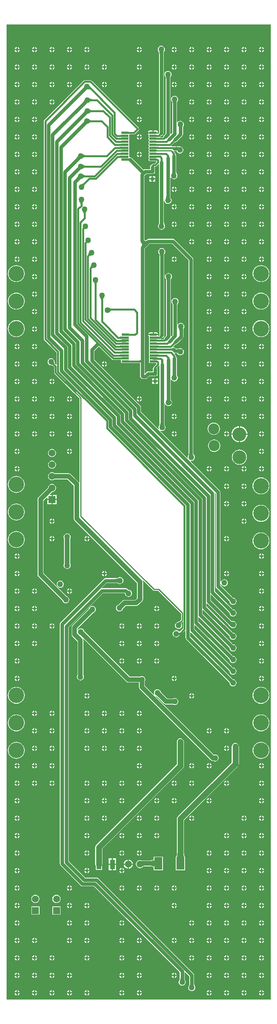
<source format=gbl>
G04*
G04 #@! TF.GenerationSoftware,Altium Limited,Altium Designer,18.1.6 (161)*
G04*
G04 Layer_Physical_Order=2*
G04 Layer_Color=16711680*
%FSLAX25Y25*%
%MOIN*%
G70*
G01*
G75*
%ADD14C,0.01000*%
%ADD38R,0.03000X0.02800*%
%ADD50C,0.04000*%
%ADD51C,0.03000*%
%ADD53C,0.05000*%
%ADD54C,0.01500*%
%ADD55C,0.02000*%
%ADD56C,0.11811*%
%ADD57C,0.05906*%
%ADD58R,0.05906X0.05906*%
%ADD59C,0.02500*%
%ADD60C,0.13386*%
%ADD61C,0.09449*%
%ADD62C,0.05000*%
G04:AMPARAMS|DCode=63|XSize=17.72mil|YSize=62.99mil|CornerRadius=1.95mil|HoleSize=0mil|Usage=FLASHONLY|Rotation=270.000|XOffset=0mil|YOffset=0mil|HoleType=Round|Shape=RoundedRectangle|*
%AMROUNDEDRECTD63*
21,1,0.01772,0.05909,0,0,270.0*
21,1,0.01382,0.06299,0,0,270.0*
1,1,0.00390,-0.02955,-0.00691*
1,1,0.00390,-0.02955,0.00691*
1,1,0.00390,0.02955,0.00691*
1,1,0.00390,0.02955,-0.00691*
%
%ADD63ROUNDEDRECTD63*%
%ADD64R,0.07087X0.10630*%
%ADD65R,0.04331X0.08268*%
G36*
X1387841Y1459842D02*
X1387841Y743701D01*
Y684207D01*
X1160978D01*
Y740158D01*
X1160978Y1459842D01*
Y1521699D01*
X1387841D01*
Y1459842D01*
D02*
G37*
%LPC*%
G36*
X1380500Y1502195D02*
Y1500500D01*
X1382195D01*
X1382119Y1500878D01*
X1381622Y1501622D01*
X1380878Y1502119D01*
X1380500Y1502195D01*
D02*
G37*
G36*
X1379500D02*
X1379122Y1502119D01*
X1378378Y1501622D01*
X1377881Y1500878D01*
X1377805Y1500500D01*
X1379500D01*
Y1502195D01*
D02*
G37*
G36*
X1365500D02*
Y1500500D01*
X1367195D01*
X1367119Y1500878D01*
X1366622Y1501622D01*
X1365878Y1502119D01*
X1365500Y1502195D01*
D02*
G37*
G36*
X1364500D02*
X1364122Y1502119D01*
X1363378Y1501622D01*
X1362881Y1500878D01*
X1362805Y1500500D01*
X1364500D01*
Y1502195D01*
D02*
G37*
G36*
X1350500D02*
Y1500500D01*
X1352195D01*
X1352119Y1500878D01*
X1351622Y1501622D01*
X1350878Y1502119D01*
X1350500Y1502195D01*
D02*
G37*
G36*
X1349500D02*
X1349122Y1502119D01*
X1348378Y1501622D01*
X1347881Y1500878D01*
X1347805Y1500500D01*
X1349500D01*
Y1502195D01*
D02*
G37*
G36*
X1335500D02*
Y1500500D01*
X1337195D01*
X1337119Y1500878D01*
X1336622Y1501622D01*
X1335878Y1502119D01*
X1335500Y1502195D01*
D02*
G37*
G36*
X1334500D02*
X1334122Y1502119D01*
X1333378Y1501622D01*
X1332881Y1500878D01*
X1332805Y1500500D01*
X1334500D01*
Y1502195D01*
D02*
G37*
G36*
X1320500D02*
Y1500500D01*
X1322195D01*
X1322119Y1500878D01*
X1321622Y1501622D01*
X1320878Y1502119D01*
X1320500Y1502195D01*
D02*
G37*
G36*
X1319500D02*
X1319122Y1502119D01*
X1318378Y1501622D01*
X1317881Y1500878D01*
X1317805Y1500500D01*
X1319500D01*
Y1502195D01*
D02*
G37*
G36*
X1305500D02*
Y1500500D01*
X1307195D01*
X1307119Y1500878D01*
X1306622Y1501622D01*
X1305878Y1502119D01*
X1305500Y1502195D01*
D02*
G37*
G36*
X1304500D02*
X1304122Y1502119D01*
X1303378Y1501622D01*
X1302881Y1500878D01*
X1302805Y1500500D01*
X1304500D01*
Y1502195D01*
D02*
G37*
G36*
X1275500D02*
Y1500500D01*
X1277195D01*
X1277119Y1500878D01*
X1276622Y1501622D01*
X1275878Y1502119D01*
X1275500Y1502195D01*
D02*
G37*
G36*
X1274500D02*
X1274122Y1502119D01*
X1273378Y1501622D01*
X1272881Y1500878D01*
X1272805Y1500500D01*
X1274500D01*
Y1502195D01*
D02*
G37*
G36*
X1230500D02*
Y1500500D01*
X1232195D01*
X1232119Y1500878D01*
X1231622Y1501622D01*
X1230878Y1502119D01*
X1230500Y1502195D01*
D02*
G37*
G36*
X1229500D02*
X1229122Y1502119D01*
X1228378Y1501622D01*
X1227881Y1500878D01*
X1227805Y1500500D01*
X1229500D01*
Y1502195D01*
D02*
G37*
G36*
X1215500D02*
Y1500500D01*
X1217195D01*
X1217119Y1500878D01*
X1216622Y1501622D01*
X1215878Y1502119D01*
X1215500Y1502195D01*
D02*
G37*
G36*
X1214500D02*
X1214122Y1502119D01*
X1213378Y1501622D01*
X1212881Y1500878D01*
X1212805Y1500500D01*
X1214500D01*
Y1502195D01*
D02*
G37*
G36*
X1200500D02*
Y1500500D01*
X1202195D01*
X1202119Y1500878D01*
X1201622Y1501622D01*
X1200878Y1502119D01*
X1200500Y1502195D01*
D02*
G37*
G36*
X1199500D02*
X1199122Y1502119D01*
X1198378Y1501622D01*
X1197881Y1500878D01*
X1197805Y1500500D01*
X1199500D01*
Y1502195D01*
D02*
G37*
G36*
X1185500D02*
Y1500500D01*
X1187195D01*
X1187119Y1500878D01*
X1186622Y1501622D01*
X1185878Y1502119D01*
X1185500Y1502195D01*
D02*
G37*
G36*
X1184500D02*
X1184122Y1502119D01*
X1183378Y1501622D01*
X1182881Y1500878D01*
X1182805Y1500500D01*
X1184500D01*
Y1502195D01*
D02*
G37*
G36*
X1170500D02*
Y1500500D01*
X1172195D01*
X1172119Y1500878D01*
X1171622Y1501622D01*
X1170878Y1502119D01*
X1170500Y1502195D01*
D02*
G37*
G36*
X1169500D02*
X1169122Y1502119D01*
X1168378Y1501622D01*
X1167881Y1500878D01*
X1167805Y1500500D01*
X1169500D01*
Y1502195D01*
D02*
G37*
G36*
X1382195Y1499500D02*
X1380500D01*
Y1497805D01*
X1380878Y1497881D01*
X1381622Y1498378D01*
X1382119Y1499122D01*
X1382195Y1499500D01*
D02*
G37*
G36*
X1379500D02*
X1377805D01*
X1377881Y1499122D01*
X1378378Y1498378D01*
X1379122Y1497881D01*
X1379500Y1497805D01*
Y1499500D01*
D02*
G37*
G36*
X1367195D02*
X1365500D01*
Y1497805D01*
X1365878Y1497881D01*
X1366622Y1498378D01*
X1367119Y1499122D01*
X1367195Y1499500D01*
D02*
G37*
G36*
X1364500D02*
X1362805D01*
X1362881Y1499122D01*
X1363378Y1498378D01*
X1364122Y1497881D01*
X1364500Y1497805D01*
Y1499500D01*
D02*
G37*
G36*
X1352195D02*
X1350500D01*
Y1497805D01*
X1350878Y1497881D01*
X1351622Y1498378D01*
X1352119Y1499122D01*
X1352195Y1499500D01*
D02*
G37*
G36*
X1349500D02*
X1347805D01*
X1347881Y1499122D01*
X1348378Y1498378D01*
X1349122Y1497881D01*
X1349500Y1497805D01*
Y1499500D01*
D02*
G37*
G36*
X1337195D02*
X1335500D01*
Y1497805D01*
X1335878Y1497881D01*
X1336622Y1498378D01*
X1337119Y1499122D01*
X1337195Y1499500D01*
D02*
G37*
G36*
X1334500D02*
X1332805D01*
X1332881Y1499122D01*
X1333378Y1498378D01*
X1334122Y1497881D01*
X1334500Y1497805D01*
Y1499500D01*
D02*
G37*
G36*
X1322195D02*
X1320500D01*
Y1497805D01*
X1320878Y1497881D01*
X1321622Y1498378D01*
X1322119Y1499122D01*
X1322195Y1499500D01*
D02*
G37*
G36*
X1319500D02*
X1317805D01*
X1317881Y1499122D01*
X1318378Y1498378D01*
X1319122Y1497881D01*
X1319500Y1497805D01*
Y1499500D01*
D02*
G37*
G36*
X1307195D02*
X1305500D01*
Y1497805D01*
X1305878Y1497881D01*
X1306622Y1498378D01*
X1307119Y1499122D01*
X1307195Y1499500D01*
D02*
G37*
G36*
X1304500D02*
X1302805D01*
X1302881Y1499122D01*
X1303378Y1498378D01*
X1304122Y1497881D01*
X1304500Y1497805D01*
Y1499500D01*
D02*
G37*
G36*
X1277195D02*
X1275500D01*
Y1497805D01*
X1275878Y1497881D01*
X1276622Y1498378D01*
X1277119Y1499122D01*
X1277195Y1499500D01*
D02*
G37*
G36*
X1274500D02*
X1272805D01*
X1272881Y1499122D01*
X1273378Y1498378D01*
X1274122Y1497881D01*
X1274500Y1497805D01*
Y1499500D01*
D02*
G37*
G36*
X1232195D02*
X1230500D01*
Y1497805D01*
X1230878Y1497881D01*
X1231622Y1498378D01*
X1232119Y1499122D01*
X1232195Y1499500D01*
D02*
G37*
G36*
X1229500D02*
X1227805D01*
X1227881Y1499122D01*
X1228378Y1498378D01*
X1229122Y1497881D01*
X1229500Y1497805D01*
Y1499500D01*
D02*
G37*
G36*
X1217195D02*
X1215500D01*
Y1497805D01*
X1215878Y1497881D01*
X1216622Y1498378D01*
X1217119Y1499122D01*
X1217195Y1499500D01*
D02*
G37*
G36*
X1214500D02*
X1212805D01*
X1212881Y1499122D01*
X1213378Y1498378D01*
X1214122Y1497881D01*
X1214500Y1497805D01*
Y1499500D01*
D02*
G37*
G36*
X1202195D02*
X1200500D01*
Y1497805D01*
X1200878Y1497881D01*
X1201622Y1498378D01*
X1202119Y1499122D01*
X1202195Y1499500D01*
D02*
G37*
G36*
X1199500D02*
X1197805D01*
X1197881Y1499122D01*
X1198378Y1498378D01*
X1199122Y1497881D01*
X1199500Y1497805D01*
Y1499500D01*
D02*
G37*
G36*
X1187195D02*
X1185500D01*
Y1497805D01*
X1185878Y1497881D01*
X1186622Y1498378D01*
X1187119Y1499122D01*
X1187195Y1499500D01*
D02*
G37*
G36*
X1184500D02*
X1182805D01*
X1182881Y1499122D01*
X1183378Y1498378D01*
X1184122Y1497881D01*
X1184500Y1497805D01*
Y1499500D01*
D02*
G37*
G36*
X1172195D02*
X1170500D01*
Y1497805D01*
X1170878Y1497881D01*
X1171622Y1498378D01*
X1172119Y1499122D01*
X1172195Y1499500D01*
D02*
G37*
G36*
X1169500D02*
X1167805D01*
X1167881Y1499122D01*
X1168378Y1498378D01*
X1169122Y1497881D01*
X1169500Y1497805D01*
Y1499500D01*
D02*
G37*
G36*
X1380500Y1487195D02*
Y1485500D01*
X1382195D01*
X1382119Y1485878D01*
X1381622Y1486622D01*
X1380878Y1487119D01*
X1380500Y1487195D01*
D02*
G37*
G36*
X1379500D02*
X1379122Y1487119D01*
X1378378Y1486622D01*
X1377881Y1485878D01*
X1377805Y1485500D01*
X1379500D01*
Y1487195D01*
D02*
G37*
G36*
X1365500D02*
Y1485500D01*
X1367195D01*
X1367119Y1485878D01*
X1366622Y1486622D01*
X1365878Y1487119D01*
X1365500Y1487195D01*
D02*
G37*
G36*
X1364500D02*
X1364122Y1487119D01*
X1363378Y1486622D01*
X1362881Y1485878D01*
X1362805Y1485500D01*
X1364500D01*
Y1487195D01*
D02*
G37*
G36*
X1350500D02*
Y1485500D01*
X1352195D01*
X1352119Y1485878D01*
X1351622Y1486622D01*
X1350878Y1487119D01*
X1350500Y1487195D01*
D02*
G37*
G36*
X1349500D02*
X1349122Y1487119D01*
X1348378Y1486622D01*
X1347881Y1485878D01*
X1347805Y1485500D01*
X1349500D01*
Y1487195D01*
D02*
G37*
G36*
X1335500D02*
Y1485500D01*
X1337195D01*
X1337119Y1485878D01*
X1336622Y1486622D01*
X1335878Y1487119D01*
X1335500Y1487195D01*
D02*
G37*
G36*
X1334500D02*
X1334122Y1487119D01*
X1333378Y1486622D01*
X1332881Y1485878D01*
X1332805Y1485500D01*
X1334500D01*
Y1487195D01*
D02*
G37*
G36*
X1320500D02*
Y1485500D01*
X1322195D01*
X1322119Y1485878D01*
X1321622Y1486622D01*
X1320878Y1487119D01*
X1320500Y1487195D01*
D02*
G37*
G36*
X1319500D02*
X1319122Y1487119D01*
X1318378Y1486622D01*
X1317881Y1485878D01*
X1317805Y1485500D01*
X1319500D01*
Y1487195D01*
D02*
G37*
G36*
X1305500D02*
Y1485500D01*
X1307195D01*
X1307119Y1485878D01*
X1306622Y1486622D01*
X1305878Y1487119D01*
X1305500Y1487195D01*
D02*
G37*
G36*
X1304500D02*
X1304122Y1487119D01*
X1303378Y1486622D01*
X1302881Y1485878D01*
X1302805Y1485500D01*
X1304500D01*
Y1487195D01*
D02*
G37*
G36*
X1275500D02*
Y1485500D01*
X1277195D01*
X1277119Y1485878D01*
X1276622Y1486622D01*
X1275878Y1487119D01*
X1275500Y1487195D01*
D02*
G37*
G36*
X1274500D02*
X1274122Y1487119D01*
X1273378Y1486622D01*
X1272881Y1485878D01*
X1272805Y1485500D01*
X1274500D01*
Y1487195D01*
D02*
G37*
G36*
X1245500D02*
Y1485500D01*
X1247195D01*
X1247119Y1485878D01*
X1246622Y1486622D01*
X1245878Y1487119D01*
X1245500Y1487195D01*
D02*
G37*
G36*
X1244500D02*
X1244122Y1487119D01*
X1243378Y1486622D01*
X1242881Y1485878D01*
X1242805Y1485500D01*
X1244500D01*
Y1487195D01*
D02*
G37*
G36*
X1230500D02*
Y1485500D01*
X1232195D01*
X1232119Y1485878D01*
X1231622Y1486622D01*
X1230878Y1487119D01*
X1230500Y1487195D01*
D02*
G37*
G36*
X1229500D02*
X1229122Y1487119D01*
X1228378Y1486622D01*
X1227881Y1485878D01*
X1227805Y1485500D01*
X1229500D01*
Y1487195D01*
D02*
G37*
G36*
X1215500D02*
Y1485500D01*
X1217195D01*
X1217119Y1485878D01*
X1216622Y1486622D01*
X1215878Y1487119D01*
X1215500Y1487195D01*
D02*
G37*
G36*
X1214500D02*
X1214122Y1487119D01*
X1213378Y1486622D01*
X1212881Y1485878D01*
X1212805Y1485500D01*
X1214500D01*
Y1487195D01*
D02*
G37*
G36*
X1200500D02*
Y1485500D01*
X1202195D01*
X1202119Y1485878D01*
X1201622Y1486622D01*
X1200878Y1487119D01*
X1200500Y1487195D01*
D02*
G37*
G36*
X1199500D02*
X1199122Y1487119D01*
X1198378Y1486622D01*
X1197881Y1485878D01*
X1197805Y1485500D01*
X1199500D01*
Y1487195D01*
D02*
G37*
G36*
X1185500D02*
Y1485500D01*
X1187195D01*
X1187119Y1485878D01*
X1186622Y1486622D01*
X1185878Y1487119D01*
X1185500Y1487195D01*
D02*
G37*
G36*
X1184500D02*
X1184122Y1487119D01*
X1183378Y1486622D01*
X1182881Y1485878D01*
X1182805Y1485500D01*
X1184500D01*
Y1487195D01*
D02*
G37*
G36*
X1170500D02*
Y1485500D01*
X1172195D01*
X1172119Y1485878D01*
X1171622Y1486622D01*
X1170878Y1487119D01*
X1170500Y1487195D01*
D02*
G37*
G36*
X1169500D02*
X1169122Y1487119D01*
X1168378Y1486622D01*
X1167881Y1485878D01*
X1167805Y1485500D01*
X1169500D01*
Y1487195D01*
D02*
G37*
G36*
X1382195Y1484500D02*
X1380500D01*
Y1482805D01*
X1380878Y1482881D01*
X1381622Y1483378D01*
X1382119Y1484122D01*
X1382195Y1484500D01*
D02*
G37*
G36*
X1379500D02*
X1377805D01*
X1377881Y1484122D01*
X1378378Y1483378D01*
X1379122Y1482881D01*
X1379500Y1482805D01*
Y1484500D01*
D02*
G37*
G36*
X1367195D02*
X1365500D01*
Y1482805D01*
X1365878Y1482881D01*
X1366622Y1483378D01*
X1367119Y1484122D01*
X1367195Y1484500D01*
D02*
G37*
G36*
X1364500D02*
X1362805D01*
X1362881Y1484122D01*
X1363378Y1483378D01*
X1364122Y1482881D01*
X1364500Y1482805D01*
Y1484500D01*
D02*
G37*
G36*
X1352195D02*
X1350500D01*
Y1482805D01*
X1350878Y1482881D01*
X1351622Y1483378D01*
X1352119Y1484122D01*
X1352195Y1484500D01*
D02*
G37*
G36*
X1349500D02*
X1347805D01*
X1347881Y1484122D01*
X1348378Y1483378D01*
X1349122Y1482881D01*
X1349500Y1482805D01*
Y1484500D01*
D02*
G37*
G36*
X1337195D02*
X1335500D01*
Y1482805D01*
X1335878Y1482881D01*
X1336622Y1483378D01*
X1337119Y1484122D01*
X1337195Y1484500D01*
D02*
G37*
G36*
X1334500D02*
X1332805D01*
X1332881Y1484122D01*
X1333378Y1483378D01*
X1334122Y1482881D01*
X1334500Y1482805D01*
Y1484500D01*
D02*
G37*
G36*
X1322195D02*
X1320500D01*
Y1482805D01*
X1320878Y1482881D01*
X1321622Y1483378D01*
X1322119Y1484122D01*
X1322195Y1484500D01*
D02*
G37*
G36*
X1319500D02*
X1317805D01*
X1317881Y1484122D01*
X1318378Y1483378D01*
X1319122Y1482881D01*
X1319500Y1482805D01*
Y1484500D01*
D02*
G37*
G36*
X1307195D02*
X1305500D01*
Y1482805D01*
X1305878Y1482881D01*
X1306622Y1483378D01*
X1307119Y1484122D01*
X1307195Y1484500D01*
D02*
G37*
G36*
X1304500D02*
X1302805D01*
X1302881Y1484122D01*
X1303378Y1483378D01*
X1304122Y1482881D01*
X1304500Y1482805D01*
Y1484500D01*
D02*
G37*
G36*
X1277195D02*
X1275500D01*
Y1482805D01*
X1275878Y1482881D01*
X1276622Y1483378D01*
X1277119Y1484122D01*
X1277195Y1484500D01*
D02*
G37*
G36*
X1274500D02*
X1272805D01*
X1272881Y1484122D01*
X1273378Y1483378D01*
X1274122Y1482881D01*
X1274500Y1482805D01*
Y1484500D01*
D02*
G37*
G36*
X1247195D02*
X1245500D01*
Y1482805D01*
X1245878Y1482881D01*
X1246622Y1483378D01*
X1247119Y1484122D01*
X1247195Y1484500D01*
D02*
G37*
G36*
X1244500D02*
X1242805D01*
X1242881Y1484122D01*
X1243378Y1483378D01*
X1244122Y1482881D01*
X1244500Y1482805D01*
Y1484500D01*
D02*
G37*
G36*
X1232195D02*
X1230500D01*
Y1482805D01*
X1230878Y1482881D01*
X1231622Y1483378D01*
X1232119Y1484122D01*
X1232195Y1484500D01*
D02*
G37*
G36*
X1229500D02*
X1227805D01*
X1227881Y1484122D01*
X1228378Y1483378D01*
X1229122Y1482881D01*
X1229500Y1482805D01*
Y1484500D01*
D02*
G37*
G36*
X1217195D02*
X1215500D01*
Y1482805D01*
X1215878Y1482881D01*
X1216622Y1483378D01*
X1217119Y1484122D01*
X1217195Y1484500D01*
D02*
G37*
G36*
X1214500D02*
X1212805D01*
X1212881Y1484122D01*
X1213378Y1483378D01*
X1214122Y1482881D01*
X1214500Y1482805D01*
Y1484500D01*
D02*
G37*
G36*
X1202195D02*
X1200500D01*
Y1482805D01*
X1200878Y1482881D01*
X1201622Y1483378D01*
X1202119Y1484122D01*
X1202195Y1484500D01*
D02*
G37*
G36*
X1199500D02*
X1197805D01*
X1197881Y1484122D01*
X1198378Y1483378D01*
X1199122Y1482881D01*
X1199500Y1482805D01*
Y1484500D01*
D02*
G37*
G36*
X1187195D02*
X1185500D01*
Y1482805D01*
X1185878Y1482881D01*
X1186622Y1483378D01*
X1187119Y1484122D01*
X1187195Y1484500D01*
D02*
G37*
G36*
X1184500D02*
X1182805D01*
X1182881Y1484122D01*
X1183378Y1483378D01*
X1184122Y1482881D01*
X1184500Y1482805D01*
Y1484500D01*
D02*
G37*
G36*
X1172195D02*
X1170500D01*
Y1482805D01*
X1170878Y1482881D01*
X1171622Y1483378D01*
X1172119Y1484122D01*
X1172195Y1484500D01*
D02*
G37*
G36*
X1169500D02*
X1167805D01*
X1167881Y1484122D01*
X1168378Y1483378D01*
X1169122Y1482881D01*
X1169500Y1482805D01*
Y1484500D01*
D02*
G37*
G36*
X1380500Y1472195D02*
Y1470500D01*
X1382195D01*
X1382119Y1470878D01*
X1381622Y1471622D01*
X1380878Y1472119D01*
X1380500Y1472195D01*
D02*
G37*
G36*
X1379500D02*
X1379122Y1472119D01*
X1378378Y1471622D01*
X1377881Y1470878D01*
X1377805Y1470500D01*
X1379500D01*
Y1472195D01*
D02*
G37*
G36*
X1365500D02*
Y1470500D01*
X1367195D01*
X1367119Y1470878D01*
X1366622Y1471622D01*
X1365878Y1472119D01*
X1365500Y1472195D01*
D02*
G37*
G36*
X1364500D02*
X1364122Y1472119D01*
X1363378Y1471622D01*
X1362881Y1470878D01*
X1362805Y1470500D01*
X1364500D01*
Y1472195D01*
D02*
G37*
G36*
X1350500D02*
Y1470500D01*
X1352195D01*
X1352119Y1470878D01*
X1351622Y1471622D01*
X1350878Y1472119D01*
X1350500Y1472195D01*
D02*
G37*
G36*
X1349500D02*
X1349122Y1472119D01*
X1348378Y1471622D01*
X1347881Y1470878D01*
X1347805Y1470500D01*
X1349500D01*
Y1472195D01*
D02*
G37*
G36*
X1335500D02*
Y1470500D01*
X1337195D01*
X1337119Y1470878D01*
X1336622Y1471622D01*
X1335878Y1472119D01*
X1335500Y1472195D01*
D02*
G37*
G36*
X1334500D02*
X1334122Y1472119D01*
X1333378Y1471622D01*
X1332881Y1470878D01*
X1332805Y1470500D01*
X1334500D01*
Y1472195D01*
D02*
G37*
G36*
X1320500D02*
Y1470500D01*
X1322195D01*
X1322119Y1470878D01*
X1321622Y1471622D01*
X1320878Y1472119D01*
X1320500Y1472195D01*
D02*
G37*
G36*
X1319500D02*
X1319122Y1472119D01*
X1318378Y1471622D01*
X1317881Y1470878D01*
X1317805Y1470500D01*
X1319500D01*
Y1472195D01*
D02*
G37*
G36*
X1305500D02*
Y1470500D01*
X1307195D01*
X1307119Y1470878D01*
X1306622Y1471622D01*
X1305878Y1472119D01*
X1305500Y1472195D01*
D02*
G37*
G36*
X1304500D02*
X1304122Y1472119D01*
X1303378Y1471622D01*
X1302881Y1470878D01*
X1302805Y1470500D01*
X1304500D01*
Y1472195D01*
D02*
G37*
G36*
X1275500D02*
Y1470500D01*
X1277195D01*
X1277119Y1470878D01*
X1276622Y1471622D01*
X1275878Y1472119D01*
X1275500Y1472195D01*
D02*
G37*
G36*
X1274500D02*
X1274122Y1472119D01*
X1273378Y1471622D01*
X1272881Y1470878D01*
X1272805Y1470500D01*
X1274500D01*
Y1472195D01*
D02*
G37*
G36*
X1245500D02*
Y1470500D01*
X1247195D01*
X1247119Y1470878D01*
X1246622Y1471622D01*
X1245878Y1472119D01*
X1245500Y1472195D01*
D02*
G37*
G36*
X1244500D02*
X1244122Y1472119D01*
X1243378Y1471622D01*
X1242881Y1470878D01*
X1242805Y1470500D01*
X1244500D01*
Y1472195D01*
D02*
G37*
G36*
X1215500D02*
Y1470500D01*
X1217195D01*
X1217119Y1470878D01*
X1216622Y1471622D01*
X1215878Y1472119D01*
X1215500Y1472195D01*
D02*
G37*
G36*
X1214500D02*
X1214122Y1472119D01*
X1213378Y1471622D01*
X1212881Y1470878D01*
X1212805Y1470500D01*
X1214500D01*
Y1472195D01*
D02*
G37*
G36*
X1200500D02*
Y1470500D01*
X1202195D01*
X1202119Y1470878D01*
X1201622Y1471622D01*
X1200878Y1472119D01*
X1200500Y1472195D01*
D02*
G37*
G36*
X1199500D02*
X1199122Y1472119D01*
X1198378Y1471622D01*
X1197881Y1470878D01*
X1197805Y1470500D01*
X1199500D01*
Y1472195D01*
D02*
G37*
G36*
X1185500D02*
Y1470500D01*
X1187195D01*
X1187119Y1470878D01*
X1186622Y1471622D01*
X1185878Y1472119D01*
X1185500Y1472195D01*
D02*
G37*
G36*
X1184500D02*
X1184122Y1472119D01*
X1183378Y1471622D01*
X1182881Y1470878D01*
X1182805Y1470500D01*
X1184500D01*
Y1472195D01*
D02*
G37*
G36*
X1170500D02*
Y1470500D01*
X1172195D01*
X1172119Y1470878D01*
X1171622Y1471622D01*
X1170878Y1472119D01*
X1170500Y1472195D01*
D02*
G37*
G36*
X1169500D02*
X1169122Y1472119D01*
X1168378Y1471622D01*
X1167881Y1470878D01*
X1167805Y1470500D01*
X1169500D01*
Y1472195D01*
D02*
G37*
G36*
X1382195Y1469500D02*
X1380500D01*
Y1467805D01*
X1380878Y1467881D01*
X1381622Y1468378D01*
X1382119Y1469122D01*
X1382195Y1469500D01*
D02*
G37*
G36*
X1379500D02*
X1377805D01*
X1377881Y1469122D01*
X1378378Y1468378D01*
X1379122Y1467881D01*
X1379500Y1467805D01*
Y1469500D01*
D02*
G37*
G36*
X1367195D02*
X1365500D01*
Y1467805D01*
X1365878Y1467881D01*
X1366622Y1468378D01*
X1367119Y1469122D01*
X1367195Y1469500D01*
D02*
G37*
G36*
X1364500D02*
X1362805D01*
X1362881Y1469122D01*
X1363378Y1468378D01*
X1364122Y1467881D01*
X1364500Y1467805D01*
Y1469500D01*
D02*
G37*
G36*
X1352195D02*
X1350500D01*
Y1467805D01*
X1350878Y1467881D01*
X1351622Y1468378D01*
X1352119Y1469122D01*
X1352195Y1469500D01*
D02*
G37*
G36*
X1349500D02*
X1347805D01*
X1347881Y1469122D01*
X1348378Y1468378D01*
X1349122Y1467881D01*
X1349500Y1467805D01*
Y1469500D01*
D02*
G37*
G36*
X1337195D02*
X1335500D01*
Y1467805D01*
X1335878Y1467881D01*
X1336622Y1468378D01*
X1337119Y1469122D01*
X1337195Y1469500D01*
D02*
G37*
G36*
X1334500D02*
X1332805D01*
X1332881Y1469122D01*
X1333378Y1468378D01*
X1334122Y1467881D01*
X1334500Y1467805D01*
Y1469500D01*
D02*
G37*
G36*
X1322195D02*
X1320500D01*
Y1467805D01*
X1320878Y1467881D01*
X1321622Y1468378D01*
X1322119Y1469122D01*
X1322195Y1469500D01*
D02*
G37*
G36*
X1319500D02*
X1317805D01*
X1317881Y1469122D01*
X1318378Y1468378D01*
X1319122Y1467881D01*
X1319500Y1467805D01*
Y1469500D01*
D02*
G37*
G36*
X1307195D02*
X1305500D01*
Y1467805D01*
X1305878Y1467881D01*
X1306622Y1468378D01*
X1307119Y1469122D01*
X1307195Y1469500D01*
D02*
G37*
G36*
X1304500D02*
X1302805D01*
X1302881Y1469122D01*
X1303378Y1468378D01*
X1304122Y1467881D01*
X1304500Y1467805D01*
Y1469500D01*
D02*
G37*
G36*
X1277195D02*
X1275500D01*
Y1467805D01*
X1275878Y1467881D01*
X1276622Y1468378D01*
X1277119Y1469122D01*
X1277195Y1469500D01*
D02*
G37*
G36*
X1274500D02*
X1272805D01*
X1272881Y1469122D01*
X1273378Y1468378D01*
X1274122Y1467881D01*
X1274500Y1467805D01*
Y1469500D01*
D02*
G37*
G36*
X1247195D02*
X1245500D01*
Y1467805D01*
X1245878Y1467881D01*
X1246622Y1468378D01*
X1247119Y1469122D01*
X1247195Y1469500D01*
D02*
G37*
G36*
X1244500D02*
X1242805D01*
X1242881Y1469122D01*
X1243378Y1468378D01*
X1244122Y1467881D01*
X1244500Y1467805D01*
Y1469500D01*
D02*
G37*
G36*
X1217195D02*
X1215500D01*
Y1467805D01*
X1215878Y1467881D01*
X1216622Y1468378D01*
X1217119Y1469122D01*
X1217195Y1469500D01*
D02*
G37*
G36*
X1214500D02*
X1212805D01*
X1212881Y1469122D01*
X1213378Y1468378D01*
X1214122Y1467881D01*
X1214500Y1467805D01*
Y1469500D01*
D02*
G37*
G36*
X1202195D02*
X1200500D01*
Y1467805D01*
X1200878Y1467881D01*
X1201622Y1468378D01*
X1202119Y1469122D01*
X1202195Y1469500D01*
D02*
G37*
G36*
X1199500D02*
X1197805D01*
X1197881Y1469122D01*
X1198378Y1468378D01*
X1199122Y1467881D01*
X1199500Y1467805D01*
Y1469500D01*
D02*
G37*
G36*
X1187195D02*
X1185500D01*
Y1467805D01*
X1185878Y1467881D01*
X1186622Y1468378D01*
X1187119Y1469122D01*
X1187195Y1469500D01*
D02*
G37*
G36*
X1184500D02*
X1182805D01*
X1182881Y1469122D01*
X1183378Y1468378D01*
X1184122Y1467881D01*
X1184500Y1467805D01*
Y1469500D01*
D02*
G37*
G36*
X1172195D02*
X1170500D01*
Y1467805D01*
X1170878Y1467881D01*
X1171622Y1468378D01*
X1172119Y1469122D01*
X1172195Y1469500D01*
D02*
G37*
G36*
X1169500D02*
X1167805D01*
X1167881Y1469122D01*
X1168378Y1468378D01*
X1169122Y1467881D01*
X1169500Y1467805D01*
Y1469500D01*
D02*
G37*
G36*
X1380500Y1457195D02*
Y1455500D01*
X1382195D01*
X1382119Y1455878D01*
X1381622Y1456622D01*
X1380878Y1457119D01*
X1380500Y1457195D01*
D02*
G37*
G36*
X1379500D02*
X1379122Y1457119D01*
X1378378Y1456622D01*
X1377881Y1455878D01*
X1377805Y1455500D01*
X1379500D01*
Y1457195D01*
D02*
G37*
G36*
X1365500D02*
Y1455500D01*
X1367195D01*
X1367119Y1455878D01*
X1366622Y1456622D01*
X1365878Y1457119D01*
X1365500Y1457195D01*
D02*
G37*
G36*
X1364500D02*
X1364122Y1457119D01*
X1363378Y1456622D01*
X1362881Y1455878D01*
X1362805Y1455500D01*
X1364500D01*
Y1457195D01*
D02*
G37*
G36*
X1350500D02*
Y1455500D01*
X1352195D01*
X1352119Y1455878D01*
X1351622Y1456622D01*
X1350878Y1457119D01*
X1350500Y1457195D01*
D02*
G37*
G36*
X1349500D02*
X1349122Y1457119D01*
X1348378Y1456622D01*
X1347881Y1455878D01*
X1347805Y1455500D01*
X1349500D01*
Y1457195D01*
D02*
G37*
G36*
X1335500D02*
Y1455500D01*
X1337195D01*
X1337119Y1455878D01*
X1336622Y1456622D01*
X1335878Y1457119D01*
X1335500Y1457195D01*
D02*
G37*
G36*
X1334500D02*
X1334122Y1457119D01*
X1333378Y1456622D01*
X1332881Y1455878D01*
X1332805Y1455500D01*
X1334500D01*
Y1457195D01*
D02*
G37*
G36*
X1320500D02*
Y1455500D01*
X1322195D01*
X1322119Y1455878D01*
X1321622Y1456622D01*
X1320878Y1457119D01*
X1320500Y1457195D01*
D02*
G37*
G36*
X1319500D02*
X1319122Y1457119D01*
X1318378Y1456622D01*
X1317881Y1455878D01*
X1317805Y1455500D01*
X1319500D01*
Y1457195D01*
D02*
G37*
G36*
X1275500D02*
Y1455500D01*
X1277195D01*
X1277119Y1455878D01*
X1276622Y1456622D01*
X1275878Y1457119D01*
X1275500Y1457195D01*
D02*
G37*
G36*
X1274500D02*
X1274122Y1457119D01*
X1273378Y1456622D01*
X1272881Y1455878D01*
X1272805Y1455500D01*
X1274500D01*
Y1457195D01*
D02*
G37*
G36*
X1200500D02*
Y1455500D01*
X1202195D01*
X1202119Y1455878D01*
X1201622Y1456622D01*
X1200878Y1457119D01*
X1200500Y1457195D01*
D02*
G37*
G36*
X1199500D02*
X1199122Y1457119D01*
X1198378Y1456622D01*
X1197881Y1455878D01*
X1197805Y1455500D01*
X1199500D01*
Y1457195D01*
D02*
G37*
G36*
X1185500D02*
Y1455500D01*
X1187195D01*
X1187119Y1455878D01*
X1186622Y1456622D01*
X1185878Y1457119D01*
X1185500Y1457195D01*
D02*
G37*
G36*
X1184500D02*
X1184122Y1457119D01*
X1183378Y1456622D01*
X1182881Y1455878D01*
X1182805Y1455500D01*
X1184500D01*
Y1457195D01*
D02*
G37*
G36*
X1170500D02*
Y1455500D01*
X1172195D01*
X1172119Y1455878D01*
X1171622Y1456622D01*
X1170878Y1457119D01*
X1170500Y1457195D01*
D02*
G37*
G36*
X1169500D02*
X1169122Y1457119D01*
X1168378Y1456622D01*
X1167881Y1455878D01*
X1167805Y1455500D01*
X1169500D01*
Y1457195D01*
D02*
G37*
G36*
X1382195Y1454500D02*
X1380500D01*
Y1452805D01*
X1380878Y1452881D01*
X1381622Y1453378D01*
X1382119Y1454122D01*
X1382195Y1454500D01*
D02*
G37*
G36*
X1379500D02*
X1377805D01*
X1377881Y1454122D01*
X1378378Y1453378D01*
X1379122Y1452881D01*
X1379500Y1452805D01*
Y1454500D01*
D02*
G37*
G36*
X1367195D02*
X1365500D01*
Y1452805D01*
X1365878Y1452881D01*
X1366622Y1453378D01*
X1367119Y1454122D01*
X1367195Y1454500D01*
D02*
G37*
G36*
X1364500D02*
X1362805D01*
X1362881Y1454122D01*
X1363378Y1453378D01*
X1364122Y1452881D01*
X1364500Y1452805D01*
Y1454500D01*
D02*
G37*
G36*
X1352195D02*
X1350500D01*
Y1452805D01*
X1350878Y1452881D01*
X1351622Y1453378D01*
X1352119Y1454122D01*
X1352195Y1454500D01*
D02*
G37*
G36*
X1349500D02*
X1347805D01*
X1347881Y1454122D01*
X1348378Y1453378D01*
X1349122Y1452881D01*
X1349500Y1452805D01*
Y1454500D01*
D02*
G37*
G36*
X1337195D02*
X1335500D01*
Y1452805D01*
X1335878Y1452881D01*
X1336622Y1453378D01*
X1337119Y1454122D01*
X1337195Y1454500D01*
D02*
G37*
G36*
X1334500D02*
X1332805D01*
X1332881Y1454122D01*
X1333378Y1453378D01*
X1334122Y1452881D01*
X1334500Y1452805D01*
Y1454500D01*
D02*
G37*
G36*
X1322195D02*
X1320500D01*
Y1452805D01*
X1320878Y1452881D01*
X1321622Y1453378D01*
X1322119Y1454122D01*
X1322195Y1454500D01*
D02*
G37*
G36*
X1319500D02*
X1317805D01*
X1317881Y1454122D01*
X1318378Y1453378D01*
X1319122Y1452881D01*
X1319500Y1452805D01*
Y1454500D01*
D02*
G37*
G36*
X1277195D02*
X1275500D01*
Y1452805D01*
X1275878Y1452881D01*
X1276622Y1453378D01*
X1277119Y1454122D01*
X1277195Y1454500D01*
D02*
G37*
G36*
X1274500D02*
X1272805D01*
X1272881Y1454122D01*
X1273378Y1453378D01*
X1274122Y1452881D01*
X1274500Y1452805D01*
Y1454500D01*
D02*
G37*
G36*
X1202195D02*
X1200500D01*
Y1452805D01*
X1200878Y1452881D01*
X1201622Y1453378D01*
X1202119Y1454122D01*
X1202195Y1454500D01*
D02*
G37*
G36*
X1199500D02*
X1197805D01*
X1197881Y1454122D01*
X1198378Y1453378D01*
X1199122Y1452881D01*
X1199500Y1452805D01*
Y1454500D01*
D02*
G37*
G36*
X1187195D02*
X1185500D01*
Y1452805D01*
X1185878Y1452881D01*
X1186622Y1453378D01*
X1187119Y1454122D01*
X1187195Y1454500D01*
D02*
G37*
G36*
X1184500D02*
X1182805D01*
X1182881Y1454122D01*
X1183378Y1453378D01*
X1184122Y1452881D01*
X1184500Y1452805D01*
Y1454500D01*
D02*
G37*
G36*
X1172195D02*
X1170500D01*
Y1452805D01*
X1170878Y1452881D01*
X1171622Y1453378D01*
X1172119Y1454122D01*
X1172195Y1454500D01*
D02*
G37*
G36*
X1169500D02*
X1167805D01*
X1167881Y1454122D01*
X1168378Y1453378D01*
X1169122Y1452881D01*
X1169500Y1452805D01*
Y1454500D01*
D02*
G37*
G36*
X1380500Y1442195D02*
Y1440500D01*
X1382195D01*
X1382119Y1440878D01*
X1381622Y1441622D01*
X1380878Y1442119D01*
X1380500Y1442195D01*
D02*
G37*
G36*
X1379500D02*
X1379122Y1442119D01*
X1378378Y1441622D01*
X1377881Y1440878D01*
X1377805Y1440500D01*
X1379500D01*
Y1442195D01*
D02*
G37*
G36*
X1365500D02*
Y1440500D01*
X1367195D01*
X1367119Y1440878D01*
X1366622Y1441622D01*
X1365878Y1442119D01*
X1365500Y1442195D01*
D02*
G37*
G36*
X1364500D02*
X1364122Y1442119D01*
X1363378Y1441622D01*
X1362881Y1440878D01*
X1362805Y1440500D01*
X1364500D01*
Y1442195D01*
D02*
G37*
G36*
X1350500D02*
Y1440500D01*
X1352195D01*
X1352119Y1440878D01*
X1351622Y1441622D01*
X1350878Y1442119D01*
X1350500Y1442195D01*
D02*
G37*
G36*
X1349500D02*
X1349122Y1442119D01*
X1348378Y1441622D01*
X1347881Y1440878D01*
X1347805Y1440500D01*
X1349500D01*
Y1442195D01*
D02*
G37*
G36*
X1335500D02*
Y1440500D01*
X1337195D01*
X1337119Y1440878D01*
X1336622Y1441622D01*
X1335878Y1442119D01*
X1335500Y1442195D01*
D02*
G37*
G36*
X1334500D02*
X1334122Y1442119D01*
X1333378Y1441622D01*
X1332881Y1440878D01*
X1332805Y1440500D01*
X1334500D01*
Y1442195D01*
D02*
G37*
G36*
X1320500D02*
Y1440500D01*
X1322195D01*
X1322119Y1440878D01*
X1321622Y1441622D01*
X1320878Y1442119D01*
X1320500Y1442195D01*
D02*
G37*
G36*
X1319500D02*
X1319122Y1442119D01*
X1318378Y1441622D01*
X1317881Y1440878D01*
X1317805Y1440500D01*
X1319500D01*
Y1442195D01*
D02*
G37*
G36*
X1275500D02*
Y1440500D01*
X1277195D01*
X1277119Y1440878D01*
X1276622Y1441622D01*
X1275878Y1442119D01*
X1275500Y1442195D01*
D02*
G37*
G36*
X1274500D02*
X1274122Y1442119D01*
X1273378Y1441622D01*
X1272881Y1440878D01*
X1272805Y1440500D01*
X1274500D01*
Y1442195D01*
D02*
G37*
G36*
X1185500D02*
Y1440500D01*
X1187195D01*
X1187119Y1440878D01*
X1186622Y1441622D01*
X1185878Y1442119D01*
X1185500Y1442195D01*
D02*
G37*
G36*
X1184500D02*
X1184122Y1442119D01*
X1183378Y1441622D01*
X1182881Y1440878D01*
X1182805Y1440500D01*
X1184500D01*
Y1442195D01*
D02*
G37*
G36*
X1170500D02*
Y1440500D01*
X1172195D01*
X1172119Y1440878D01*
X1171622Y1441622D01*
X1170878Y1442119D01*
X1170500Y1442195D01*
D02*
G37*
G36*
X1169500D02*
X1169122Y1442119D01*
X1168378Y1441622D01*
X1167881Y1440878D01*
X1167805Y1440500D01*
X1169500D01*
Y1442195D01*
D02*
G37*
G36*
X1382195Y1439500D02*
X1380500D01*
Y1437805D01*
X1380878Y1437881D01*
X1381622Y1438378D01*
X1382119Y1439122D01*
X1382195Y1439500D01*
D02*
G37*
G36*
X1379500D02*
X1377805D01*
X1377881Y1439122D01*
X1378378Y1438378D01*
X1379122Y1437881D01*
X1379500Y1437805D01*
Y1439500D01*
D02*
G37*
G36*
X1367195D02*
X1365500D01*
Y1437805D01*
X1365878Y1437881D01*
X1366622Y1438378D01*
X1367119Y1439122D01*
X1367195Y1439500D01*
D02*
G37*
G36*
X1364500D02*
X1362805D01*
X1362881Y1439122D01*
X1363378Y1438378D01*
X1364122Y1437881D01*
X1364500Y1437805D01*
Y1439500D01*
D02*
G37*
G36*
X1352195D02*
X1350500D01*
Y1437805D01*
X1350878Y1437881D01*
X1351622Y1438378D01*
X1352119Y1439122D01*
X1352195Y1439500D01*
D02*
G37*
G36*
X1349500D02*
X1347805D01*
X1347881Y1439122D01*
X1348378Y1438378D01*
X1349122Y1437881D01*
X1349500Y1437805D01*
Y1439500D01*
D02*
G37*
G36*
X1337195D02*
X1335500D01*
Y1437805D01*
X1335878Y1437881D01*
X1336622Y1438378D01*
X1337119Y1439122D01*
X1337195Y1439500D01*
D02*
G37*
G36*
X1334500D02*
X1332805D01*
X1332881Y1439122D01*
X1333378Y1438378D01*
X1334122Y1437881D01*
X1334500Y1437805D01*
Y1439500D01*
D02*
G37*
G36*
X1322195D02*
X1320500D01*
Y1437805D01*
X1320878Y1437881D01*
X1321622Y1438378D01*
X1322119Y1439122D01*
X1322195Y1439500D01*
D02*
G37*
G36*
X1319500D02*
X1317805D01*
X1317881Y1439122D01*
X1318378Y1438378D01*
X1319122Y1437881D01*
X1319500Y1437805D01*
Y1439500D01*
D02*
G37*
G36*
X1277195D02*
X1275500D01*
Y1437805D01*
X1275878Y1437881D01*
X1276622Y1438378D01*
X1277119Y1439122D01*
X1277195Y1439500D01*
D02*
G37*
G36*
X1274500D02*
X1272805D01*
X1272881Y1439122D01*
X1273378Y1438378D01*
X1274122Y1437881D01*
X1274500Y1437805D01*
Y1439500D01*
D02*
G37*
G36*
X1187195D02*
X1185500D01*
Y1437805D01*
X1185878Y1437881D01*
X1186622Y1438378D01*
X1187119Y1439122D01*
X1187195Y1439500D01*
D02*
G37*
G36*
X1184500D02*
X1182805D01*
X1182881Y1439122D01*
X1183378Y1438378D01*
X1184122Y1437881D01*
X1184500Y1437805D01*
Y1439500D01*
D02*
G37*
G36*
X1172195D02*
X1170500D01*
Y1437805D01*
X1170878Y1437881D01*
X1171622Y1438378D01*
X1172119Y1439122D01*
X1172195Y1439500D01*
D02*
G37*
G36*
X1169500D02*
X1167805D01*
X1167881Y1439122D01*
X1168378Y1438378D01*
X1169122Y1437881D01*
X1169500Y1437805D01*
Y1439500D01*
D02*
G37*
G36*
X1289726Y1430464D02*
X1287272D01*
Y1429055D01*
X1290945D01*
Y1429246D01*
X1290852Y1429712D01*
X1290588Y1430107D01*
X1290193Y1430372D01*
X1289726Y1430464D01*
D02*
G37*
G36*
X1286272D02*
X1283817D01*
X1283351Y1430372D01*
X1282955Y1430107D01*
X1282691Y1429712D01*
X1282599Y1429246D01*
Y1429055D01*
X1286272D01*
Y1430464D01*
D02*
G37*
G36*
X1293898Y1503223D02*
X1293114Y1503120D01*
X1292385Y1502817D01*
X1291758Y1502337D01*
X1291277Y1501710D01*
X1290975Y1500980D01*
X1290872Y1500197D01*
X1290975Y1499414D01*
X1291277Y1498684D01*
X1291708Y1498122D01*
X1291710Y1498117D01*
X1291710Y1498110D01*
X1291714Y1498103D01*
X1291720Y1498080D01*
X1291734Y1498061D01*
X1291737Y1498056D01*
X1291755Y1498003D01*
X1291777Y1497910D01*
X1291797Y1497796D01*
X1291854Y1496958D01*
X1291856Y1496692D01*
X1291858Y1496687D01*
Y1428340D01*
X1291856Y1428328D01*
X1291825Y1428229D01*
X1291775Y1428112D01*
X1291705Y1427978D01*
X1291613Y1427830D01*
X1291507Y1427678D01*
X1291390Y1427540D01*
X1290950Y1427752D01*
X1290930Y1427792D01*
X1290945Y1427864D01*
Y1428055D01*
X1286772D01*
X1282599D01*
Y1427864D01*
X1282691Y1427398D01*
X1282955Y1427003D01*
X1283146Y1426875D01*
X1283108Y1426687D01*
Y1425305D01*
X1283162Y1425034D01*
X1283283Y1424716D01*
X1283162Y1424399D01*
X1283108Y1424128D01*
Y1422746D01*
X1283162Y1422475D01*
X1283283Y1422157D01*
X1283162Y1421840D01*
X1283108Y1421569D01*
Y1420187D01*
X1283162Y1419916D01*
X1283283Y1419598D01*
X1283162Y1419281D01*
X1283108Y1419010D01*
Y1417628D01*
X1283162Y1417357D01*
X1283283Y1417039D01*
X1283162Y1416722D01*
X1283108Y1416451D01*
Y1415069D01*
X1283162Y1414798D01*
X1283316Y1414568D01*
Y1414393D01*
X1283162Y1414163D01*
X1283108Y1413892D01*
Y1412510D01*
X1283162Y1412239D01*
X1283283Y1411921D01*
X1283162Y1411604D01*
X1283108Y1411333D01*
Y1409951D01*
X1283162Y1409680D01*
X1283283Y1409362D01*
X1283162Y1409045D01*
X1283108Y1408774D01*
Y1407392D01*
X1283162Y1407121D01*
X1283283Y1406803D01*
X1283162Y1406486D01*
X1283108Y1406215D01*
Y1404833D01*
X1283162Y1404562D01*
X1283316Y1404332D01*
X1283546Y1404178D01*
X1283817Y1404124D01*
X1289542D01*
X1289617Y1403624D01*
X1288055Y1402062D01*
X1287008D01*
X1286520Y1401965D01*
X1286107Y1401689D01*
X1285533Y1401115D01*
X1285440Y1401097D01*
X1284778Y1400655D01*
X1284336Y1399993D01*
X1284181Y1399213D01*
Y1397394D01*
X1280000D01*
X1279220Y1397238D01*
X1278588Y1396816D01*
X1268438Y1406966D01*
X1267776Y1407408D01*
X1266996Y1407563D01*
X1266806Y1407525D01*
X1266419Y1407842D01*
Y1408774D01*
X1266365Y1409045D01*
X1266245Y1409362D01*
X1266365Y1409680D01*
X1266419Y1409951D01*
Y1411333D01*
X1266365Y1411604D01*
X1266245Y1411921D01*
X1266365Y1412239D01*
X1266419Y1412510D01*
Y1413892D01*
X1266365Y1414163D01*
X1266245Y1414480D01*
X1266365Y1414798D01*
X1266419Y1415069D01*
Y1416451D01*
X1266365Y1416722D01*
X1266245Y1417039D01*
X1266365Y1417357D01*
X1266419Y1417628D01*
Y1419010D01*
X1266365Y1419281D01*
X1266245Y1419598D01*
X1266365Y1419916D01*
X1266419Y1420187D01*
Y1421569D01*
X1266365Y1421840D01*
X1266245Y1422157D01*
X1266365Y1422475D01*
X1266419Y1422746D01*
Y1424128D01*
X1266365Y1424399D01*
X1266245Y1424716D01*
X1266365Y1425034D01*
X1266419Y1425305D01*
Y1426687D01*
X1266414Y1426711D01*
X1266712Y1427186D01*
X1266782Y1427231D01*
X1267413Y1427265D01*
X1267446Y1427281D01*
X1270287D01*
X1270775Y1427378D01*
X1271189Y1427654D01*
X1274523Y1430989D01*
X1274800Y1431402D01*
X1274897Y1431890D01*
X1274800Y1432378D01*
X1274523Y1432791D01*
X1233972Y1473342D01*
X1233559Y1473618D01*
X1233071Y1473715D01*
X1227953D01*
X1227465Y1473618D01*
X1227052Y1473342D01*
X1193286Y1439576D01*
X1193009Y1439163D01*
X1192912Y1438675D01*
Y1251482D01*
X1193009Y1250994D01*
X1193286Y1250581D01*
X1203844Y1240023D01*
Y1229714D01*
X1203382Y1229523D01*
X1202902Y1230002D01*
X1202889Y1230038D01*
X1202756Y1230184D01*
X1202651Y1230322D01*
X1202559Y1230469D01*
X1202479Y1230628D01*
X1202410Y1230798D01*
X1202353Y1230982D01*
X1202309Y1231179D01*
X1202277Y1231391D01*
X1202258Y1231618D01*
X1202254Y1231875D01*
X1202235Y1231918D01*
X1202135Y1232673D01*
X1201833Y1233403D01*
X1201352Y1234029D01*
X1200725Y1234510D01*
X1199996Y1234813D01*
X1199213Y1234916D01*
X1198429Y1234813D01*
X1197700Y1234510D01*
X1197073Y1234029D01*
X1196592Y1233403D01*
X1196290Y1232673D01*
X1196187Y1231890D01*
X1196290Y1231107D01*
X1196592Y1230377D01*
X1197073Y1229750D01*
X1197700Y1229269D01*
X1198429Y1228967D01*
X1199184Y1228868D01*
X1199227Y1228849D01*
X1199484Y1228844D01*
X1199711Y1228825D01*
X1199923Y1228794D01*
X1200121Y1228749D01*
X1200304Y1228692D01*
X1200475Y1228623D01*
X1200633Y1228543D01*
X1200781Y1228451D01*
X1200918Y1228347D01*
X1201064Y1228213D01*
X1201100Y1228200D01*
X1201844Y1227456D01*
Y1222482D01*
X1201941Y1221995D01*
X1202217Y1221581D01*
X1218592Y1205206D01*
X1219005Y1204930D01*
X1219196Y1204892D01*
X1220221Y1203907D01*
X1220271Y1203888D01*
X1223784Y1200375D01*
Y1128395D01*
X1223284Y1128243D01*
X1223062Y1128574D01*
X1216212Y1135425D01*
X1215385Y1135977D01*
X1214409Y1136171D01*
X1203117D01*
X1202815Y1136174D01*
X1202341Y1136195D01*
X1202316Y1136197D01*
X1201741Y1136638D01*
X1200901Y1136986D01*
X1200000Y1137105D01*
X1199099Y1136986D01*
X1198259Y1136638D01*
X1197538Y1136085D01*
X1196984Y1135363D01*
X1196636Y1134523D01*
X1196517Y1133622D01*
X1196636Y1132721D01*
X1196984Y1131881D01*
X1197538Y1131159D01*
X1198259Y1130606D01*
X1199099Y1130258D01*
X1200000Y1130140D01*
X1200901Y1130258D01*
X1201741Y1130606D01*
X1202281Y1131020D01*
X1203740Y1131073D01*
X1213354D01*
X1218711Y1125716D01*
Y1097244D01*
X1218905Y1096269D01*
X1219457Y1095442D01*
X1273042Y1041858D01*
Y1029009D01*
X1271385Y1027352D01*
X1262205D01*
X1261229Y1027158D01*
X1260402Y1026606D01*
X1257207Y1023411D01*
X1257091Y1023395D01*
X1256361Y1023093D01*
X1255734Y1022612D01*
X1255254Y1021985D01*
X1254951Y1021256D01*
X1254848Y1020472D01*
X1254951Y1019689D01*
X1255254Y1018960D01*
X1255734Y1018333D01*
X1256361Y1017852D01*
X1257091Y1017550D01*
X1257874Y1017447D01*
X1258657Y1017550D01*
X1259387Y1017852D01*
X1260014Y1018333D01*
X1260495Y1018960D01*
X1260797Y1019689D01*
X1260812Y1019806D01*
X1263260Y1022254D01*
X1272441D01*
X1273416Y1022448D01*
X1274243Y1023001D01*
X1277393Y1026150D01*
X1277946Y1026977D01*
X1278139Y1027953D01*
Y1042913D01*
X1277946Y1043889D01*
X1277880Y1043986D01*
X1278269Y1044305D01*
X1286856Y1035718D01*
X1287187Y1035497D01*
X1287577Y1035419D01*
X1291310D01*
X1311010Y1015719D01*
Y1010483D01*
X1309959Y1009432D01*
X1309915Y1009417D01*
X1309828Y1009341D01*
X1309728Y1009269D01*
X1309590Y1009184D01*
X1309429Y1009097D01*
X1308033Y1008514D01*
X1307670Y1008387D01*
X1307670Y1008387D01*
X1307669Y1008387D01*
X1307590Y1008315D01*
X1307148Y1008132D01*
X1306522Y1007651D01*
X1306041Y1007025D01*
X1305739Y1006295D01*
X1305636Y1005512D01*
X1305739Y1004729D01*
X1306041Y1003999D01*
X1306522Y1003372D01*
X1307148Y1002891D01*
X1307878Y1002589D01*
X1308661Y1002486D01*
X1309445Y1002589D01*
X1310174Y1002891D01*
X1310801Y1003372D01*
X1311282Y1003999D01*
X1311584Y1004729D01*
X1311687Y1005512D01*
X1311584Y1006295D01*
X1311517Y1006457D01*
X1311523Y1006540D01*
X1311437Y1006802D01*
X1311381Y1007027D01*
X1311347Y1007233D01*
X1311335Y1007417D01*
X1311343Y1007580D01*
X1311367Y1007724D01*
X1311406Y1007852D01*
X1311460Y1007968D01*
X1311531Y1008076D01*
X1311644Y1008205D01*
X1311659Y1008249D01*
X1312043Y1008633D01*
X1312505Y1008441D01*
Y1002890D01*
X1309741Y1000126D01*
X1309111Y1000203D01*
X1308833Y1000565D01*
X1308206Y1001046D01*
X1307476Y1001348D01*
X1306693Y1001451D01*
X1305910Y1001348D01*
X1305180Y1001046D01*
X1304553Y1000565D01*
X1304072Y999938D01*
X1303770Y999208D01*
X1303667Y998425D01*
X1303770Y997642D01*
X1304072Y996912D01*
X1304553Y996286D01*
X1305180Y995805D01*
X1305910Y995502D01*
X1306693Y995399D01*
X1307476Y995502D01*
X1308206Y995805D01*
X1308833Y996286D01*
X1309313Y996912D01*
X1309403Y997130D01*
X1309848Y997134D01*
X1309926Y997167D01*
X1310330Y997248D01*
X1310744Y997524D01*
X1314213Y1000993D01*
X1314713Y1000786D01*
Y994980D01*
X1314868Y994200D01*
X1315310Y993538D01*
X1351588Y957260D01*
X1351590Y957255D01*
X1351781Y957061D01*
X1352097Y956719D01*
X1352323Y956441D01*
X1352395Y956338D01*
X1352446Y956256D01*
X1352470Y956206D01*
X1352472Y956201D01*
X1352475Y956178D01*
X1352487Y956157D01*
X1352489Y956149D01*
X1352494Y956144D01*
X1352497Y956140D01*
X1352589Y955437D01*
X1352891Y954708D01*
X1353372Y954081D01*
X1353999Y953600D01*
X1354729Y953298D01*
X1355512Y953195D01*
X1356295Y953298D01*
X1357025Y953600D01*
X1357651Y954081D01*
X1358132Y954708D01*
X1358435Y955437D01*
X1358538Y956221D01*
X1358435Y957004D01*
X1358132Y957733D01*
X1357651Y958360D01*
X1357025Y958841D01*
X1356295Y959143D01*
X1355593Y959236D01*
X1355588Y959238D01*
X1355583Y959243D01*
X1355576Y959245D01*
X1355555Y959257D01*
X1355532Y959260D01*
X1355526Y959262D01*
X1355476Y959287D01*
X1355394Y959337D01*
X1355299Y959404D01*
X1354667Y959956D01*
X1354477Y960142D01*
X1354472Y960144D01*
X1318791Y995825D01*
Y999350D01*
X1319291Y999557D01*
X1351588Y967260D01*
X1351590Y967255D01*
X1351781Y967061D01*
X1352097Y966719D01*
X1352323Y966440D01*
X1352395Y966338D01*
X1352446Y966256D01*
X1352470Y966206D01*
X1352472Y966201D01*
X1352475Y966177D01*
X1352487Y966157D01*
X1352489Y966150D01*
X1352494Y966144D01*
X1352497Y966140D01*
X1352589Y965437D01*
X1352891Y964707D01*
X1353372Y964081D01*
X1353999Y963600D01*
X1354729Y963298D01*
X1355512Y963195D01*
X1356295Y963298D01*
X1357025Y963600D01*
X1357651Y964081D01*
X1358132Y964707D01*
X1358435Y965437D01*
X1358538Y966220D01*
X1358435Y967004D01*
X1358132Y967733D01*
X1357651Y968360D01*
X1357025Y968841D01*
X1356295Y969143D01*
X1355593Y969236D01*
X1355588Y969238D01*
X1355583Y969243D01*
X1355576Y969245D01*
X1355555Y969257D01*
X1355532Y969260D01*
X1355526Y969262D01*
X1355476Y969287D01*
X1355394Y969337D01*
X1355299Y969404D01*
X1354667Y969956D01*
X1354477Y970142D01*
X1354472Y970144D01*
X1322291Y1002325D01*
Y1005850D01*
X1322791Y1006057D01*
X1351588Y977260D01*
X1351590Y977255D01*
X1351781Y977061D01*
X1352097Y976719D01*
X1352323Y976441D01*
X1352395Y976338D01*
X1352446Y976256D01*
X1352470Y976206D01*
X1352472Y976201D01*
X1352475Y976178D01*
X1352487Y976157D01*
X1352489Y976149D01*
X1352494Y976144D01*
X1352497Y976140D01*
X1352589Y975437D01*
X1352891Y974708D01*
X1353372Y974081D01*
X1353999Y973600D01*
X1354729Y973298D01*
X1355512Y973195D01*
X1356295Y973298D01*
X1357025Y973600D01*
X1357651Y974081D01*
X1358132Y974708D01*
X1358435Y975437D01*
X1358538Y976221D01*
X1358435Y977004D01*
X1358132Y977733D01*
X1357651Y978360D01*
X1357025Y978841D01*
X1356295Y979143D01*
X1355593Y979236D01*
X1355588Y979238D01*
X1355583Y979243D01*
X1355576Y979245D01*
X1355555Y979257D01*
X1355532Y979260D01*
X1355526Y979262D01*
X1355476Y979287D01*
X1355394Y979337D01*
X1355299Y979404D01*
X1354667Y979956D01*
X1354477Y980142D01*
X1354472Y980144D01*
X1325791Y1008825D01*
Y1012350D01*
X1326291Y1012557D01*
X1351588Y987260D01*
X1351590Y987255D01*
X1351781Y987061D01*
X1352097Y986719D01*
X1352323Y986440D01*
X1352395Y986338D01*
X1352446Y986256D01*
X1352470Y986206D01*
X1352472Y986201D01*
X1352475Y986178D01*
X1352487Y986157D01*
X1352489Y986150D01*
X1352494Y986144D01*
X1352497Y986140D01*
X1352589Y985437D01*
X1352891Y984708D01*
X1353372Y984081D01*
X1353999Y983600D01*
X1354729Y983298D01*
X1355512Y983195D01*
X1356295Y983298D01*
X1357025Y983600D01*
X1357651Y984081D01*
X1358132Y984708D01*
X1358435Y985437D01*
X1358538Y986220D01*
X1358435Y987004D01*
X1358132Y987733D01*
X1357651Y988360D01*
X1357025Y988841D01*
X1356295Y989143D01*
X1355593Y989236D01*
X1355588Y989238D01*
X1355583Y989243D01*
X1355576Y989245D01*
X1355555Y989257D01*
X1355532Y989260D01*
X1355526Y989262D01*
X1355476Y989287D01*
X1355394Y989337D01*
X1355299Y989404D01*
X1354667Y989956D01*
X1354477Y990142D01*
X1354472Y990144D01*
X1329291Y1015325D01*
Y1018850D01*
X1329791Y1019057D01*
X1351588Y997260D01*
X1351590Y997255D01*
X1351781Y997061D01*
X1352097Y996719D01*
X1352323Y996441D01*
X1352395Y996338D01*
X1352446Y996256D01*
X1352470Y996206D01*
X1352472Y996201D01*
X1352475Y996177D01*
X1352487Y996157D01*
X1352489Y996150D01*
X1352494Y996144D01*
X1352497Y996140D01*
X1352589Y995437D01*
X1352891Y994707D01*
X1353372Y994081D01*
X1353999Y993600D01*
X1354729Y993298D01*
X1355512Y993195D01*
X1356295Y993298D01*
X1357025Y993600D01*
X1357651Y994081D01*
X1358132Y994707D01*
X1358435Y995437D01*
X1358538Y996220D01*
X1358435Y997004D01*
X1358132Y997733D01*
X1357651Y998360D01*
X1357025Y998841D01*
X1356295Y999143D01*
X1355593Y999236D01*
X1355588Y999238D01*
X1355583Y999243D01*
X1355576Y999245D01*
X1355555Y999257D01*
X1355532Y999260D01*
X1355526Y999262D01*
X1355476Y999287D01*
X1355394Y999337D01*
X1355299Y999404D01*
X1354667Y999956D01*
X1354477Y1000142D01*
X1354472Y1000144D01*
X1332791Y1021825D01*
Y1024248D01*
X1333291Y1024455D01*
X1351746Y1006000D01*
X1351748Y1005996D01*
X1351773Y1005973D01*
X1352787Y1004959D01*
X1352891Y1004708D01*
X1353372Y1004081D01*
X1353999Y1003600D01*
X1354729Y1003298D01*
X1355512Y1003195D01*
X1356295Y1003298D01*
X1357025Y1003600D01*
X1357651Y1004081D01*
X1358132Y1004708D01*
X1358435Y1005437D01*
X1358538Y1006221D01*
X1358435Y1007004D01*
X1358132Y1007733D01*
X1357651Y1008360D01*
X1357025Y1008841D01*
X1356295Y1009143D01*
X1355512Y1009246D01*
X1354729Y1009143D01*
X1354654Y1009112D01*
X1354648Y1009113D01*
X1354612Y1009120D01*
X1354602Y1009119D01*
X1354588Y1009122D01*
X1354524Y1009150D01*
X1354430Y1009204D01*
X1354321Y1009276D01*
X1353832Y1009690D01*
X1353645Y1009871D01*
X1353641Y1009873D01*
X1336291Y1027223D01*
Y1031850D01*
X1336791Y1032057D01*
X1351588Y1017260D01*
X1351590Y1017255D01*
X1351781Y1017061D01*
X1352097Y1016719D01*
X1352323Y1016440D01*
X1352395Y1016338D01*
X1352446Y1016256D01*
X1352470Y1016206D01*
X1352472Y1016201D01*
X1352475Y1016177D01*
X1352487Y1016157D01*
X1352489Y1016150D01*
X1352494Y1016144D01*
X1352497Y1016140D01*
X1352589Y1015437D01*
X1352891Y1014707D01*
X1353372Y1014081D01*
X1353999Y1013600D01*
X1354729Y1013298D01*
X1355512Y1013195D01*
X1356295Y1013298D01*
X1357025Y1013600D01*
X1357651Y1014081D01*
X1358132Y1014707D01*
X1358435Y1015437D01*
X1358538Y1016220D01*
X1358435Y1017004D01*
X1358132Y1017733D01*
X1357651Y1018360D01*
X1357025Y1018841D01*
X1356295Y1019143D01*
X1355593Y1019236D01*
X1355588Y1019238D01*
X1355583Y1019243D01*
X1355576Y1019245D01*
X1355555Y1019257D01*
X1355532Y1019260D01*
X1355526Y1019262D01*
X1355476Y1019287D01*
X1355394Y1019337D01*
X1355299Y1019404D01*
X1354667Y1019956D01*
X1354477Y1020142D01*
X1354472Y1020144D01*
X1339834Y1034782D01*
Y1118898D01*
X1339828Y1118929D01*
X1340281Y1119216D01*
X1340481Y1119069D01*
Y1039213D01*
X1340636Y1038432D01*
X1341078Y1037771D01*
X1351588Y1027260D01*
X1351590Y1027255D01*
X1351781Y1027061D01*
X1352097Y1026719D01*
X1352323Y1026441D01*
X1352395Y1026338D01*
X1352446Y1026256D01*
X1352470Y1026206D01*
X1352472Y1026201D01*
X1352475Y1026178D01*
X1352487Y1026157D01*
X1352489Y1026149D01*
X1352494Y1026144D01*
X1352497Y1026140D01*
X1352589Y1025437D01*
X1352891Y1024708D01*
X1353372Y1024081D01*
X1353999Y1023600D01*
X1354729Y1023298D01*
X1355512Y1023195D01*
X1356295Y1023298D01*
X1357025Y1023600D01*
X1357651Y1024081D01*
X1358132Y1024708D01*
X1358435Y1025437D01*
X1358538Y1026221D01*
X1358435Y1027004D01*
X1358132Y1027733D01*
X1357651Y1028360D01*
X1357025Y1028841D01*
X1356295Y1029143D01*
X1355593Y1029236D01*
X1355588Y1029238D01*
X1355583Y1029243D01*
X1355576Y1029245D01*
X1355555Y1029257D01*
X1355532Y1029260D01*
X1355526Y1029262D01*
X1355476Y1029287D01*
X1355394Y1029337D01*
X1355299Y1029404D01*
X1354667Y1029956D01*
X1354477Y1030142D01*
X1354472Y1030144D01*
X1344559Y1040057D01*
Y1041689D01*
X1345059Y1041721D01*
X1345109Y1041343D01*
X1345411Y1040613D01*
X1345892Y1039986D01*
X1346519Y1039505D01*
X1347248Y1039203D01*
X1348032Y1039100D01*
X1348815Y1039203D01*
X1349544Y1039505D01*
X1350171Y1039986D01*
X1350652Y1040613D01*
X1350954Y1041343D01*
X1351057Y1042126D01*
X1350954Y1042909D01*
X1350652Y1043639D01*
X1350171Y1044266D01*
X1349544Y1044746D01*
X1348815Y1045049D01*
X1348032Y1045152D01*
X1347248Y1045049D01*
X1346519Y1044746D01*
X1345892Y1044266D01*
X1345411Y1043639D01*
X1345109Y1042909D01*
X1345059Y1042531D01*
X1344559Y1042563D01*
Y1120079D01*
X1344559Y1120079D01*
X1344404Y1120859D01*
X1343962Y1121521D01*
X1343962Y1121521D01*
X1318911Y1146572D01*
X1319144Y1147045D01*
X1319685Y1146974D01*
X1320468Y1147077D01*
X1321198Y1147379D01*
X1321825Y1147860D01*
X1322305Y1148487D01*
X1322608Y1149217D01*
X1322711Y1150000D01*
X1322608Y1150783D01*
X1322305Y1151513D01*
X1321825Y1152140D01*
X1321534Y1152363D01*
X1321502Y1152434D01*
X1321481Y1152453D01*
X1321462Y1152494D01*
X1321435Y1152575D01*
X1321407Y1152693D01*
X1321384Y1152833D01*
X1321336Y1153485D01*
X1321332Y1153749D01*
X1321331Y1153753D01*
Y1320079D01*
X1321175Y1320859D01*
X1320733Y1321521D01*
X1305379Y1336875D01*
X1304717Y1337317D01*
X1303937Y1337472D01*
X1283071D01*
X1282290Y1337317D01*
X1281714Y1336932D01*
X1281680Y1336923D01*
X1281671Y1336906D01*
X1281653Y1336900D01*
X1281341Y1336626D01*
X1281064Y1336448D01*
X1280798Y1336337D01*
X1280538Y1336284D01*
X1280272Y1336285D01*
X1279988Y1336343D01*
X1279679Y1336464D01*
X1279344Y1336656D01*
X1279204Y1336761D01*
Y1391675D01*
X1280845Y1393315D01*
X1286220D01*
X1286920Y1393454D01*
X1288221D01*
Y1395157D01*
X1288260Y1395354D01*
Y1399213D01*
X1288705Y1399537D01*
X1289070Y1399610D01*
X1289484Y1399886D01*
X1291555Y1401958D01*
X1292055Y1401750D01*
Y1351935D01*
X1292053Y1351930D01*
X1292051Y1351657D01*
X1292032Y1351192D01*
X1291996Y1350835D01*
X1291974Y1350712D01*
X1291952Y1350619D01*
X1291934Y1350566D01*
X1291931Y1350561D01*
X1291917Y1350542D01*
X1291910Y1350519D01*
X1291907Y1350512D01*
X1291907Y1350505D01*
X1291905Y1350500D01*
X1291474Y1349938D01*
X1291172Y1349208D01*
X1291069Y1348425D01*
X1291172Y1347642D01*
X1291474Y1346912D01*
X1291955Y1346286D01*
X1292581Y1345805D01*
X1293311Y1345502D01*
X1294094Y1345399D01*
X1294878Y1345502D01*
X1295607Y1345805D01*
X1296234Y1346286D01*
X1296715Y1346912D01*
X1297017Y1347642D01*
X1297120Y1348425D01*
X1297017Y1349208D01*
X1296715Y1349938D01*
X1296284Y1350500D01*
X1296282Y1350505D01*
X1296282Y1350512D01*
X1296278Y1350519D01*
X1296272Y1350542D01*
X1296258Y1350561D01*
X1296255Y1350566D01*
X1296237Y1350619D01*
X1296215Y1350712D01*
X1296195Y1350826D01*
X1296138Y1351664D01*
X1296136Y1351930D01*
X1296134Y1351935D01*
Y1370035D01*
X1296634Y1370068D01*
X1296684Y1369689D01*
X1296986Y1368960D01*
X1297467Y1368333D01*
X1298093Y1367852D01*
X1298823Y1367550D01*
X1299606Y1367447D01*
X1300389Y1367550D01*
X1301119Y1367852D01*
X1301746Y1368333D01*
X1302227Y1368960D01*
X1302300Y1369136D01*
X1302671Y1369692D01*
X1302827Y1370472D01*
X1302671Y1371253D01*
X1302300Y1371808D01*
X1302227Y1371985D01*
X1301795Y1372548D01*
X1301794Y1372552D01*
X1301794Y1372559D01*
X1301790Y1372566D01*
X1301784Y1372589D01*
X1301770Y1372608D01*
X1301767Y1372613D01*
X1301749Y1372666D01*
X1301727Y1372760D01*
X1301707Y1372874D01*
X1301650Y1373711D01*
X1301647Y1373977D01*
X1301645Y1373982D01*
Y1390024D01*
X1301959Y1390158D01*
X1302145Y1390165D01*
X1302585Y1389593D01*
X1303211Y1389112D01*
X1303941Y1388809D01*
X1304724Y1388706D01*
X1305508Y1388809D01*
X1306237Y1389112D01*
X1306864Y1389593D01*
X1307345Y1390219D01*
X1307647Y1390949D01*
X1307750Y1391732D01*
X1307647Y1392515D01*
X1307345Y1393245D01*
X1306913Y1393807D01*
X1306912Y1393812D01*
X1306912Y1393819D01*
X1306908Y1393826D01*
X1306902Y1393849D01*
X1306888Y1393868D01*
X1306885Y1393873D01*
X1306867Y1393926D01*
X1306845Y1394019D01*
X1306825Y1394133D01*
X1306768Y1394971D01*
X1306766Y1395237D01*
X1306764Y1395242D01*
Y1408661D01*
X1306608Y1409442D01*
X1306369Y1409801D01*
X1306345Y1409902D01*
X1306202Y1410102D01*
X1306157Y1410178D01*
X1306116Y1410255D01*
X1306083Y1410328D01*
X1306057Y1410397D01*
X1306038Y1410461D01*
X1306026Y1410521D01*
X1306018Y1410577D01*
X1306015Y1410653D01*
X1305979Y1410732D01*
X1305902Y1411118D01*
X1305626Y1411531D01*
X1304653Y1412504D01*
X1304899Y1412965D01*
X1305118Y1412922D01*
X1305851D01*
X1305856Y1412920D01*
X1306122Y1412916D01*
X1306569Y1412887D01*
X1306732Y1412866D01*
X1306864Y1412839D01*
X1306955Y1412813D01*
X1307001Y1412794D01*
X1307006Y1412789D01*
X1307222Y1412267D01*
X1307703Y1411640D01*
X1308330Y1411159D01*
X1309059Y1410857D01*
X1309842Y1410754D01*
X1310626Y1410857D01*
X1311355Y1411159D01*
X1311982Y1411640D01*
X1312463Y1412267D01*
X1312765Y1412996D01*
X1312868Y1413780D01*
X1312765Y1414563D01*
X1312463Y1415292D01*
X1311982Y1415919D01*
X1311355Y1416400D01*
X1310626Y1416702D01*
X1309907Y1416797D01*
X1309836Y1416845D01*
X1309639Y1416884D01*
X1309455Y1416960D01*
X1309253Y1416960D01*
X1309055Y1417000D01*
X1305118D01*
X1304805Y1416938D01*
X1304319Y1417034D01*
X1302590D01*
X1302559Y1417074D01*
X1302408Y1417534D01*
X1303343Y1418470D01*
X1303383Y1418486D01*
X1303775Y1418874D01*
X1304755Y1419789D01*
X1305230Y1420180D01*
X1305401Y1420303D01*
X1305525Y1420379D01*
X1305575Y1420401D01*
X1305618Y1420410D01*
X1305646Y1420428D01*
X1306292Y1420557D01*
X1306954Y1420999D01*
X1311875Y1425920D01*
X1312317Y1426582D01*
X1312472Y1427362D01*
Y1432475D01*
X1312474Y1432479D01*
X1312491Y1433237D01*
X1312519Y1433597D01*
X1312535Y1433725D01*
X1312554Y1433822D01*
X1312568Y1433878D01*
X1312570Y1433881D01*
X1312577Y1433893D01*
X1312579Y1433906D01*
X1312589Y1433930D01*
X1312589Y1433957D01*
X1312590Y1433967D01*
X1312857Y1434314D01*
X1313159Y1435044D01*
X1313262Y1435827D01*
X1313159Y1436610D01*
X1312857Y1437340D01*
X1312376Y1437966D01*
X1311749Y1438447D01*
X1311019Y1438750D01*
X1310236Y1438853D01*
X1309453Y1438750D01*
X1308723Y1438447D01*
X1308097Y1437966D01*
X1307854Y1437650D01*
X1307354Y1437820D01*
Y1453774D01*
X1307356Y1453779D01*
X1307358Y1454052D01*
X1307378Y1454517D01*
X1307414Y1454873D01*
X1307435Y1454996D01*
X1307458Y1455090D01*
X1307476Y1455143D01*
X1307478Y1455148D01*
X1307493Y1455166D01*
X1307499Y1455190D01*
X1307502Y1455196D01*
X1307503Y1455204D01*
X1307504Y1455208D01*
X1307935Y1455770D01*
X1308238Y1456500D01*
X1308341Y1457283D01*
X1308238Y1458067D01*
X1307935Y1458796D01*
X1307455Y1459423D01*
X1306828Y1459904D01*
X1306098Y1460206D01*
X1305315Y1460309D01*
X1304532Y1460206D01*
X1303802Y1459904D01*
X1303175Y1459423D01*
X1302694Y1458796D01*
X1302392Y1458067D01*
X1302289Y1457283D01*
X1302392Y1456500D01*
X1302694Y1455770D01*
X1303126Y1455208D01*
X1303127Y1455204D01*
X1303127Y1455196D01*
X1303131Y1455190D01*
X1303137Y1455166D01*
X1303152Y1455148D01*
X1303154Y1455143D01*
X1303172Y1455090D01*
X1303195Y1454996D01*
X1303214Y1454882D01*
X1303271Y1454044D01*
X1303274Y1453779D01*
X1303276Y1453774D01*
Y1428601D01*
X1302145Y1427470D01*
X1301645Y1427677D01*
Y1475231D01*
X1301647Y1475235D01*
X1301650Y1475508D01*
X1301669Y1475973D01*
X1301705Y1476330D01*
X1301727Y1476453D01*
X1301749Y1476547D01*
X1301767Y1476600D01*
X1301770Y1476605D01*
X1301784Y1476623D01*
X1301790Y1476646D01*
X1301794Y1476653D01*
X1301794Y1476661D01*
X1301795Y1476665D01*
X1302227Y1477227D01*
X1302529Y1477957D01*
X1302632Y1478740D01*
X1302529Y1479523D01*
X1302227Y1480253D01*
X1301746Y1480880D01*
X1301119Y1481361D01*
X1300389Y1481663D01*
X1299606Y1481766D01*
X1298823Y1481663D01*
X1298093Y1481361D01*
X1297467Y1480880D01*
X1296986Y1480253D01*
X1296684Y1479523D01*
X1296580Y1478740D01*
X1296684Y1477957D01*
X1296986Y1477227D01*
X1297417Y1476665D01*
X1297418Y1476661D01*
X1297419Y1476653D01*
X1297422Y1476646D01*
X1297429Y1476623D01*
X1297443Y1476605D01*
X1297445Y1476600D01*
X1297464Y1476547D01*
X1297486Y1476453D01*
X1297506Y1476339D01*
X1297563Y1475501D01*
X1297565Y1475235D01*
X1297567Y1475231D01*
Y1428010D01*
X1296196Y1426639D01*
X1295754Y1425977D01*
X1295678Y1425595D01*
X1295621Y1425507D01*
X1295597Y1425379D01*
X1295569Y1425272D01*
X1295531Y1425164D01*
X1295484Y1425053D01*
X1295426Y1424941D01*
X1295357Y1424827D01*
X1295281Y1424716D01*
X1295277Y1424712D01*
X1292981D01*
X1292789Y1425212D01*
X1292863Y1425282D01*
X1293054Y1425457D01*
X1293421Y1425756D01*
X1293578Y1425865D01*
X1293726Y1425957D01*
X1293860Y1426027D01*
X1293977Y1426077D01*
X1294076Y1426108D01*
X1294191Y1426130D01*
X1294274Y1426185D01*
X1294678Y1426266D01*
X1295340Y1426708D01*
X1295782Y1427369D01*
X1295937Y1428150D01*
Y1496687D01*
X1295939Y1496692D01*
X1295941Y1496965D01*
X1295960Y1497430D01*
X1295997Y1497787D01*
X1296018Y1497910D01*
X1296041Y1498003D01*
X1296058Y1498056D01*
X1296061Y1498061D01*
X1296075Y1498080D01*
X1296082Y1498103D01*
X1296085Y1498110D01*
X1296085Y1498117D01*
X1296087Y1498122D01*
X1296518Y1498684D01*
X1296820Y1499414D01*
X1296924Y1500197D01*
X1296820Y1500980D01*
X1296518Y1501710D01*
X1296037Y1502337D01*
X1295411Y1502817D01*
X1294681Y1503120D01*
X1293898Y1503223D01*
D02*
G37*
G36*
X1380500Y1427195D02*
Y1425500D01*
X1382195D01*
X1382119Y1425878D01*
X1381622Y1426622D01*
X1380878Y1427119D01*
X1380500Y1427195D01*
D02*
G37*
G36*
X1379500D02*
X1379122Y1427119D01*
X1378378Y1426622D01*
X1377881Y1425878D01*
X1377805Y1425500D01*
X1379500D01*
Y1427195D01*
D02*
G37*
G36*
X1365500D02*
Y1425500D01*
X1367195D01*
X1367119Y1425878D01*
X1366622Y1426622D01*
X1365878Y1427119D01*
X1365500Y1427195D01*
D02*
G37*
G36*
X1364500D02*
X1364122Y1427119D01*
X1363378Y1426622D01*
X1362881Y1425878D01*
X1362805Y1425500D01*
X1364500D01*
Y1427195D01*
D02*
G37*
G36*
X1350500D02*
Y1425500D01*
X1352195D01*
X1352119Y1425878D01*
X1351622Y1426622D01*
X1350878Y1427119D01*
X1350500Y1427195D01*
D02*
G37*
G36*
X1349500D02*
X1349122Y1427119D01*
X1348378Y1426622D01*
X1347881Y1425878D01*
X1347805Y1425500D01*
X1349500D01*
Y1427195D01*
D02*
G37*
G36*
X1335500D02*
Y1425500D01*
X1337195D01*
X1337119Y1425878D01*
X1336622Y1426622D01*
X1335878Y1427119D01*
X1335500Y1427195D01*
D02*
G37*
G36*
X1334500D02*
X1334122Y1427119D01*
X1333378Y1426622D01*
X1332881Y1425878D01*
X1332805Y1425500D01*
X1334500D01*
Y1427195D01*
D02*
G37*
G36*
X1320500D02*
Y1425500D01*
X1322195D01*
X1322119Y1425878D01*
X1321622Y1426622D01*
X1320878Y1427119D01*
X1320500Y1427195D01*
D02*
G37*
G36*
X1319500D02*
X1319122Y1427119D01*
X1318378Y1426622D01*
X1317881Y1425878D01*
X1317805Y1425500D01*
X1319500D01*
Y1427195D01*
D02*
G37*
G36*
X1275500D02*
Y1425500D01*
X1277195D01*
X1277119Y1425878D01*
X1276622Y1426622D01*
X1275878Y1427119D01*
X1275500Y1427195D01*
D02*
G37*
G36*
X1274500D02*
X1274122Y1427119D01*
X1273378Y1426622D01*
X1272881Y1425878D01*
X1272805Y1425500D01*
X1274500D01*
Y1427195D01*
D02*
G37*
G36*
X1185500D02*
Y1425500D01*
X1187195D01*
X1187119Y1425878D01*
X1186622Y1426622D01*
X1185878Y1427119D01*
X1185500Y1427195D01*
D02*
G37*
G36*
X1184500D02*
X1184122Y1427119D01*
X1183378Y1426622D01*
X1182881Y1425878D01*
X1182805Y1425500D01*
X1184500D01*
Y1427195D01*
D02*
G37*
G36*
X1170500D02*
Y1425500D01*
X1172195D01*
X1172119Y1425878D01*
X1171622Y1426622D01*
X1170878Y1427119D01*
X1170500Y1427195D01*
D02*
G37*
G36*
X1169500D02*
X1169122Y1427119D01*
X1168378Y1426622D01*
X1167881Y1425878D01*
X1167805Y1425500D01*
X1169500D01*
Y1427195D01*
D02*
G37*
G36*
X1382195Y1424500D02*
X1380500D01*
Y1422805D01*
X1380878Y1422881D01*
X1381622Y1423378D01*
X1382119Y1424122D01*
X1382195Y1424500D01*
D02*
G37*
G36*
X1379500D02*
X1377805D01*
X1377881Y1424122D01*
X1378378Y1423378D01*
X1379122Y1422881D01*
X1379500Y1422805D01*
Y1424500D01*
D02*
G37*
G36*
X1367195D02*
X1365500D01*
Y1422805D01*
X1365878Y1422881D01*
X1366622Y1423378D01*
X1367119Y1424122D01*
X1367195Y1424500D01*
D02*
G37*
G36*
X1364500D02*
X1362805D01*
X1362881Y1424122D01*
X1363378Y1423378D01*
X1364122Y1422881D01*
X1364500Y1422805D01*
Y1424500D01*
D02*
G37*
G36*
X1352195D02*
X1350500D01*
Y1422805D01*
X1350878Y1422881D01*
X1351622Y1423378D01*
X1352119Y1424122D01*
X1352195Y1424500D01*
D02*
G37*
G36*
X1349500D02*
X1347805D01*
X1347881Y1424122D01*
X1348378Y1423378D01*
X1349122Y1422881D01*
X1349500Y1422805D01*
Y1424500D01*
D02*
G37*
G36*
X1337195D02*
X1335500D01*
Y1422805D01*
X1335878Y1422881D01*
X1336622Y1423378D01*
X1337119Y1424122D01*
X1337195Y1424500D01*
D02*
G37*
G36*
X1334500D02*
X1332805D01*
X1332881Y1424122D01*
X1333378Y1423378D01*
X1334122Y1422881D01*
X1334500Y1422805D01*
Y1424500D01*
D02*
G37*
G36*
X1322195D02*
X1320500D01*
Y1422805D01*
X1320878Y1422881D01*
X1321622Y1423378D01*
X1322119Y1424122D01*
X1322195Y1424500D01*
D02*
G37*
G36*
X1319500D02*
X1317805D01*
X1317881Y1424122D01*
X1318378Y1423378D01*
X1319122Y1422881D01*
X1319500Y1422805D01*
Y1424500D01*
D02*
G37*
G36*
X1277195D02*
X1275500D01*
Y1422805D01*
X1275878Y1422881D01*
X1276622Y1423378D01*
X1277119Y1424122D01*
X1277195Y1424500D01*
D02*
G37*
G36*
X1274500D02*
X1272805D01*
X1272881Y1424122D01*
X1273378Y1423378D01*
X1274122Y1422881D01*
X1274500Y1422805D01*
Y1424500D01*
D02*
G37*
G36*
X1187195D02*
X1185500D01*
Y1422805D01*
X1185878Y1422881D01*
X1186622Y1423378D01*
X1187119Y1424122D01*
X1187195Y1424500D01*
D02*
G37*
G36*
X1184500D02*
X1182805D01*
X1182881Y1424122D01*
X1183378Y1423378D01*
X1184122Y1422881D01*
X1184500Y1422805D01*
Y1424500D01*
D02*
G37*
G36*
X1172195D02*
X1170500D01*
Y1422805D01*
X1170878Y1422881D01*
X1171622Y1423378D01*
X1172119Y1424122D01*
X1172195Y1424500D01*
D02*
G37*
G36*
X1169500D02*
X1167805D01*
X1167881Y1424122D01*
X1168378Y1423378D01*
X1169122Y1422881D01*
X1169500Y1422805D01*
Y1424500D01*
D02*
G37*
G36*
X1380500Y1412195D02*
Y1410500D01*
X1382195D01*
X1382119Y1410878D01*
X1381622Y1411622D01*
X1380878Y1412119D01*
X1380500Y1412195D01*
D02*
G37*
G36*
X1379500D02*
X1379122Y1412119D01*
X1378378Y1411622D01*
X1377881Y1410878D01*
X1377805Y1410500D01*
X1379500D01*
Y1412195D01*
D02*
G37*
G36*
X1365500D02*
Y1410500D01*
X1367195D01*
X1367119Y1410878D01*
X1366622Y1411622D01*
X1365878Y1412119D01*
X1365500Y1412195D01*
D02*
G37*
G36*
X1364500D02*
X1364122Y1412119D01*
X1363378Y1411622D01*
X1362881Y1410878D01*
X1362805Y1410500D01*
X1364500D01*
Y1412195D01*
D02*
G37*
G36*
X1350500D02*
Y1410500D01*
X1352195D01*
X1352119Y1410878D01*
X1351622Y1411622D01*
X1350878Y1412119D01*
X1350500Y1412195D01*
D02*
G37*
G36*
X1349500D02*
X1349122Y1412119D01*
X1348378Y1411622D01*
X1347881Y1410878D01*
X1347805Y1410500D01*
X1349500D01*
Y1412195D01*
D02*
G37*
G36*
X1335500D02*
Y1410500D01*
X1337195D01*
X1337119Y1410878D01*
X1336622Y1411622D01*
X1335878Y1412119D01*
X1335500Y1412195D01*
D02*
G37*
G36*
X1334500D02*
X1334122Y1412119D01*
X1333378Y1411622D01*
X1332881Y1410878D01*
X1332805Y1410500D01*
X1334500D01*
Y1412195D01*
D02*
G37*
G36*
X1320500D02*
Y1410500D01*
X1322195D01*
X1322119Y1410878D01*
X1321622Y1411622D01*
X1320878Y1412119D01*
X1320500Y1412195D01*
D02*
G37*
G36*
X1319500D02*
X1319122Y1412119D01*
X1318378Y1411622D01*
X1317881Y1410878D01*
X1317805Y1410500D01*
X1319500D01*
Y1412195D01*
D02*
G37*
G36*
X1275500D02*
Y1410500D01*
X1277195D01*
X1277119Y1410878D01*
X1276622Y1411622D01*
X1275878Y1412119D01*
X1275500Y1412195D01*
D02*
G37*
G36*
X1274500D02*
X1274122Y1412119D01*
X1273378Y1411622D01*
X1272881Y1410878D01*
X1272805Y1410500D01*
X1274500D01*
Y1412195D01*
D02*
G37*
G36*
X1185500D02*
Y1410500D01*
X1187195D01*
X1187119Y1410878D01*
X1186622Y1411622D01*
X1185878Y1412119D01*
X1185500Y1412195D01*
D02*
G37*
G36*
X1184500D02*
X1184122Y1412119D01*
X1183378Y1411622D01*
X1182881Y1410878D01*
X1182805Y1410500D01*
X1184500D01*
Y1412195D01*
D02*
G37*
G36*
X1170500D02*
Y1410500D01*
X1172195D01*
X1172119Y1410878D01*
X1171622Y1411622D01*
X1170878Y1412119D01*
X1170500Y1412195D01*
D02*
G37*
G36*
X1169500D02*
X1169122Y1412119D01*
X1168378Y1411622D01*
X1167881Y1410878D01*
X1167805Y1410500D01*
X1169500D01*
Y1412195D01*
D02*
G37*
G36*
X1382195Y1409500D02*
X1380500D01*
Y1407805D01*
X1380878Y1407881D01*
X1381622Y1408378D01*
X1382119Y1409122D01*
X1382195Y1409500D01*
D02*
G37*
G36*
X1379500D02*
X1377805D01*
X1377881Y1409122D01*
X1378378Y1408378D01*
X1379122Y1407881D01*
X1379500Y1407805D01*
Y1409500D01*
D02*
G37*
G36*
X1367195D02*
X1365500D01*
Y1407805D01*
X1365878Y1407881D01*
X1366622Y1408378D01*
X1367119Y1409122D01*
X1367195Y1409500D01*
D02*
G37*
G36*
X1364500D02*
X1362805D01*
X1362881Y1409122D01*
X1363378Y1408378D01*
X1364122Y1407881D01*
X1364500Y1407805D01*
Y1409500D01*
D02*
G37*
G36*
X1352195D02*
X1350500D01*
Y1407805D01*
X1350878Y1407881D01*
X1351622Y1408378D01*
X1352119Y1409122D01*
X1352195Y1409500D01*
D02*
G37*
G36*
X1349500D02*
X1347805D01*
X1347881Y1409122D01*
X1348378Y1408378D01*
X1349122Y1407881D01*
X1349500Y1407805D01*
Y1409500D01*
D02*
G37*
G36*
X1337195D02*
X1335500D01*
Y1407805D01*
X1335878Y1407881D01*
X1336622Y1408378D01*
X1337119Y1409122D01*
X1337195Y1409500D01*
D02*
G37*
G36*
X1334500D02*
X1332805D01*
X1332881Y1409122D01*
X1333378Y1408378D01*
X1334122Y1407881D01*
X1334500Y1407805D01*
Y1409500D01*
D02*
G37*
G36*
X1322195D02*
X1320500D01*
Y1407805D01*
X1320878Y1407881D01*
X1321622Y1408378D01*
X1322119Y1409122D01*
X1322195Y1409500D01*
D02*
G37*
G36*
X1319500D02*
X1317805D01*
X1317881Y1409122D01*
X1318378Y1408378D01*
X1319122Y1407881D01*
X1319500Y1407805D01*
Y1409500D01*
D02*
G37*
G36*
X1277195D02*
X1275500D01*
Y1407805D01*
X1275878Y1407881D01*
X1276622Y1408378D01*
X1277119Y1409122D01*
X1277195Y1409500D01*
D02*
G37*
G36*
X1274500D02*
X1272805D01*
X1272881Y1409122D01*
X1273378Y1408378D01*
X1274122Y1407881D01*
X1274500Y1407805D01*
Y1409500D01*
D02*
G37*
G36*
X1187195D02*
X1185500D01*
Y1407805D01*
X1185878Y1407881D01*
X1186622Y1408378D01*
X1187119Y1409122D01*
X1187195Y1409500D01*
D02*
G37*
G36*
X1184500D02*
X1182805D01*
X1182881Y1409122D01*
X1183378Y1408378D01*
X1184122Y1407881D01*
X1184500Y1407805D01*
Y1409500D01*
D02*
G37*
G36*
X1172195D02*
X1170500D01*
Y1407805D01*
X1170878Y1407881D01*
X1171622Y1408378D01*
X1172119Y1409122D01*
X1172195Y1409500D01*
D02*
G37*
G36*
X1169500D02*
X1167805D01*
X1167881Y1409122D01*
X1168378Y1408378D01*
X1169122Y1407881D01*
X1169500Y1407805D01*
Y1409500D01*
D02*
G37*
G36*
X1380500Y1397195D02*
Y1395500D01*
X1382195D01*
X1382119Y1395878D01*
X1381622Y1396622D01*
X1380878Y1397119D01*
X1380500Y1397195D01*
D02*
G37*
G36*
X1379500D02*
X1379122Y1397119D01*
X1378378Y1396622D01*
X1377881Y1395878D01*
X1377805Y1395500D01*
X1379500D01*
Y1397195D01*
D02*
G37*
G36*
X1365500D02*
Y1395500D01*
X1367195D01*
X1367119Y1395878D01*
X1366622Y1396622D01*
X1365878Y1397119D01*
X1365500Y1397195D01*
D02*
G37*
G36*
X1364500D02*
X1364122Y1397119D01*
X1363378Y1396622D01*
X1362881Y1395878D01*
X1362805Y1395500D01*
X1364500D01*
Y1397195D01*
D02*
G37*
G36*
X1350500D02*
Y1395500D01*
X1352195D01*
X1352119Y1395878D01*
X1351622Y1396622D01*
X1350878Y1397119D01*
X1350500Y1397195D01*
D02*
G37*
G36*
X1349500D02*
X1349122Y1397119D01*
X1348378Y1396622D01*
X1347881Y1395878D01*
X1347805Y1395500D01*
X1349500D01*
Y1397195D01*
D02*
G37*
G36*
X1335500D02*
Y1395500D01*
X1337195D01*
X1337119Y1395878D01*
X1336622Y1396622D01*
X1335878Y1397119D01*
X1335500Y1397195D01*
D02*
G37*
G36*
X1334500D02*
X1334122Y1397119D01*
X1333378Y1396622D01*
X1332881Y1395878D01*
X1332805Y1395500D01*
X1334500D01*
Y1397195D01*
D02*
G37*
G36*
X1320500D02*
Y1395500D01*
X1322195D01*
X1322119Y1395878D01*
X1321622Y1396622D01*
X1320878Y1397119D01*
X1320500Y1397195D01*
D02*
G37*
G36*
X1319500D02*
X1319122Y1397119D01*
X1318378Y1396622D01*
X1317881Y1395878D01*
X1317805Y1395500D01*
X1319500D01*
Y1397195D01*
D02*
G37*
G36*
X1185500D02*
Y1395500D01*
X1187195D01*
X1187119Y1395878D01*
X1186622Y1396622D01*
X1185878Y1397119D01*
X1185500Y1397195D01*
D02*
G37*
G36*
X1184500D02*
X1184122Y1397119D01*
X1183378Y1396622D01*
X1182881Y1395878D01*
X1182805Y1395500D01*
X1184500D01*
Y1397195D01*
D02*
G37*
G36*
X1170500D02*
Y1395500D01*
X1172195D01*
X1172119Y1395878D01*
X1171622Y1396622D01*
X1170878Y1397119D01*
X1170500Y1397195D01*
D02*
G37*
G36*
X1169500D02*
X1169122Y1397119D01*
X1168378Y1396622D01*
X1167881Y1395878D01*
X1167805Y1395500D01*
X1169500D01*
Y1397195D01*
D02*
G37*
G36*
X1382195Y1394500D02*
X1380500D01*
Y1392805D01*
X1380878Y1392881D01*
X1381622Y1393378D01*
X1382119Y1394122D01*
X1382195Y1394500D01*
D02*
G37*
G36*
X1379500D02*
X1377805D01*
X1377881Y1394122D01*
X1378378Y1393378D01*
X1379122Y1392881D01*
X1379500Y1392805D01*
Y1394500D01*
D02*
G37*
G36*
X1367195D02*
X1365500D01*
Y1392805D01*
X1365878Y1392881D01*
X1366622Y1393378D01*
X1367119Y1394122D01*
X1367195Y1394500D01*
D02*
G37*
G36*
X1364500D02*
X1362805D01*
X1362881Y1394122D01*
X1363378Y1393378D01*
X1364122Y1392881D01*
X1364500Y1392805D01*
Y1394500D01*
D02*
G37*
G36*
X1352195D02*
X1350500D01*
Y1392805D01*
X1350878Y1392881D01*
X1351622Y1393378D01*
X1352119Y1394122D01*
X1352195Y1394500D01*
D02*
G37*
G36*
X1349500D02*
X1347805D01*
X1347881Y1394122D01*
X1348378Y1393378D01*
X1349122Y1392881D01*
X1349500Y1392805D01*
Y1394500D01*
D02*
G37*
G36*
X1337195D02*
X1335500D01*
Y1392805D01*
X1335878Y1392881D01*
X1336622Y1393378D01*
X1337119Y1394122D01*
X1337195Y1394500D01*
D02*
G37*
G36*
X1334500D02*
X1332805D01*
X1332881Y1394122D01*
X1333378Y1393378D01*
X1334122Y1392881D01*
X1334500Y1392805D01*
Y1394500D01*
D02*
G37*
G36*
X1322195D02*
X1320500D01*
Y1392805D01*
X1320878Y1392881D01*
X1321622Y1393378D01*
X1322119Y1394122D01*
X1322195Y1394500D01*
D02*
G37*
G36*
X1319500D02*
X1317805D01*
X1317881Y1394122D01*
X1318378Y1393378D01*
X1319122Y1392881D01*
X1319500Y1392805D01*
Y1394500D01*
D02*
G37*
G36*
X1187195D02*
X1185500D01*
Y1392805D01*
X1185878Y1392881D01*
X1186622Y1393378D01*
X1187119Y1394122D01*
X1187195Y1394500D01*
D02*
G37*
G36*
X1184500D02*
X1182805D01*
X1182881Y1394122D01*
X1183378Y1393378D01*
X1184122Y1392881D01*
X1184500Y1392805D01*
Y1394500D01*
D02*
G37*
G36*
X1172195D02*
X1170500D01*
Y1392805D01*
X1170878Y1392881D01*
X1171622Y1393378D01*
X1172119Y1394122D01*
X1172195Y1394500D01*
D02*
G37*
G36*
X1169500D02*
X1167805D01*
X1167881Y1394122D01*
X1168378Y1393378D01*
X1169122Y1392881D01*
X1169500Y1392805D01*
Y1394500D01*
D02*
G37*
G36*
X1288721Y1391376D02*
X1286720D01*
Y1389476D01*
X1288721D01*
Y1391376D01*
D02*
G37*
G36*
X1285721D02*
X1283720D01*
Y1389476D01*
X1285721D01*
Y1391376D01*
D02*
G37*
G36*
X1288721Y1388476D02*
X1286720D01*
Y1386576D01*
X1288721D01*
Y1388476D01*
D02*
G37*
G36*
X1285721D02*
X1283720D01*
Y1386576D01*
X1285721D01*
Y1388476D01*
D02*
G37*
G36*
X1380500Y1382195D02*
Y1380500D01*
X1382195D01*
X1382119Y1380878D01*
X1381622Y1381622D01*
X1380878Y1382119D01*
X1380500Y1382195D01*
D02*
G37*
G36*
X1379500D02*
X1379122Y1382119D01*
X1378378Y1381622D01*
X1377881Y1380878D01*
X1377805Y1380500D01*
X1379500D01*
Y1382195D01*
D02*
G37*
G36*
X1365500D02*
Y1380500D01*
X1367195D01*
X1367119Y1380878D01*
X1366622Y1381622D01*
X1365878Y1382119D01*
X1365500Y1382195D01*
D02*
G37*
G36*
X1364500D02*
X1364122Y1382119D01*
X1363378Y1381622D01*
X1362881Y1380878D01*
X1362805Y1380500D01*
X1364500D01*
Y1382195D01*
D02*
G37*
G36*
X1350500D02*
Y1380500D01*
X1352195D01*
X1352119Y1380878D01*
X1351622Y1381622D01*
X1350878Y1382119D01*
X1350500Y1382195D01*
D02*
G37*
G36*
X1349500D02*
X1349122Y1382119D01*
X1348378Y1381622D01*
X1347881Y1380878D01*
X1347805Y1380500D01*
X1349500D01*
Y1382195D01*
D02*
G37*
G36*
X1335500D02*
Y1380500D01*
X1337195D01*
X1337119Y1380878D01*
X1336622Y1381622D01*
X1335878Y1382119D01*
X1335500Y1382195D01*
D02*
G37*
G36*
X1334500D02*
X1334122Y1382119D01*
X1333378Y1381622D01*
X1332881Y1380878D01*
X1332805Y1380500D01*
X1334500D01*
Y1382195D01*
D02*
G37*
G36*
X1320500D02*
Y1380500D01*
X1322195D01*
X1322119Y1380878D01*
X1321622Y1381622D01*
X1320878Y1382119D01*
X1320500Y1382195D01*
D02*
G37*
G36*
X1319500D02*
X1319122Y1382119D01*
X1318378Y1381622D01*
X1317881Y1380878D01*
X1317805Y1380500D01*
X1319500D01*
Y1382195D01*
D02*
G37*
G36*
X1305500D02*
Y1380500D01*
X1307195D01*
X1307119Y1380878D01*
X1306622Y1381622D01*
X1305878Y1382119D01*
X1305500Y1382195D01*
D02*
G37*
G36*
X1304500D02*
X1304122Y1382119D01*
X1303378Y1381622D01*
X1302881Y1380878D01*
X1302805Y1380500D01*
X1304500D01*
Y1382195D01*
D02*
G37*
G36*
X1185500D02*
Y1380500D01*
X1187195D01*
X1187119Y1380878D01*
X1186622Y1381622D01*
X1185878Y1382119D01*
X1185500Y1382195D01*
D02*
G37*
G36*
X1184500D02*
X1184122Y1382119D01*
X1183378Y1381622D01*
X1182881Y1380878D01*
X1182805Y1380500D01*
X1184500D01*
Y1382195D01*
D02*
G37*
G36*
X1170500D02*
Y1380500D01*
X1172195D01*
X1172119Y1380878D01*
X1171622Y1381622D01*
X1170878Y1382119D01*
X1170500Y1382195D01*
D02*
G37*
G36*
X1169500D02*
X1169122Y1382119D01*
X1168378Y1381622D01*
X1167881Y1380878D01*
X1167805Y1380500D01*
X1169500D01*
Y1382195D01*
D02*
G37*
G36*
X1382195Y1379500D02*
X1380500D01*
Y1377805D01*
X1380878Y1377881D01*
X1381622Y1378378D01*
X1382119Y1379122D01*
X1382195Y1379500D01*
D02*
G37*
G36*
X1379500D02*
X1377805D01*
X1377881Y1379122D01*
X1378378Y1378378D01*
X1379122Y1377881D01*
X1379500Y1377805D01*
Y1379500D01*
D02*
G37*
G36*
X1367195D02*
X1365500D01*
Y1377805D01*
X1365878Y1377881D01*
X1366622Y1378378D01*
X1367119Y1379122D01*
X1367195Y1379500D01*
D02*
G37*
G36*
X1364500D02*
X1362805D01*
X1362881Y1379122D01*
X1363378Y1378378D01*
X1364122Y1377881D01*
X1364500Y1377805D01*
Y1379500D01*
D02*
G37*
G36*
X1352195D02*
X1350500D01*
Y1377805D01*
X1350878Y1377881D01*
X1351622Y1378378D01*
X1352119Y1379122D01*
X1352195Y1379500D01*
D02*
G37*
G36*
X1349500D02*
X1347805D01*
X1347881Y1379122D01*
X1348378Y1378378D01*
X1349122Y1377881D01*
X1349500Y1377805D01*
Y1379500D01*
D02*
G37*
G36*
X1337195D02*
X1335500D01*
Y1377805D01*
X1335878Y1377881D01*
X1336622Y1378378D01*
X1337119Y1379122D01*
X1337195Y1379500D01*
D02*
G37*
G36*
X1334500D02*
X1332805D01*
X1332881Y1379122D01*
X1333378Y1378378D01*
X1334122Y1377881D01*
X1334500Y1377805D01*
Y1379500D01*
D02*
G37*
G36*
X1322195D02*
X1320500D01*
Y1377805D01*
X1320878Y1377881D01*
X1321622Y1378378D01*
X1322119Y1379122D01*
X1322195Y1379500D01*
D02*
G37*
G36*
X1319500D02*
X1317805D01*
X1317881Y1379122D01*
X1318378Y1378378D01*
X1319122Y1377881D01*
X1319500Y1377805D01*
Y1379500D01*
D02*
G37*
G36*
X1307195D02*
X1305500D01*
Y1377805D01*
X1305878Y1377881D01*
X1306622Y1378378D01*
X1307119Y1379122D01*
X1307195Y1379500D01*
D02*
G37*
G36*
X1304500D02*
X1302805D01*
X1302881Y1379122D01*
X1303378Y1378378D01*
X1304122Y1377881D01*
X1304500Y1377805D01*
Y1379500D01*
D02*
G37*
G36*
X1187195D02*
X1185500D01*
Y1377805D01*
X1185878Y1377881D01*
X1186622Y1378378D01*
X1187119Y1379122D01*
X1187195Y1379500D01*
D02*
G37*
G36*
X1184500D02*
X1182805D01*
X1182881Y1379122D01*
X1183378Y1378378D01*
X1184122Y1377881D01*
X1184500Y1377805D01*
Y1379500D01*
D02*
G37*
G36*
X1172195D02*
X1170500D01*
Y1377805D01*
X1170878Y1377881D01*
X1171622Y1378378D01*
X1172119Y1379122D01*
X1172195Y1379500D01*
D02*
G37*
G36*
X1169500D02*
X1167805D01*
X1167881Y1379122D01*
X1168378Y1378378D01*
X1169122Y1377881D01*
X1169500Y1377805D01*
Y1379500D01*
D02*
G37*
G36*
X1380500Y1367195D02*
Y1365500D01*
X1382195D01*
X1382119Y1365878D01*
X1381622Y1366622D01*
X1380878Y1367119D01*
X1380500Y1367195D01*
D02*
G37*
G36*
X1379500D02*
X1379122Y1367119D01*
X1378378Y1366622D01*
X1377881Y1365878D01*
X1377805Y1365500D01*
X1379500D01*
Y1367195D01*
D02*
G37*
G36*
X1365500D02*
Y1365500D01*
X1367195D01*
X1367119Y1365878D01*
X1366622Y1366622D01*
X1365878Y1367119D01*
X1365500Y1367195D01*
D02*
G37*
G36*
X1364500D02*
X1364122Y1367119D01*
X1363378Y1366622D01*
X1362881Y1365878D01*
X1362805Y1365500D01*
X1364500D01*
Y1367195D01*
D02*
G37*
G36*
X1350500D02*
Y1365500D01*
X1352195D01*
X1352119Y1365878D01*
X1351622Y1366622D01*
X1350878Y1367119D01*
X1350500Y1367195D01*
D02*
G37*
G36*
X1349500D02*
X1349122Y1367119D01*
X1348378Y1366622D01*
X1347881Y1365878D01*
X1347805Y1365500D01*
X1349500D01*
Y1367195D01*
D02*
G37*
G36*
X1335500D02*
Y1365500D01*
X1337195D01*
X1337119Y1365878D01*
X1336622Y1366622D01*
X1335878Y1367119D01*
X1335500Y1367195D01*
D02*
G37*
G36*
X1334500D02*
X1334122Y1367119D01*
X1333378Y1366622D01*
X1332881Y1365878D01*
X1332805Y1365500D01*
X1334500D01*
Y1367195D01*
D02*
G37*
G36*
X1320500D02*
Y1365500D01*
X1322195D01*
X1322119Y1365878D01*
X1321622Y1366622D01*
X1320878Y1367119D01*
X1320500Y1367195D01*
D02*
G37*
G36*
X1319500D02*
X1319122Y1367119D01*
X1318378Y1366622D01*
X1317881Y1365878D01*
X1317805Y1365500D01*
X1319500D01*
Y1367195D01*
D02*
G37*
G36*
X1305500D02*
Y1365500D01*
X1307195D01*
X1307119Y1365878D01*
X1306622Y1366622D01*
X1305878Y1367119D01*
X1305500Y1367195D01*
D02*
G37*
G36*
X1304500D02*
X1304122Y1367119D01*
X1303378Y1366622D01*
X1302881Y1365878D01*
X1302805Y1365500D01*
X1304500D01*
Y1367195D01*
D02*
G37*
G36*
X1185500D02*
Y1365500D01*
X1187195D01*
X1187119Y1365878D01*
X1186622Y1366622D01*
X1185878Y1367119D01*
X1185500Y1367195D01*
D02*
G37*
G36*
X1184500D02*
X1184122Y1367119D01*
X1183378Y1366622D01*
X1182881Y1365878D01*
X1182805Y1365500D01*
X1184500D01*
Y1367195D01*
D02*
G37*
G36*
X1170500D02*
Y1365500D01*
X1172195D01*
X1172119Y1365878D01*
X1171622Y1366622D01*
X1170878Y1367119D01*
X1170500Y1367195D01*
D02*
G37*
G36*
X1169500D02*
X1169122Y1367119D01*
X1168378Y1366622D01*
X1167881Y1365878D01*
X1167805Y1365500D01*
X1169500D01*
Y1367195D01*
D02*
G37*
G36*
X1382195Y1364500D02*
X1380500D01*
Y1362805D01*
X1380878Y1362881D01*
X1381622Y1363378D01*
X1382119Y1364122D01*
X1382195Y1364500D01*
D02*
G37*
G36*
X1379500D02*
X1377805D01*
X1377881Y1364122D01*
X1378378Y1363378D01*
X1379122Y1362881D01*
X1379500Y1362805D01*
Y1364500D01*
D02*
G37*
G36*
X1367195D02*
X1365500D01*
Y1362805D01*
X1365878Y1362881D01*
X1366622Y1363378D01*
X1367119Y1364122D01*
X1367195Y1364500D01*
D02*
G37*
G36*
X1364500D02*
X1362805D01*
X1362881Y1364122D01*
X1363378Y1363378D01*
X1364122Y1362881D01*
X1364500Y1362805D01*
Y1364500D01*
D02*
G37*
G36*
X1352195D02*
X1350500D01*
Y1362805D01*
X1350878Y1362881D01*
X1351622Y1363378D01*
X1352119Y1364122D01*
X1352195Y1364500D01*
D02*
G37*
G36*
X1349500D02*
X1347805D01*
X1347881Y1364122D01*
X1348378Y1363378D01*
X1349122Y1362881D01*
X1349500Y1362805D01*
Y1364500D01*
D02*
G37*
G36*
X1337195D02*
X1335500D01*
Y1362805D01*
X1335878Y1362881D01*
X1336622Y1363378D01*
X1337119Y1364122D01*
X1337195Y1364500D01*
D02*
G37*
G36*
X1334500D02*
X1332805D01*
X1332881Y1364122D01*
X1333378Y1363378D01*
X1334122Y1362881D01*
X1334500Y1362805D01*
Y1364500D01*
D02*
G37*
G36*
X1322195D02*
X1320500D01*
Y1362805D01*
X1320878Y1362881D01*
X1321622Y1363378D01*
X1322119Y1364122D01*
X1322195Y1364500D01*
D02*
G37*
G36*
X1319500D02*
X1317805D01*
X1317881Y1364122D01*
X1318378Y1363378D01*
X1319122Y1362881D01*
X1319500Y1362805D01*
Y1364500D01*
D02*
G37*
G36*
X1307195D02*
X1305500D01*
Y1362805D01*
X1305878Y1362881D01*
X1306622Y1363378D01*
X1307119Y1364122D01*
X1307195Y1364500D01*
D02*
G37*
G36*
X1304500D02*
X1302805D01*
X1302881Y1364122D01*
X1303378Y1363378D01*
X1304122Y1362881D01*
X1304500Y1362805D01*
Y1364500D01*
D02*
G37*
G36*
X1187195D02*
X1185500D01*
Y1362805D01*
X1185878Y1362881D01*
X1186622Y1363378D01*
X1187119Y1364122D01*
X1187195Y1364500D01*
D02*
G37*
G36*
X1184500D02*
X1182805D01*
X1182881Y1364122D01*
X1183378Y1363378D01*
X1184122Y1362881D01*
X1184500Y1362805D01*
Y1364500D01*
D02*
G37*
G36*
X1172195D02*
X1170500D01*
Y1362805D01*
X1170878Y1362881D01*
X1171622Y1363378D01*
X1172119Y1364122D01*
X1172195Y1364500D01*
D02*
G37*
G36*
X1169500D02*
X1167805D01*
X1167881Y1364122D01*
X1168378Y1363378D01*
X1169122Y1362881D01*
X1169500Y1362805D01*
Y1364500D01*
D02*
G37*
G36*
X1380500Y1352195D02*
Y1350500D01*
X1382195D01*
X1382119Y1350878D01*
X1381622Y1351622D01*
X1380878Y1352119D01*
X1380500Y1352195D01*
D02*
G37*
G36*
X1379500D02*
X1379122Y1352119D01*
X1378378Y1351622D01*
X1377881Y1350878D01*
X1377805Y1350500D01*
X1379500D01*
Y1352195D01*
D02*
G37*
G36*
X1365500D02*
Y1350500D01*
X1367195D01*
X1367119Y1350878D01*
X1366622Y1351622D01*
X1365878Y1352119D01*
X1365500Y1352195D01*
D02*
G37*
G36*
X1364500D02*
X1364122Y1352119D01*
X1363378Y1351622D01*
X1362881Y1350878D01*
X1362805Y1350500D01*
X1364500D01*
Y1352195D01*
D02*
G37*
G36*
X1350500D02*
Y1350500D01*
X1352195D01*
X1352119Y1350878D01*
X1351622Y1351622D01*
X1350878Y1352119D01*
X1350500Y1352195D01*
D02*
G37*
G36*
X1349500D02*
X1349122Y1352119D01*
X1348378Y1351622D01*
X1347881Y1350878D01*
X1347805Y1350500D01*
X1349500D01*
Y1352195D01*
D02*
G37*
G36*
X1335500D02*
Y1350500D01*
X1337195D01*
X1337119Y1350878D01*
X1336622Y1351622D01*
X1335878Y1352119D01*
X1335500Y1352195D01*
D02*
G37*
G36*
X1334500D02*
X1334122Y1352119D01*
X1333378Y1351622D01*
X1332881Y1350878D01*
X1332805Y1350500D01*
X1334500D01*
Y1352195D01*
D02*
G37*
G36*
X1320500D02*
Y1350500D01*
X1322195D01*
X1322119Y1350878D01*
X1321622Y1351622D01*
X1320878Y1352119D01*
X1320500Y1352195D01*
D02*
G37*
G36*
X1319500D02*
X1319122Y1352119D01*
X1318378Y1351622D01*
X1317881Y1350878D01*
X1317805Y1350500D01*
X1319500D01*
Y1352195D01*
D02*
G37*
G36*
X1305500D02*
Y1350500D01*
X1307195D01*
X1307119Y1350878D01*
X1306622Y1351622D01*
X1305878Y1352119D01*
X1305500Y1352195D01*
D02*
G37*
G36*
X1304500D02*
X1304122Y1352119D01*
X1303378Y1351622D01*
X1302881Y1350878D01*
X1302805Y1350500D01*
X1304500D01*
Y1352195D01*
D02*
G37*
G36*
X1185500D02*
Y1350500D01*
X1187195D01*
X1187119Y1350878D01*
X1186622Y1351622D01*
X1185878Y1352119D01*
X1185500Y1352195D01*
D02*
G37*
G36*
X1184500D02*
X1184122Y1352119D01*
X1183378Y1351622D01*
X1182881Y1350878D01*
X1182805Y1350500D01*
X1184500D01*
Y1352195D01*
D02*
G37*
G36*
X1170500D02*
Y1350500D01*
X1172195D01*
X1172119Y1350878D01*
X1171622Y1351622D01*
X1170878Y1352119D01*
X1170500Y1352195D01*
D02*
G37*
G36*
X1169500D02*
X1169122Y1352119D01*
X1168378Y1351622D01*
X1167881Y1350878D01*
X1167805Y1350500D01*
X1169500D01*
Y1352195D01*
D02*
G37*
G36*
X1382195Y1349500D02*
X1380500D01*
Y1347805D01*
X1380878Y1347881D01*
X1381622Y1348378D01*
X1382119Y1349122D01*
X1382195Y1349500D01*
D02*
G37*
G36*
X1379500D02*
X1377805D01*
X1377881Y1349122D01*
X1378378Y1348378D01*
X1379122Y1347881D01*
X1379500Y1347805D01*
Y1349500D01*
D02*
G37*
G36*
X1367195D02*
X1365500D01*
Y1347805D01*
X1365878Y1347881D01*
X1366622Y1348378D01*
X1367119Y1349122D01*
X1367195Y1349500D01*
D02*
G37*
G36*
X1364500D02*
X1362805D01*
X1362881Y1349122D01*
X1363378Y1348378D01*
X1364122Y1347881D01*
X1364500Y1347805D01*
Y1349500D01*
D02*
G37*
G36*
X1352195D02*
X1350500D01*
Y1347805D01*
X1350878Y1347881D01*
X1351622Y1348378D01*
X1352119Y1349122D01*
X1352195Y1349500D01*
D02*
G37*
G36*
X1349500D02*
X1347805D01*
X1347881Y1349122D01*
X1348378Y1348378D01*
X1349122Y1347881D01*
X1349500Y1347805D01*
Y1349500D01*
D02*
G37*
G36*
X1337195D02*
X1335500D01*
Y1347805D01*
X1335878Y1347881D01*
X1336622Y1348378D01*
X1337119Y1349122D01*
X1337195Y1349500D01*
D02*
G37*
G36*
X1334500D02*
X1332805D01*
X1332881Y1349122D01*
X1333378Y1348378D01*
X1334122Y1347881D01*
X1334500Y1347805D01*
Y1349500D01*
D02*
G37*
G36*
X1322195D02*
X1320500D01*
Y1347805D01*
X1320878Y1347881D01*
X1321622Y1348378D01*
X1322119Y1349122D01*
X1322195Y1349500D01*
D02*
G37*
G36*
X1319500D02*
X1317805D01*
X1317881Y1349122D01*
X1318378Y1348378D01*
X1319122Y1347881D01*
X1319500Y1347805D01*
Y1349500D01*
D02*
G37*
G36*
X1307195D02*
X1305500D01*
Y1347805D01*
X1305878Y1347881D01*
X1306622Y1348378D01*
X1307119Y1349122D01*
X1307195Y1349500D01*
D02*
G37*
G36*
X1304500D02*
X1302805D01*
X1302881Y1349122D01*
X1303378Y1348378D01*
X1304122Y1347881D01*
X1304500Y1347805D01*
Y1349500D01*
D02*
G37*
G36*
X1187195D02*
X1185500D01*
Y1347805D01*
X1185878Y1347881D01*
X1186622Y1348378D01*
X1187119Y1349122D01*
X1187195Y1349500D01*
D02*
G37*
G36*
X1184500D02*
X1182805D01*
X1182881Y1349122D01*
X1183378Y1348378D01*
X1184122Y1347881D01*
X1184500Y1347805D01*
Y1349500D01*
D02*
G37*
G36*
X1172195D02*
X1170500D01*
Y1347805D01*
X1170878Y1347881D01*
X1171622Y1348378D01*
X1172119Y1349122D01*
X1172195Y1349500D01*
D02*
G37*
G36*
X1169500D02*
X1167805D01*
X1167881Y1349122D01*
X1168378Y1348378D01*
X1169122Y1347881D01*
X1169500Y1347805D01*
Y1349500D01*
D02*
G37*
G36*
X1380500Y1337195D02*
Y1335500D01*
X1382195D01*
X1382119Y1335878D01*
X1381622Y1336622D01*
X1380878Y1337119D01*
X1380500Y1337195D01*
D02*
G37*
G36*
X1379500D02*
X1379122Y1337119D01*
X1378378Y1336622D01*
X1377881Y1335878D01*
X1377805Y1335500D01*
X1379500D01*
Y1337195D01*
D02*
G37*
G36*
X1365500D02*
Y1335500D01*
X1367195D01*
X1367119Y1335878D01*
X1366622Y1336622D01*
X1365878Y1337119D01*
X1365500Y1337195D01*
D02*
G37*
G36*
X1364500D02*
X1364122Y1337119D01*
X1363378Y1336622D01*
X1362881Y1335878D01*
X1362805Y1335500D01*
X1364500D01*
Y1337195D01*
D02*
G37*
G36*
X1350500D02*
Y1335500D01*
X1352195D01*
X1352119Y1335878D01*
X1351622Y1336622D01*
X1350878Y1337119D01*
X1350500Y1337195D01*
D02*
G37*
G36*
X1349500D02*
X1349122Y1337119D01*
X1348378Y1336622D01*
X1347881Y1335878D01*
X1347805Y1335500D01*
X1349500D01*
Y1337195D01*
D02*
G37*
G36*
X1335500D02*
Y1335500D01*
X1337195D01*
X1337119Y1335878D01*
X1336622Y1336622D01*
X1335878Y1337119D01*
X1335500Y1337195D01*
D02*
G37*
G36*
X1334500D02*
X1334122Y1337119D01*
X1333378Y1336622D01*
X1332881Y1335878D01*
X1332805Y1335500D01*
X1334500D01*
Y1337195D01*
D02*
G37*
G36*
X1320500D02*
Y1335500D01*
X1322195D01*
X1322119Y1335878D01*
X1321622Y1336622D01*
X1320878Y1337119D01*
X1320500Y1337195D01*
D02*
G37*
G36*
X1319500D02*
X1319122Y1337119D01*
X1318378Y1336622D01*
X1317881Y1335878D01*
X1317805Y1335500D01*
X1319500D01*
Y1337195D01*
D02*
G37*
G36*
X1185500D02*
Y1335500D01*
X1187195D01*
X1187119Y1335878D01*
X1186622Y1336622D01*
X1185878Y1337119D01*
X1185500Y1337195D01*
D02*
G37*
G36*
X1184500D02*
X1184122Y1337119D01*
X1183378Y1336622D01*
X1182881Y1335878D01*
X1182805Y1335500D01*
X1184500D01*
Y1337195D01*
D02*
G37*
G36*
X1170500D02*
Y1335500D01*
X1172195D01*
X1172119Y1335878D01*
X1171622Y1336622D01*
X1170878Y1337119D01*
X1170500Y1337195D01*
D02*
G37*
G36*
X1169500D02*
X1169122Y1337119D01*
X1168378Y1336622D01*
X1167881Y1335878D01*
X1167805Y1335500D01*
X1169500D01*
Y1337195D01*
D02*
G37*
G36*
X1382195Y1334500D02*
X1380500D01*
Y1332805D01*
X1380878Y1332881D01*
X1381622Y1333378D01*
X1382119Y1334122D01*
X1382195Y1334500D01*
D02*
G37*
G36*
X1379500D02*
X1377805D01*
X1377881Y1334122D01*
X1378378Y1333378D01*
X1379122Y1332881D01*
X1379500Y1332805D01*
Y1334500D01*
D02*
G37*
G36*
X1367195D02*
X1365500D01*
Y1332805D01*
X1365878Y1332881D01*
X1366622Y1333378D01*
X1367119Y1334122D01*
X1367195Y1334500D01*
D02*
G37*
G36*
X1364500D02*
X1362805D01*
X1362881Y1334122D01*
X1363378Y1333378D01*
X1364122Y1332881D01*
X1364500Y1332805D01*
Y1334500D01*
D02*
G37*
G36*
X1352195D02*
X1350500D01*
Y1332805D01*
X1350878Y1332881D01*
X1351622Y1333378D01*
X1352119Y1334122D01*
X1352195Y1334500D01*
D02*
G37*
G36*
X1349500D02*
X1347805D01*
X1347881Y1334122D01*
X1348378Y1333378D01*
X1349122Y1332881D01*
X1349500Y1332805D01*
Y1334500D01*
D02*
G37*
G36*
X1337195D02*
X1335500D01*
Y1332805D01*
X1335878Y1332881D01*
X1336622Y1333378D01*
X1337119Y1334122D01*
X1337195Y1334500D01*
D02*
G37*
G36*
X1334500D02*
X1332805D01*
X1332881Y1334122D01*
X1333378Y1333378D01*
X1334122Y1332881D01*
X1334500Y1332805D01*
Y1334500D01*
D02*
G37*
G36*
X1322195D02*
X1320500D01*
Y1332805D01*
X1320878Y1332881D01*
X1321622Y1333378D01*
X1322119Y1334122D01*
X1322195Y1334500D01*
D02*
G37*
G36*
X1319500D02*
X1317805D01*
X1317881Y1334122D01*
X1318378Y1333378D01*
X1319122Y1332881D01*
X1319500Y1332805D01*
Y1334500D01*
D02*
G37*
G36*
X1187195D02*
X1185500D01*
Y1332805D01*
X1185878Y1332881D01*
X1186622Y1333378D01*
X1187119Y1334122D01*
X1187195Y1334500D01*
D02*
G37*
G36*
X1184500D02*
X1182805D01*
X1182881Y1334122D01*
X1183378Y1333378D01*
X1184122Y1332881D01*
X1184500Y1332805D01*
Y1334500D01*
D02*
G37*
G36*
X1172195D02*
X1170500D01*
Y1332805D01*
X1170878Y1332881D01*
X1171622Y1333378D01*
X1172119Y1334122D01*
X1172195Y1334500D01*
D02*
G37*
G36*
X1169500D02*
X1167805D01*
X1167881Y1334122D01*
X1168378Y1333378D01*
X1169122Y1332881D01*
X1169500Y1332805D01*
Y1334500D01*
D02*
G37*
G36*
X1380500Y1322195D02*
Y1320500D01*
X1382195D01*
X1382119Y1320878D01*
X1381622Y1321622D01*
X1380878Y1322119D01*
X1380500Y1322195D01*
D02*
G37*
G36*
X1379500D02*
X1379122Y1322119D01*
X1378378Y1321622D01*
X1377881Y1320878D01*
X1377805Y1320500D01*
X1379500D01*
Y1322195D01*
D02*
G37*
G36*
X1365500D02*
Y1320500D01*
X1367195D01*
X1367119Y1320878D01*
X1366622Y1321622D01*
X1365878Y1322119D01*
X1365500Y1322195D01*
D02*
G37*
G36*
X1364500D02*
X1364122Y1322119D01*
X1363378Y1321622D01*
X1362881Y1320878D01*
X1362805Y1320500D01*
X1364500D01*
Y1322195D01*
D02*
G37*
G36*
X1350500D02*
Y1320500D01*
X1352195D01*
X1352119Y1320878D01*
X1351622Y1321622D01*
X1350878Y1322119D01*
X1350500Y1322195D01*
D02*
G37*
G36*
X1349500D02*
X1349122Y1322119D01*
X1348378Y1321622D01*
X1347881Y1320878D01*
X1347805Y1320500D01*
X1349500D01*
Y1322195D01*
D02*
G37*
G36*
X1335500D02*
Y1320500D01*
X1337195D01*
X1337119Y1320878D01*
X1336622Y1321622D01*
X1335878Y1322119D01*
X1335500Y1322195D01*
D02*
G37*
G36*
X1334500D02*
X1334122Y1322119D01*
X1333378Y1321622D01*
X1332881Y1320878D01*
X1332805Y1320500D01*
X1334500D01*
Y1322195D01*
D02*
G37*
G36*
X1185500D02*
Y1320500D01*
X1187195D01*
X1187119Y1320878D01*
X1186622Y1321622D01*
X1185878Y1322119D01*
X1185500Y1322195D01*
D02*
G37*
G36*
X1184500D02*
X1184122Y1322119D01*
X1183378Y1321622D01*
X1182881Y1320878D01*
X1182805Y1320500D01*
X1184500D01*
Y1322195D01*
D02*
G37*
G36*
X1170500D02*
Y1320500D01*
X1172195D01*
X1172119Y1320878D01*
X1171622Y1321622D01*
X1170878Y1322119D01*
X1170500Y1322195D01*
D02*
G37*
G36*
X1169500D02*
X1169122Y1322119D01*
X1168378Y1321622D01*
X1167881Y1320878D01*
X1167805Y1320500D01*
X1169500D01*
Y1322195D01*
D02*
G37*
G36*
X1382195Y1319500D02*
X1380500D01*
Y1317805D01*
X1380878Y1317881D01*
X1381622Y1318378D01*
X1382119Y1319122D01*
X1382195Y1319500D01*
D02*
G37*
G36*
X1379500D02*
X1377805D01*
X1377881Y1319122D01*
X1378378Y1318378D01*
X1379122Y1317881D01*
X1379500Y1317805D01*
Y1319500D01*
D02*
G37*
G36*
X1367195D02*
X1365500D01*
Y1317805D01*
X1365878Y1317881D01*
X1366622Y1318378D01*
X1367119Y1319122D01*
X1367195Y1319500D01*
D02*
G37*
G36*
X1364500D02*
X1362805D01*
X1362881Y1319122D01*
X1363378Y1318378D01*
X1364122Y1317881D01*
X1364500Y1317805D01*
Y1319500D01*
D02*
G37*
G36*
X1352195D02*
X1350500D01*
Y1317805D01*
X1350878Y1317881D01*
X1351622Y1318378D01*
X1352119Y1319122D01*
X1352195Y1319500D01*
D02*
G37*
G36*
X1349500D02*
X1347805D01*
X1347881Y1319122D01*
X1348378Y1318378D01*
X1349122Y1317881D01*
X1349500Y1317805D01*
Y1319500D01*
D02*
G37*
G36*
X1337195D02*
X1335500D01*
Y1317805D01*
X1335878Y1317881D01*
X1336622Y1318378D01*
X1337119Y1319122D01*
X1337195Y1319500D01*
D02*
G37*
G36*
X1334500D02*
X1332805D01*
X1332881Y1319122D01*
X1333378Y1318378D01*
X1334122Y1317881D01*
X1334500Y1317805D01*
Y1319500D01*
D02*
G37*
G36*
X1187195D02*
X1185500D01*
Y1317805D01*
X1185878Y1317881D01*
X1186622Y1318378D01*
X1187119Y1319122D01*
X1187195Y1319500D01*
D02*
G37*
G36*
X1184500D02*
X1182805D01*
X1182881Y1319122D01*
X1183378Y1318378D01*
X1184122Y1317881D01*
X1184500Y1317805D01*
Y1319500D01*
D02*
G37*
G36*
X1172195D02*
X1170500D01*
Y1317805D01*
X1170878Y1317881D01*
X1171622Y1318378D01*
X1172119Y1319122D01*
X1172195Y1319500D01*
D02*
G37*
G36*
X1169500D02*
X1167805D01*
X1167881Y1319122D01*
X1168378Y1318378D01*
X1169122Y1317881D01*
X1169500Y1317805D01*
Y1319500D01*
D02*
G37*
G36*
X1365500Y1307195D02*
Y1305500D01*
X1367195D01*
X1367119Y1305878D01*
X1366622Y1306622D01*
X1365878Y1307119D01*
X1365500Y1307195D01*
D02*
G37*
G36*
X1364500D02*
X1364122Y1307119D01*
X1363378Y1306622D01*
X1362881Y1305878D01*
X1362805Y1305500D01*
X1364500D01*
Y1307195D01*
D02*
G37*
G36*
X1350500D02*
Y1305500D01*
X1352195D01*
X1352119Y1305878D01*
X1351622Y1306622D01*
X1350878Y1307119D01*
X1350500Y1307195D01*
D02*
G37*
G36*
X1349500D02*
X1349122Y1307119D01*
X1348378Y1306622D01*
X1347881Y1305878D01*
X1347805Y1305500D01*
X1349500D01*
Y1307195D01*
D02*
G37*
G36*
X1335500D02*
Y1305500D01*
X1337195D01*
X1337119Y1305878D01*
X1336622Y1306622D01*
X1335878Y1307119D01*
X1335500Y1307195D01*
D02*
G37*
G36*
X1334500D02*
X1334122Y1307119D01*
X1333378Y1306622D01*
X1332881Y1305878D01*
X1332805Y1305500D01*
X1334500D01*
Y1307195D01*
D02*
G37*
G36*
X1185500D02*
Y1305500D01*
X1187195D01*
X1187119Y1305878D01*
X1186622Y1306622D01*
X1185878Y1307119D01*
X1185500Y1307195D01*
D02*
G37*
G36*
X1184500D02*
X1184122Y1307119D01*
X1183378Y1306622D01*
X1182881Y1305878D01*
X1182805Y1305500D01*
X1184500D01*
Y1307195D01*
D02*
G37*
G36*
X1367195Y1304500D02*
X1365500D01*
Y1302805D01*
X1365878Y1302881D01*
X1366622Y1303378D01*
X1367119Y1304122D01*
X1367195Y1304500D01*
D02*
G37*
G36*
X1364500D02*
X1362805D01*
X1362881Y1304122D01*
X1363378Y1303378D01*
X1364122Y1302881D01*
X1364500Y1302805D01*
Y1304500D01*
D02*
G37*
G36*
X1352195D02*
X1350500D01*
Y1302805D01*
X1350878Y1302881D01*
X1351622Y1303378D01*
X1352119Y1304122D01*
X1352195Y1304500D01*
D02*
G37*
G36*
X1349500D02*
X1347805D01*
X1347881Y1304122D01*
X1348378Y1303378D01*
X1349122Y1302881D01*
X1349500Y1302805D01*
Y1304500D01*
D02*
G37*
G36*
X1337195D02*
X1335500D01*
Y1302805D01*
X1335878Y1302881D01*
X1336622Y1303378D01*
X1337119Y1304122D01*
X1337195Y1304500D01*
D02*
G37*
G36*
X1334500D02*
X1332805D01*
X1332881Y1304122D01*
X1333378Y1303378D01*
X1334122Y1302881D01*
X1334500Y1302805D01*
Y1304500D01*
D02*
G37*
G36*
X1187195D02*
X1185500D01*
Y1302805D01*
X1185878Y1302881D01*
X1186622Y1303378D01*
X1187119Y1304122D01*
X1187195Y1304500D01*
D02*
G37*
G36*
X1184500D02*
X1182805D01*
X1182881Y1304122D01*
X1183378Y1303378D01*
X1184122Y1302881D01*
X1184500Y1302805D01*
Y1304500D01*
D02*
G37*
G36*
X1379528Y1314905D02*
X1378117Y1314766D01*
X1376762Y1314355D01*
X1375512Y1313687D01*
X1374417Y1312788D01*
X1373518Y1311693D01*
X1372850Y1310443D01*
X1372439Y1309087D01*
X1372300Y1307677D01*
X1372439Y1306267D01*
X1372850Y1304911D01*
X1373518Y1303662D01*
X1374417Y1302566D01*
X1375512Y1301667D01*
X1376762Y1301000D01*
X1378117Y1300588D01*
X1379528Y1300449D01*
X1380938Y1300588D01*
X1382294Y1301000D01*
X1383543Y1301667D01*
X1384638Y1302566D01*
X1385537Y1303662D01*
X1386205Y1304911D01*
X1386616Y1306267D01*
X1386755Y1307677D01*
X1386616Y1309087D01*
X1386205Y1310443D01*
X1385537Y1311693D01*
X1384638Y1312788D01*
X1383543Y1313687D01*
X1382294Y1314355D01*
X1380938Y1314766D01*
X1379528Y1314905D01*
D02*
G37*
G36*
X1169291D02*
X1167881Y1314766D01*
X1166525Y1314355D01*
X1165276Y1313687D01*
X1164181Y1312788D01*
X1163282Y1311693D01*
X1162614Y1310443D01*
X1162202Y1309087D01*
X1162064Y1307677D01*
X1162202Y1306267D01*
X1162614Y1304911D01*
X1163282Y1303662D01*
X1164181Y1302566D01*
X1165276Y1301667D01*
X1166525Y1301000D01*
X1167881Y1300588D01*
X1169291Y1300449D01*
X1170701Y1300588D01*
X1172057Y1301000D01*
X1173307Y1301667D01*
X1174402Y1302566D01*
X1175301Y1303662D01*
X1175969Y1304911D01*
X1176380Y1306267D01*
X1176519Y1307677D01*
X1176380Y1309087D01*
X1175969Y1310443D01*
X1175301Y1311693D01*
X1174402Y1312788D01*
X1173307Y1313687D01*
X1172057Y1314355D01*
X1170701Y1314766D01*
X1169291Y1314905D01*
D02*
G37*
G36*
X1365500Y1292195D02*
Y1290500D01*
X1367195D01*
X1367119Y1290878D01*
X1366622Y1291622D01*
X1365878Y1292119D01*
X1365500Y1292195D01*
D02*
G37*
G36*
X1364500D02*
X1364122Y1292119D01*
X1363378Y1291622D01*
X1362881Y1290878D01*
X1362805Y1290500D01*
X1364500D01*
Y1292195D01*
D02*
G37*
G36*
X1350500D02*
Y1290500D01*
X1352195D01*
X1352119Y1290878D01*
X1351622Y1291622D01*
X1350878Y1292119D01*
X1350500Y1292195D01*
D02*
G37*
G36*
X1349500D02*
X1349122Y1292119D01*
X1348378Y1291622D01*
X1347881Y1290878D01*
X1347805Y1290500D01*
X1349500D01*
Y1292195D01*
D02*
G37*
G36*
X1335500D02*
Y1290500D01*
X1337195D01*
X1337119Y1290878D01*
X1336622Y1291622D01*
X1335878Y1292119D01*
X1335500Y1292195D01*
D02*
G37*
G36*
X1334500D02*
X1334122Y1292119D01*
X1333378Y1291622D01*
X1332881Y1290878D01*
X1332805Y1290500D01*
X1334500D01*
Y1292195D01*
D02*
G37*
G36*
X1185500D02*
Y1290500D01*
X1187195D01*
X1187119Y1290878D01*
X1186622Y1291622D01*
X1185878Y1292119D01*
X1185500Y1292195D01*
D02*
G37*
G36*
X1184500D02*
X1184122Y1292119D01*
X1183378Y1291622D01*
X1182881Y1290878D01*
X1182805Y1290500D01*
X1184500D01*
Y1292195D01*
D02*
G37*
G36*
X1367195Y1289500D02*
X1365500D01*
Y1287805D01*
X1365878Y1287881D01*
X1366622Y1288378D01*
X1367119Y1289122D01*
X1367195Y1289500D01*
D02*
G37*
G36*
X1364500D02*
X1362805D01*
X1362881Y1289122D01*
X1363378Y1288378D01*
X1364122Y1287881D01*
X1364500Y1287805D01*
Y1289500D01*
D02*
G37*
G36*
X1352195D02*
X1350500D01*
Y1287805D01*
X1350878Y1287881D01*
X1351622Y1288378D01*
X1352119Y1289122D01*
X1352195Y1289500D01*
D02*
G37*
G36*
X1349500D02*
X1347805D01*
X1347881Y1289122D01*
X1348378Y1288378D01*
X1349122Y1287881D01*
X1349500Y1287805D01*
Y1289500D01*
D02*
G37*
G36*
X1337195D02*
X1335500D01*
Y1287805D01*
X1335878Y1287881D01*
X1336622Y1288378D01*
X1337119Y1289122D01*
X1337195Y1289500D01*
D02*
G37*
G36*
X1334500D02*
X1332805D01*
X1332881Y1289122D01*
X1333378Y1288378D01*
X1334122Y1287881D01*
X1334500Y1287805D01*
Y1289500D01*
D02*
G37*
G36*
X1187195D02*
X1185500D01*
Y1287805D01*
X1185878Y1287881D01*
X1186622Y1288378D01*
X1187119Y1289122D01*
X1187195Y1289500D01*
D02*
G37*
G36*
X1184500D02*
X1182805D01*
X1182881Y1289122D01*
X1183378Y1288378D01*
X1184122Y1287881D01*
X1184500Y1287805D01*
Y1289500D01*
D02*
G37*
G36*
X1379528Y1291283D02*
X1378117Y1291144D01*
X1376762Y1290733D01*
X1375512Y1290065D01*
X1374417Y1289166D01*
X1373518Y1288071D01*
X1372850Y1286821D01*
X1372439Y1285465D01*
X1372300Y1284055D01*
X1372439Y1282645D01*
X1372850Y1281289D01*
X1373518Y1280040D01*
X1374417Y1278944D01*
X1375512Y1278045D01*
X1376762Y1277378D01*
X1378117Y1276966D01*
X1379528Y1276827D01*
X1380938Y1276966D01*
X1382294Y1277378D01*
X1383543Y1278045D01*
X1384638Y1278944D01*
X1385537Y1280040D01*
X1386205Y1281289D01*
X1386616Y1282645D01*
X1386755Y1284055D01*
X1386616Y1285465D01*
X1386205Y1286821D01*
X1385537Y1288071D01*
X1384638Y1289166D01*
X1383543Y1290065D01*
X1382294Y1290733D01*
X1380938Y1291144D01*
X1379528Y1291283D01*
D02*
G37*
G36*
X1169291D02*
X1167881Y1291144D01*
X1166525Y1290733D01*
X1165276Y1290065D01*
X1164181Y1289166D01*
X1163282Y1288071D01*
X1162614Y1286821D01*
X1162202Y1285465D01*
X1162064Y1284055D01*
X1162202Y1282645D01*
X1162614Y1281289D01*
X1163282Y1280040D01*
X1164181Y1278944D01*
X1165276Y1278045D01*
X1166525Y1277378D01*
X1167881Y1276966D01*
X1169291Y1276827D01*
X1170701Y1276966D01*
X1172057Y1277378D01*
X1173307Y1278045D01*
X1174402Y1278944D01*
X1175301Y1280040D01*
X1175969Y1281289D01*
X1176380Y1282645D01*
X1176519Y1284055D01*
X1176380Y1285465D01*
X1175969Y1286821D01*
X1175301Y1288071D01*
X1174402Y1289166D01*
X1173307Y1290065D01*
X1172057Y1290733D01*
X1170701Y1291144D01*
X1169291Y1291283D01*
D02*
G37*
G36*
X1365500Y1277195D02*
Y1275500D01*
X1367195D01*
X1367119Y1275878D01*
X1366622Y1276622D01*
X1365878Y1277119D01*
X1365500Y1277195D01*
D02*
G37*
G36*
X1364500D02*
X1364122Y1277119D01*
X1363378Y1276622D01*
X1362881Y1275878D01*
X1362805Y1275500D01*
X1364500D01*
Y1277195D01*
D02*
G37*
G36*
X1350500D02*
Y1275500D01*
X1352195D01*
X1352119Y1275878D01*
X1351622Y1276622D01*
X1350878Y1277119D01*
X1350500Y1277195D01*
D02*
G37*
G36*
X1349500D02*
X1349122Y1277119D01*
X1348378Y1276622D01*
X1347881Y1275878D01*
X1347805Y1275500D01*
X1349500D01*
Y1277195D01*
D02*
G37*
G36*
X1335500D02*
Y1275500D01*
X1337195D01*
X1337119Y1275878D01*
X1336622Y1276622D01*
X1335878Y1277119D01*
X1335500Y1277195D01*
D02*
G37*
G36*
X1334500D02*
X1334122Y1277119D01*
X1333378Y1276622D01*
X1332881Y1275878D01*
X1332805Y1275500D01*
X1334500D01*
Y1277195D01*
D02*
G37*
G36*
X1185500D02*
Y1275500D01*
X1187195D01*
X1187119Y1275878D01*
X1186622Y1276622D01*
X1185878Y1277119D01*
X1185500Y1277195D01*
D02*
G37*
G36*
X1184500D02*
X1184122Y1277119D01*
X1183378Y1276622D01*
X1182881Y1275878D01*
X1182805Y1275500D01*
X1184500D01*
Y1277195D01*
D02*
G37*
G36*
X1367195Y1274500D02*
X1365500D01*
Y1272805D01*
X1365878Y1272881D01*
X1366622Y1273378D01*
X1367119Y1274122D01*
X1367195Y1274500D01*
D02*
G37*
G36*
X1364500D02*
X1362805D01*
X1362881Y1274122D01*
X1363378Y1273378D01*
X1364122Y1272881D01*
X1364500Y1272805D01*
Y1274500D01*
D02*
G37*
G36*
X1352195D02*
X1350500D01*
Y1272805D01*
X1350878Y1272881D01*
X1351622Y1273378D01*
X1352119Y1274122D01*
X1352195Y1274500D01*
D02*
G37*
G36*
X1349500D02*
X1347805D01*
X1347881Y1274122D01*
X1348378Y1273378D01*
X1349122Y1272881D01*
X1349500Y1272805D01*
Y1274500D01*
D02*
G37*
G36*
X1337195D02*
X1335500D01*
Y1272805D01*
X1335878Y1272881D01*
X1336622Y1273378D01*
X1337119Y1274122D01*
X1337195Y1274500D01*
D02*
G37*
G36*
X1334500D02*
X1332805D01*
X1332881Y1274122D01*
X1333378Y1273378D01*
X1334122Y1272881D01*
X1334500Y1272805D01*
Y1274500D01*
D02*
G37*
G36*
X1187195D02*
X1185500D01*
Y1272805D01*
X1185878Y1272881D01*
X1186622Y1273378D01*
X1187119Y1274122D01*
X1187195Y1274500D01*
D02*
G37*
G36*
X1184500D02*
X1182805D01*
X1182881Y1274122D01*
X1183378Y1273378D01*
X1184122Y1272881D01*
X1184500Y1272805D01*
Y1274500D01*
D02*
G37*
G36*
X1365500Y1262195D02*
Y1260500D01*
X1367195D01*
X1367119Y1260878D01*
X1366622Y1261622D01*
X1365878Y1262119D01*
X1365500Y1262195D01*
D02*
G37*
G36*
X1364500D02*
X1364122Y1262119D01*
X1363378Y1261622D01*
X1362881Y1260878D01*
X1362805Y1260500D01*
X1364500D01*
Y1262195D01*
D02*
G37*
G36*
X1350500D02*
Y1260500D01*
X1352195D01*
X1352119Y1260878D01*
X1351622Y1261622D01*
X1350878Y1262119D01*
X1350500Y1262195D01*
D02*
G37*
G36*
X1349500D02*
X1349122Y1262119D01*
X1348378Y1261622D01*
X1347881Y1260878D01*
X1347805Y1260500D01*
X1349500D01*
Y1262195D01*
D02*
G37*
G36*
X1335500D02*
Y1260500D01*
X1337195D01*
X1337119Y1260878D01*
X1336622Y1261622D01*
X1335878Y1262119D01*
X1335500Y1262195D01*
D02*
G37*
G36*
X1334500D02*
X1334122Y1262119D01*
X1333378Y1261622D01*
X1332881Y1260878D01*
X1332805Y1260500D01*
X1334500D01*
Y1262195D01*
D02*
G37*
G36*
X1185500D02*
Y1260500D01*
X1187195D01*
X1187119Y1260878D01*
X1186622Y1261622D01*
X1185878Y1262119D01*
X1185500Y1262195D01*
D02*
G37*
G36*
X1184500D02*
X1184122Y1262119D01*
X1183378Y1261622D01*
X1182881Y1260878D01*
X1182805Y1260500D01*
X1184500D01*
Y1262195D01*
D02*
G37*
G36*
X1367195Y1259500D02*
X1365500D01*
Y1257805D01*
X1365878Y1257881D01*
X1366622Y1258378D01*
X1367119Y1259122D01*
X1367195Y1259500D01*
D02*
G37*
G36*
X1364500D02*
X1362805D01*
X1362881Y1259122D01*
X1363378Y1258378D01*
X1364122Y1257881D01*
X1364500Y1257805D01*
Y1259500D01*
D02*
G37*
G36*
X1352195D02*
X1350500D01*
Y1257805D01*
X1350878Y1257881D01*
X1351622Y1258378D01*
X1352119Y1259122D01*
X1352195Y1259500D01*
D02*
G37*
G36*
X1349500D02*
X1347805D01*
X1347881Y1259122D01*
X1348378Y1258378D01*
X1349122Y1257881D01*
X1349500Y1257805D01*
Y1259500D01*
D02*
G37*
G36*
X1337195D02*
X1335500D01*
Y1257805D01*
X1335878Y1257881D01*
X1336622Y1258378D01*
X1337119Y1259122D01*
X1337195Y1259500D01*
D02*
G37*
G36*
X1334500D02*
X1332805D01*
X1332881Y1259122D01*
X1333378Y1258378D01*
X1334122Y1257881D01*
X1334500Y1257805D01*
Y1259500D01*
D02*
G37*
G36*
X1187195D02*
X1185500D01*
Y1257805D01*
X1185878Y1257881D01*
X1186622Y1258378D01*
X1187119Y1259122D01*
X1187195Y1259500D01*
D02*
G37*
G36*
X1184500D02*
X1182805D01*
X1182881Y1259122D01*
X1183378Y1258378D01*
X1184122Y1257881D01*
X1184500Y1257805D01*
Y1259500D01*
D02*
G37*
G36*
X1379528Y1267661D02*
X1378117Y1267522D01*
X1376762Y1267111D01*
X1375512Y1266443D01*
X1374417Y1265544D01*
X1373518Y1264449D01*
X1372850Y1263199D01*
X1372439Y1261843D01*
X1372300Y1260433D01*
X1372439Y1259023D01*
X1372850Y1257667D01*
X1373518Y1256418D01*
X1374417Y1255322D01*
X1375512Y1254424D01*
X1376762Y1253755D01*
X1378117Y1253344D01*
X1379528Y1253205D01*
X1380938Y1253344D01*
X1382294Y1253755D01*
X1383543Y1254424D01*
X1384638Y1255322D01*
X1385537Y1256418D01*
X1386205Y1257667D01*
X1386616Y1259023D01*
X1386755Y1260433D01*
X1386616Y1261843D01*
X1386205Y1263199D01*
X1385537Y1264449D01*
X1384638Y1265544D01*
X1383543Y1266443D01*
X1382294Y1267111D01*
X1380938Y1267522D01*
X1379528Y1267661D01*
D02*
G37*
G36*
X1169291D02*
X1167881Y1267522D01*
X1166525Y1267111D01*
X1165276Y1266443D01*
X1164181Y1265544D01*
X1163282Y1264449D01*
X1162614Y1263199D01*
X1162202Y1261843D01*
X1162064Y1260433D01*
X1162202Y1259023D01*
X1162614Y1257667D01*
X1163282Y1256418D01*
X1164181Y1255322D01*
X1165276Y1254424D01*
X1166525Y1253755D01*
X1167881Y1253344D01*
X1169291Y1253205D01*
X1170701Y1253344D01*
X1172057Y1253755D01*
X1173307Y1254424D01*
X1174402Y1255322D01*
X1175301Y1256418D01*
X1175969Y1257667D01*
X1176380Y1259023D01*
X1176519Y1260433D01*
X1176380Y1261843D01*
X1175969Y1263199D01*
X1175301Y1264449D01*
X1174402Y1265544D01*
X1173307Y1266443D01*
X1172057Y1267111D01*
X1170701Y1267522D01*
X1169291Y1267661D01*
D02*
G37*
G36*
X1380500Y1247195D02*
Y1245500D01*
X1382195D01*
X1382119Y1245878D01*
X1381622Y1246622D01*
X1380878Y1247119D01*
X1380500Y1247195D01*
D02*
G37*
G36*
X1379500D02*
X1379122Y1247119D01*
X1378378Y1246622D01*
X1377881Y1245878D01*
X1377805Y1245500D01*
X1379500D01*
Y1247195D01*
D02*
G37*
G36*
X1365500D02*
Y1245500D01*
X1367195D01*
X1367119Y1245878D01*
X1366622Y1246622D01*
X1365878Y1247119D01*
X1365500Y1247195D01*
D02*
G37*
G36*
X1364500D02*
X1364122Y1247119D01*
X1363378Y1246622D01*
X1362881Y1245878D01*
X1362805Y1245500D01*
X1364500D01*
Y1247195D01*
D02*
G37*
G36*
X1350500D02*
Y1245500D01*
X1352195D01*
X1352119Y1245878D01*
X1351622Y1246622D01*
X1350878Y1247119D01*
X1350500Y1247195D01*
D02*
G37*
G36*
X1349500D02*
X1349122Y1247119D01*
X1348378Y1246622D01*
X1347881Y1245878D01*
X1347805Y1245500D01*
X1349500D01*
Y1247195D01*
D02*
G37*
G36*
X1335500D02*
Y1245500D01*
X1337195D01*
X1337119Y1245878D01*
X1336622Y1246622D01*
X1335878Y1247119D01*
X1335500Y1247195D01*
D02*
G37*
G36*
X1334500D02*
X1334122Y1247119D01*
X1333378Y1246622D01*
X1332881Y1245878D01*
X1332805Y1245500D01*
X1334500D01*
Y1247195D01*
D02*
G37*
G36*
X1185500D02*
Y1245500D01*
X1187195D01*
X1187119Y1245878D01*
X1186622Y1246622D01*
X1185878Y1247119D01*
X1185500Y1247195D01*
D02*
G37*
G36*
X1184500D02*
X1184122Y1247119D01*
X1183378Y1246622D01*
X1182881Y1245878D01*
X1182805Y1245500D01*
X1184500D01*
Y1247195D01*
D02*
G37*
G36*
X1170500D02*
Y1245500D01*
X1172195D01*
X1172119Y1245878D01*
X1171622Y1246622D01*
X1170878Y1247119D01*
X1170500Y1247195D01*
D02*
G37*
G36*
X1169500D02*
X1169122Y1247119D01*
X1168378Y1246622D01*
X1167881Y1245878D01*
X1167805Y1245500D01*
X1169500D01*
Y1247195D01*
D02*
G37*
G36*
X1382195Y1244500D02*
X1380500D01*
Y1242805D01*
X1380878Y1242881D01*
X1381622Y1243378D01*
X1382119Y1244122D01*
X1382195Y1244500D01*
D02*
G37*
G36*
X1379500D02*
X1377805D01*
X1377881Y1244122D01*
X1378378Y1243378D01*
X1379122Y1242881D01*
X1379500Y1242805D01*
Y1244500D01*
D02*
G37*
G36*
X1367195D02*
X1365500D01*
Y1242805D01*
X1365878Y1242881D01*
X1366622Y1243378D01*
X1367119Y1244122D01*
X1367195Y1244500D01*
D02*
G37*
G36*
X1364500D02*
X1362805D01*
X1362881Y1244122D01*
X1363378Y1243378D01*
X1364122Y1242881D01*
X1364500Y1242805D01*
Y1244500D01*
D02*
G37*
G36*
X1352195D02*
X1350500D01*
Y1242805D01*
X1350878Y1242881D01*
X1351622Y1243378D01*
X1352119Y1244122D01*
X1352195Y1244500D01*
D02*
G37*
G36*
X1349500D02*
X1347805D01*
X1347881Y1244122D01*
X1348378Y1243378D01*
X1349122Y1242881D01*
X1349500Y1242805D01*
Y1244500D01*
D02*
G37*
G36*
X1337195D02*
X1335500D01*
Y1242805D01*
X1335878Y1242881D01*
X1336622Y1243378D01*
X1337119Y1244122D01*
X1337195Y1244500D01*
D02*
G37*
G36*
X1334500D02*
X1332805D01*
X1332881Y1244122D01*
X1333378Y1243378D01*
X1334122Y1242881D01*
X1334500Y1242805D01*
Y1244500D01*
D02*
G37*
G36*
X1187195D02*
X1185500D01*
Y1242805D01*
X1185878Y1242881D01*
X1186622Y1243378D01*
X1187119Y1244122D01*
X1187195Y1244500D01*
D02*
G37*
G36*
X1184500D02*
X1182805D01*
X1182881Y1244122D01*
X1183378Y1243378D01*
X1184122Y1242881D01*
X1184500Y1242805D01*
Y1244500D01*
D02*
G37*
G36*
X1172195D02*
X1170500D01*
Y1242805D01*
X1170878Y1242881D01*
X1171622Y1243378D01*
X1172119Y1244122D01*
X1172195Y1244500D01*
D02*
G37*
G36*
X1169500D02*
X1167805D01*
X1167881Y1244122D01*
X1168378Y1243378D01*
X1169122Y1242881D01*
X1169500Y1242805D01*
Y1244500D01*
D02*
G37*
G36*
X1380500Y1232195D02*
Y1230500D01*
X1382195D01*
X1382119Y1230878D01*
X1381622Y1231622D01*
X1380878Y1232119D01*
X1380500Y1232195D01*
D02*
G37*
G36*
X1379500D02*
X1379122Y1232119D01*
X1378378Y1231622D01*
X1377881Y1230878D01*
X1377805Y1230500D01*
X1379500D01*
Y1232195D01*
D02*
G37*
G36*
X1365500D02*
Y1230500D01*
X1367195D01*
X1367119Y1230878D01*
X1366622Y1231622D01*
X1365878Y1232119D01*
X1365500Y1232195D01*
D02*
G37*
G36*
X1364500D02*
X1364122Y1232119D01*
X1363378Y1231622D01*
X1362881Y1230878D01*
X1362805Y1230500D01*
X1364500D01*
Y1232195D01*
D02*
G37*
G36*
X1350500D02*
Y1230500D01*
X1352195D01*
X1352119Y1230878D01*
X1351622Y1231622D01*
X1350878Y1232119D01*
X1350500Y1232195D01*
D02*
G37*
G36*
X1349500D02*
X1349122Y1232119D01*
X1348378Y1231622D01*
X1347881Y1230878D01*
X1347805Y1230500D01*
X1349500D01*
Y1232195D01*
D02*
G37*
G36*
X1335500D02*
Y1230500D01*
X1337195D01*
X1337119Y1230878D01*
X1336622Y1231622D01*
X1335878Y1232119D01*
X1335500Y1232195D01*
D02*
G37*
G36*
X1334500D02*
X1334122Y1232119D01*
X1333378Y1231622D01*
X1332881Y1230878D01*
X1332805Y1230500D01*
X1334500D01*
Y1232195D01*
D02*
G37*
G36*
X1185500D02*
Y1230500D01*
X1187195D01*
X1187119Y1230878D01*
X1186622Y1231622D01*
X1185878Y1232119D01*
X1185500Y1232195D01*
D02*
G37*
G36*
X1184500D02*
X1184122Y1232119D01*
X1183378Y1231622D01*
X1182881Y1230878D01*
X1182805Y1230500D01*
X1184500D01*
Y1232195D01*
D02*
G37*
G36*
X1170500D02*
Y1230500D01*
X1172195D01*
X1172119Y1230878D01*
X1171622Y1231622D01*
X1170878Y1232119D01*
X1170500Y1232195D01*
D02*
G37*
G36*
X1169500D02*
X1169122Y1232119D01*
X1168378Y1231622D01*
X1167881Y1230878D01*
X1167805Y1230500D01*
X1169500D01*
Y1232195D01*
D02*
G37*
G36*
X1382195Y1229500D02*
X1380500D01*
Y1227805D01*
X1380878Y1227881D01*
X1381622Y1228378D01*
X1382119Y1229122D01*
X1382195Y1229500D01*
D02*
G37*
G36*
X1379500D02*
X1377805D01*
X1377881Y1229122D01*
X1378378Y1228378D01*
X1379122Y1227881D01*
X1379500Y1227805D01*
Y1229500D01*
D02*
G37*
G36*
X1367195D02*
X1365500D01*
Y1227805D01*
X1365878Y1227881D01*
X1366622Y1228378D01*
X1367119Y1229122D01*
X1367195Y1229500D01*
D02*
G37*
G36*
X1364500D02*
X1362805D01*
X1362881Y1229122D01*
X1363378Y1228378D01*
X1364122Y1227881D01*
X1364500Y1227805D01*
Y1229500D01*
D02*
G37*
G36*
X1352195D02*
X1350500D01*
Y1227805D01*
X1350878Y1227881D01*
X1351622Y1228378D01*
X1352119Y1229122D01*
X1352195Y1229500D01*
D02*
G37*
G36*
X1349500D02*
X1347805D01*
X1347881Y1229122D01*
X1348378Y1228378D01*
X1349122Y1227881D01*
X1349500Y1227805D01*
Y1229500D01*
D02*
G37*
G36*
X1337195D02*
X1335500D01*
Y1227805D01*
X1335878Y1227881D01*
X1336622Y1228378D01*
X1337119Y1229122D01*
X1337195Y1229500D01*
D02*
G37*
G36*
X1334500D02*
X1332805D01*
X1332881Y1229122D01*
X1333378Y1228378D01*
X1334122Y1227881D01*
X1334500Y1227805D01*
Y1229500D01*
D02*
G37*
G36*
X1187195D02*
X1185500D01*
Y1227805D01*
X1185878Y1227881D01*
X1186622Y1228378D01*
X1187119Y1229122D01*
X1187195Y1229500D01*
D02*
G37*
G36*
X1184500D02*
X1182805D01*
X1182881Y1229122D01*
X1183378Y1228378D01*
X1184122Y1227881D01*
X1184500Y1227805D01*
Y1229500D01*
D02*
G37*
G36*
X1172195D02*
X1170500D01*
Y1227805D01*
X1170878Y1227881D01*
X1171622Y1228378D01*
X1172119Y1229122D01*
X1172195Y1229500D01*
D02*
G37*
G36*
X1169500D02*
X1167805D01*
X1167881Y1229122D01*
X1168378Y1228378D01*
X1169122Y1227881D01*
X1169500Y1227805D01*
Y1229500D01*
D02*
G37*
G36*
X1380500Y1217195D02*
Y1215500D01*
X1382195D01*
X1382119Y1215878D01*
X1381622Y1216622D01*
X1380878Y1217119D01*
X1380500Y1217195D01*
D02*
G37*
G36*
X1379500D02*
X1379122Y1217119D01*
X1378378Y1216622D01*
X1377881Y1215878D01*
X1377805Y1215500D01*
X1379500D01*
Y1217195D01*
D02*
G37*
G36*
X1365500D02*
Y1215500D01*
X1367195D01*
X1367119Y1215878D01*
X1366622Y1216622D01*
X1365878Y1217119D01*
X1365500Y1217195D01*
D02*
G37*
G36*
X1364500D02*
X1364122Y1217119D01*
X1363378Y1216622D01*
X1362881Y1215878D01*
X1362805Y1215500D01*
X1364500D01*
Y1217195D01*
D02*
G37*
G36*
X1350500D02*
Y1215500D01*
X1352195D01*
X1352119Y1215878D01*
X1351622Y1216622D01*
X1350878Y1217119D01*
X1350500Y1217195D01*
D02*
G37*
G36*
X1349500D02*
X1349122Y1217119D01*
X1348378Y1216622D01*
X1347881Y1215878D01*
X1347805Y1215500D01*
X1349500D01*
Y1217195D01*
D02*
G37*
G36*
X1335500D02*
Y1215500D01*
X1337195D01*
X1337119Y1215878D01*
X1336622Y1216622D01*
X1335878Y1217119D01*
X1335500Y1217195D01*
D02*
G37*
G36*
X1334500D02*
X1334122Y1217119D01*
X1333378Y1216622D01*
X1332881Y1215878D01*
X1332805Y1215500D01*
X1334500D01*
Y1217195D01*
D02*
G37*
G36*
X1200500D02*
Y1215500D01*
X1202195D01*
X1202119Y1215878D01*
X1201622Y1216622D01*
X1200878Y1217119D01*
X1200500Y1217195D01*
D02*
G37*
G36*
X1199500D02*
X1199122Y1217119D01*
X1198378Y1216622D01*
X1197881Y1215878D01*
X1197805Y1215500D01*
X1199500D01*
Y1217195D01*
D02*
G37*
G36*
X1185500D02*
Y1215500D01*
X1187195D01*
X1187119Y1215878D01*
X1186622Y1216622D01*
X1185878Y1217119D01*
X1185500Y1217195D01*
D02*
G37*
G36*
X1184500D02*
X1184122Y1217119D01*
X1183378Y1216622D01*
X1182881Y1215878D01*
X1182805Y1215500D01*
X1184500D01*
Y1217195D01*
D02*
G37*
G36*
X1170500D02*
Y1215500D01*
X1172195D01*
X1172119Y1215878D01*
X1171622Y1216622D01*
X1170878Y1217119D01*
X1170500Y1217195D01*
D02*
G37*
G36*
X1169500D02*
X1169122Y1217119D01*
X1168378Y1216622D01*
X1167881Y1215878D01*
X1167805Y1215500D01*
X1169500D01*
Y1217195D01*
D02*
G37*
G36*
X1382195Y1214500D02*
X1380500D01*
Y1212805D01*
X1380878Y1212881D01*
X1381622Y1213378D01*
X1382119Y1214122D01*
X1382195Y1214500D01*
D02*
G37*
G36*
X1379500D02*
X1377805D01*
X1377881Y1214122D01*
X1378378Y1213378D01*
X1379122Y1212881D01*
X1379500Y1212805D01*
Y1214500D01*
D02*
G37*
G36*
X1367195D02*
X1365500D01*
Y1212805D01*
X1365878Y1212881D01*
X1366622Y1213378D01*
X1367119Y1214122D01*
X1367195Y1214500D01*
D02*
G37*
G36*
X1364500D02*
X1362805D01*
X1362881Y1214122D01*
X1363378Y1213378D01*
X1364122Y1212881D01*
X1364500Y1212805D01*
Y1214500D01*
D02*
G37*
G36*
X1352195D02*
X1350500D01*
Y1212805D01*
X1350878Y1212881D01*
X1351622Y1213378D01*
X1352119Y1214122D01*
X1352195Y1214500D01*
D02*
G37*
G36*
X1349500D02*
X1347805D01*
X1347881Y1214122D01*
X1348378Y1213378D01*
X1349122Y1212881D01*
X1349500Y1212805D01*
Y1214500D01*
D02*
G37*
G36*
X1337195D02*
X1335500D01*
Y1212805D01*
X1335878Y1212881D01*
X1336622Y1213378D01*
X1337119Y1214122D01*
X1337195Y1214500D01*
D02*
G37*
G36*
X1334500D02*
X1332805D01*
X1332881Y1214122D01*
X1333378Y1213378D01*
X1334122Y1212881D01*
X1334500Y1212805D01*
Y1214500D01*
D02*
G37*
G36*
X1202195D02*
X1200500D01*
Y1212805D01*
X1200878Y1212881D01*
X1201622Y1213378D01*
X1202119Y1214122D01*
X1202195Y1214500D01*
D02*
G37*
G36*
X1199500D02*
X1197805D01*
X1197881Y1214122D01*
X1198378Y1213378D01*
X1199122Y1212881D01*
X1199500Y1212805D01*
Y1214500D01*
D02*
G37*
G36*
X1187195D02*
X1185500D01*
Y1212805D01*
X1185878Y1212881D01*
X1186622Y1213378D01*
X1187119Y1214122D01*
X1187195Y1214500D01*
D02*
G37*
G36*
X1184500D02*
X1182805D01*
X1182881Y1214122D01*
X1183378Y1213378D01*
X1184122Y1212881D01*
X1184500Y1212805D01*
Y1214500D01*
D02*
G37*
G36*
X1172195D02*
X1170500D01*
Y1212805D01*
X1170878Y1212881D01*
X1171622Y1213378D01*
X1172119Y1214122D01*
X1172195Y1214500D01*
D02*
G37*
G36*
X1169500D02*
X1167805D01*
X1167881Y1214122D01*
X1168378Y1213378D01*
X1169122Y1212881D01*
X1169500Y1212805D01*
Y1214500D01*
D02*
G37*
G36*
X1380500Y1202195D02*
Y1200500D01*
X1382195D01*
X1382119Y1200878D01*
X1381622Y1201622D01*
X1380878Y1202119D01*
X1380500Y1202195D01*
D02*
G37*
G36*
X1379500D02*
X1379122Y1202119D01*
X1378378Y1201622D01*
X1377881Y1200878D01*
X1377805Y1200500D01*
X1379500D01*
Y1202195D01*
D02*
G37*
G36*
X1365500D02*
Y1200500D01*
X1367195D01*
X1367119Y1200878D01*
X1366622Y1201622D01*
X1365878Y1202119D01*
X1365500Y1202195D01*
D02*
G37*
G36*
X1364500D02*
X1364122Y1202119D01*
X1363378Y1201622D01*
X1362881Y1200878D01*
X1362805Y1200500D01*
X1364500D01*
Y1202195D01*
D02*
G37*
G36*
X1350500D02*
Y1200500D01*
X1352195D01*
X1352119Y1200878D01*
X1351622Y1201622D01*
X1350878Y1202119D01*
X1350500Y1202195D01*
D02*
G37*
G36*
X1349500D02*
X1349122Y1202119D01*
X1348378Y1201622D01*
X1347881Y1200878D01*
X1347805Y1200500D01*
X1349500D01*
Y1202195D01*
D02*
G37*
G36*
X1335500D02*
Y1200500D01*
X1337195D01*
X1337119Y1200878D01*
X1336622Y1201622D01*
X1335878Y1202119D01*
X1335500Y1202195D01*
D02*
G37*
G36*
X1334500D02*
X1334122Y1202119D01*
X1333378Y1201622D01*
X1332881Y1200878D01*
X1332805Y1200500D01*
X1334500D01*
Y1202195D01*
D02*
G37*
G36*
X1215500D02*
Y1200500D01*
X1217195D01*
X1217119Y1200878D01*
X1216622Y1201622D01*
X1215878Y1202119D01*
X1215500Y1202195D01*
D02*
G37*
G36*
X1214500D02*
X1214122Y1202119D01*
X1213378Y1201622D01*
X1212881Y1200878D01*
X1212805Y1200500D01*
X1214500D01*
Y1202195D01*
D02*
G37*
G36*
X1200500D02*
Y1200500D01*
X1202195D01*
X1202119Y1200878D01*
X1201622Y1201622D01*
X1200878Y1202119D01*
X1200500Y1202195D01*
D02*
G37*
G36*
X1199500D02*
X1199122Y1202119D01*
X1198378Y1201622D01*
X1197881Y1200878D01*
X1197805Y1200500D01*
X1199500D01*
Y1202195D01*
D02*
G37*
G36*
X1185500D02*
Y1200500D01*
X1187195D01*
X1187119Y1200878D01*
X1186622Y1201622D01*
X1185878Y1202119D01*
X1185500Y1202195D01*
D02*
G37*
G36*
X1184500D02*
X1184122Y1202119D01*
X1183378Y1201622D01*
X1182881Y1200878D01*
X1182805Y1200500D01*
X1184500D01*
Y1202195D01*
D02*
G37*
G36*
X1170500D02*
Y1200500D01*
X1172195D01*
X1172119Y1200878D01*
X1171622Y1201622D01*
X1170878Y1202119D01*
X1170500Y1202195D01*
D02*
G37*
G36*
X1169500D02*
X1169122Y1202119D01*
X1168378Y1201622D01*
X1167881Y1200878D01*
X1167805Y1200500D01*
X1169500D01*
Y1202195D01*
D02*
G37*
G36*
X1382195Y1199500D02*
X1380500D01*
Y1197805D01*
X1380878Y1197881D01*
X1381622Y1198378D01*
X1382119Y1199122D01*
X1382195Y1199500D01*
D02*
G37*
G36*
X1379500D02*
X1377805D01*
X1377881Y1199122D01*
X1378378Y1198378D01*
X1379122Y1197881D01*
X1379500Y1197805D01*
Y1199500D01*
D02*
G37*
G36*
X1367195D02*
X1365500D01*
Y1197805D01*
X1365878Y1197881D01*
X1366622Y1198378D01*
X1367119Y1199122D01*
X1367195Y1199500D01*
D02*
G37*
G36*
X1364500D02*
X1362805D01*
X1362881Y1199122D01*
X1363378Y1198378D01*
X1364122Y1197881D01*
X1364500Y1197805D01*
Y1199500D01*
D02*
G37*
G36*
X1352195D02*
X1350500D01*
Y1197805D01*
X1350878Y1197881D01*
X1351622Y1198378D01*
X1352119Y1199122D01*
X1352195Y1199500D01*
D02*
G37*
G36*
X1349500D02*
X1347805D01*
X1347881Y1199122D01*
X1348378Y1198378D01*
X1349122Y1197881D01*
X1349500Y1197805D01*
Y1199500D01*
D02*
G37*
G36*
X1337195D02*
X1335500D01*
Y1197805D01*
X1335878Y1197881D01*
X1336622Y1198378D01*
X1337119Y1199122D01*
X1337195Y1199500D01*
D02*
G37*
G36*
X1334500D02*
X1332805D01*
X1332881Y1199122D01*
X1333378Y1198378D01*
X1334122Y1197881D01*
X1334500Y1197805D01*
Y1199500D01*
D02*
G37*
G36*
X1217195D02*
X1215500D01*
Y1197805D01*
X1215878Y1197881D01*
X1216622Y1198378D01*
X1217119Y1199122D01*
X1217195Y1199500D01*
D02*
G37*
G36*
X1214500D02*
X1212805D01*
X1212881Y1199122D01*
X1213378Y1198378D01*
X1214122Y1197881D01*
X1214500Y1197805D01*
Y1199500D01*
D02*
G37*
G36*
X1202195D02*
X1200500D01*
Y1197805D01*
X1200878Y1197881D01*
X1201622Y1198378D01*
X1202119Y1199122D01*
X1202195Y1199500D01*
D02*
G37*
G36*
X1199500D02*
X1197805D01*
X1197881Y1199122D01*
X1198378Y1198378D01*
X1199122Y1197881D01*
X1199500Y1197805D01*
Y1199500D01*
D02*
G37*
G36*
X1187195D02*
X1185500D01*
Y1197805D01*
X1185878Y1197881D01*
X1186622Y1198378D01*
X1187119Y1199122D01*
X1187195Y1199500D01*
D02*
G37*
G36*
X1184500D02*
X1182805D01*
X1182881Y1199122D01*
X1183378Y1198378D01*
X1184122Y1197881D01*
X1184500Y1197805D01*
Y1199500D01*
D02*
G37*
G36*
X1172195D02*
X1170500D01*
Y1197805D01*
X1170878Y1197881D01*
X1171622Y1198378D01*
X1172119Y1199122D01*
X1172195Y1199500D01*
D02*
G37*
G36*
X1169500D02*
X1167805D01*
X1167881Y1199122D01*
X1168378Y1198378D01*
X1169122Y1197881D01*
X1169500Y1197805D01*
Y1199500D01*
D02*
G37*
G36*
X1380500Y1187195D02*
Y1185500D01*
X1382195D01*
X1382119Y1185878D01*
X1381622Y1186622D01*
X1380878Y1187119D01*
X1380500Y1187195D01*
D02*
G37*
G36*
X1379500D02*
X1379122Y1187119D01*
X1378378Y1186622D01*
X1377881Y1185878D01*
X1377805Y1185500D01*
X1379500D01*
Y1187195D01*
D02*
G37*
G36*
X1365500D02*
Y1185500D01*
X1367195D01*
X1367119Y1185878D01*
X1366622Y1186622D01*
X1365878Y1187119D01*
X1365500Y1187195D01*
D02*
G37*
G36*
X1364500D02*
X1364122Y1187119D01*
X1363378Y1186622D01*
X1362881Y1185878D01*
X1362805Y1185500D01*
X1364500D01*
Y1187195D01*
D02*
G37*
G36*
X1350500D02*
Y1185500D01*
X1352195D01*
X1352119Y1185878D01*
X1351622Y1186622D01*
X1350878Y1187119D01*
X1350500Y1187195D01*
D02*
G37*
G36*
X1349500D02*
X1349122Y1187119D01*
X1348378Y1186622D01*
X1347881Y1185878D01*
X1347805Y1185500D01*
X1349500D01*
Y1187195D01*
D02*
G37*
G36*
X1335500D02*
Y1185500D01*
X1337195D01*
X1337119Y1185878D01*
X1336622Y1186622D01*
X1335878Y1187119D01*
X1335500Y1187195D01*
D02*
G37*
G36*
X1334500D02*
X1334122Y1187119D01*
X1333378Y1186622D01*
X1332881Y1185878D01*
X1332805Y1185500D01*
X1334500D01*
Y1187195D01*
D02*
G37*
G36*
X1215500D02*
Y1185500D01*
X1217195D01*
X1217119Y1185878D01*
X1216622Y1186622D01*
X1215878Y1187119D01*
X1215500Y1187195D01*
D02*
G37*
G36*
X1214500D02*
X1214122Y1187119D01*
X1213378Y1186622D01*
X1212881Y1185878D01*
X1212805Y1185500D01*
X1214500D01*
Y1187195D01*
D02*
G37*
G36*
X1200500D02*
Y1185500D01*
X1202195D01*
X1202119Y1185878D01*
X1201622Y1186622D01*
X1200878Y1187119D01*
X1200500Y1187195D01*
D02*
G37*
G36*
X1199500D02*
X1199122Y1187119D01*
X1198378Y1186622D01*
X1197881Y1185878D01*
X1197805Y1185500D01*
X1199500D01*
Y1187195D01*
D02*
G37*
G36*
X1185500D02*
Y1185500D01*
X1187195D01*
X1187119Y1185878D01*
X1186622Y1186622D01*
X1185878Y1187119D01*
X1185500Y1187195D01*
D02*
G37*
G36*
X1184500D02*
X1184122Y1187119D01*
X1183378Y1186622D01*
X1182881Y1185878D01*
X1182805Y1185500D01*
X1184500D01*
Y1187195D01*
D02*
G37*
G36*
X1170500D02*
Y1185500D01*
X1172195D01*
X1172119Y1185878D01*
X1171622Y1186622D01*
X1170878Y1187119D01*
X1170500Y1187195D01*
D02*
G37*
G36*
X1169500D02*
X1169122Y1187119D01*
X1168378Y1186622D01*
X1167881Y1185878D01*
X1167805Y1185500D01*
X1169500D01*
Y1187195D01*
D02*
G37*
G36*
X1382195Y1184500D02*
X1380500D01*
Y1182805D01*
X1380878Y1182881D01*
X1381622Y1183378D01*
X1382119Y1184122D01*
X1382195Y1184500D01*
D02*
G37*
G36*
X1379500D02*
X1377805D01*
X1377881Y1184122D01*
X1378378Y1183378D01*
X1379122Y1182881D01*
X1379500Y1182805D01*
Y1184500D01*
D02*
G37*
G36*
X1367195D02*
X1365500D01*
Y1182805D01*
X1365878Y1182881D01*
X1366622Y1183378D01*
X1367119Y1184122D01*
X1367195Y1184500D01*
D02*
G37*
G36*
X1364500D02*
X1362805D01*
X1362881Y1184122D01*
X1363378Y1183378D01*
X1364122Y1182881D01*
X1364500Y1182805D01*
Y1184500D01*
D02*
G37*
G36*
X1352195D02*
X1350500D01*
Y1182805D01*
X1350878Y1182881D01*
X1351622Y1183378D01*
X1352119Y1184122D01*
X1352195Y1184500D01*
D02*
G37*
G36*
X1349500D02*
X1347805D01*
X1347881Y1184122D01*
X1348378Y1183378D01*
X1349122Y1182881D01*
X1349500Y1182805D01*
Y1184500D01*
D02*
G37*
G36*
X1337195D02*
X1335500D01*
Y1182805D01*
X1335878Y1182881D01*
X1336622Y1183378D01*
X1337119Y1184122D01*
X1337195Y1184500D01*
D02*
G37*
G36*
X1334500D02*
X1332805D01*
X1332881Y1184122D01*
X1333378Y1183378D01*
X1334122Y1182881D01*
X1334500Y1182805D01*
Y1184500D01*
D02*
G37*
G36*
X1217195D02*
X1215500D01*
Y1182805D01*
X1215878Y1182881D01*
X1216622Y1183378D01*
X1217119Y1184122D01*
X1217195Y1184500D01*
D02*
G37*
G36*
X1214500D02*
X1212805D01*
X1212881Y1184122D01*
X1213378Y1183378D01*
X1214122Y1182881D01*
X1214500Y1182805D01*
Y1184500D01*
D02*
G37*
G36*
X1202195D02*
X1200500D01*
Y1182805D01*
X1200878Y1182881D01*
X1201622Y1183378D01*
X1202119Y1184122D01*
X1202195Y1184500D01*
D02*
G37*
G36*
X1199500D02*
X1197805D01*
X1197881Y1184122D01*
X1198378Y1183378D01*
X1199122Y1182881D01*
X1199500Y1182805D01*
Y1184500D01*
D02*
G37*
G36*
X1187195D02*
X1185500D01*
Y1182805D01*
X1185878Y1182881D01*
X1186622Y1183378D01*
X1187119Y1184122D01*
X1187195Y1184500D01*
D02*
G37*
G36*
X1184500D02*
X1182805D01*
X1182881Y1184122D01*
X1183378Y1183378D01*
X1184122Y1182881D01*
X1184500Y1182805D01*
Y1184500D01*
D02*
G37*
G36*
X1172195D02*
X1170500D01*
Y1182805D01*
X1170878Y1182881D01*
X1171622Y1183378D01*
X1172119Y1184122D01*
X1172195Y1184500D01*
D02*
G37*
G36*
X1169500D02*
X1167805D01*
X1167881Y1184122D01*
X1168378Y1183378D01*
X1169122Y1182881D01*
X1169500Y1182805D01*
Y1184500D01*
D02*
G37*
G36*
X1380500Y1172195D02*
Y1170500D01*
X1382195D01*
X1382119Y1170878D01*
X1381622Y1171622D01*
X1380878Y1172119D01*
X1380500Y1172195D01*
D02*
G37*
G36*
X1379500D02*
X1379122Y1172119D01*
X1378378Y1171622D01*
X1377881Y1170878D01*
X1377805Y1170500D01*
X1379500D01*
Y1172195D01*
D02*
G37*
G36*
X1350500D02*
Y1170500D01*
X1352195D01*
X1352119Y1170878D01*
X1351622Y1171622D01*
X1350878Y1172119D01*
X1350500Y1172195D01*
D02*
G37*
G36*
X1349500D02*
X1349122Y1172119D01*
X1348378Y1171622D01*
X1347881Y1170878D01*
X1347805Y1170500D01*
X1349500D01*
Y1172195D01*
D02*
G37*
G36*
X1215500D02*
Y1170500D01*
X1217195D01*
X1217119Y1170878D01*
X1216622Y1171622D01*
X1215878Y1172119D01*
X1215500Y1172195D01*
D02*
G37*
G36*
X1214500D02*
X1214122Y1172119D01*
X1213378Y1171622D01*
X1212881Y1170878D01*
X1212805Y1170500D01*
X1214500D01*
Y1172195D01*
D02*
G37*
G36*
X1200500D02*
Y1170500D01*
X1202195D01*
X1202119Y1170878D01*
X1201622Y1171622D01*
X1200878Y1172119D01*
X1200500Y1172195D01*
D02*
G37*
G36*
X1199500D02*
X1199122Y1172119D01*
X1198378Y1171622D01*
X1197881Y1170878D01*
X1197805Y1170500D01*
X1199500D01*
Y1172195D01*
D02*
G37*
G36*
X1185500D02*
Y1170500D01*
X1187195D01*
X1187119Y1170878D01*
X1186622Y1171622D01*
X1185878Y1172119D01*
X1185500Y1172195D01*
D02*
G37*
G36*
X1184500D02*
X1184122Y1172119D01*
X1183378Y1171622D01*
X1182881Y1170878D01*
X1182805Y1170500D01*
X1184500D01*
Y1172195D01*
D02*
G37*
G36*
X1170500D02*
Y1170500D01*
X1172195D01*
X1172119Y1170878D01*
X1171622Y1171622D01*
X1170878Y1172119D01*
X1170500Y1172195D01*
D02*
G37*
G36*
X1169500D02*
X1169122Y1172119D01*
X1168378Y1171622D01*
X1167881Y1170878D01*
X1167805Y1170500D01*
X1169500D01*
Y1172195D01*
D02*
G37*
G36*
X1361524Y1176575D02*
Y1170185D01*
X1367913D01*
X1367829Y1171039D01*
X1367434Y1172340D01*
X1366793Y1173540D01*
X1365930Y1174592D01*
X1364879Y1175455D01*
X1363679Y1176096D01*
X1362377Y1176491D01*
X1361524Y1176575D01*
D02*
G37*
G36*
X1360524Y1176575D02*
X1359670Y1176491D01*
X1358368Y1176096D01*
X1357169Y1175455D01*
X1356117Y1174592D01*
X1355254Y1173540D01*
X1354613Y1172340D01*
X1354218Y1171039D01*
X1354134Y1170185D01*
X1360524D01*
Y1176575D01*
D02*
G37*
G36*
X1338976Y1179679D02*
X1337613Y1179499D01*
X1336342Y1178973D01*
X1335250Y1178135D01*
X1334413Y1177044D01*
X1333886Y1175773D01*
X1333707Y1174409D01*
X1333886Y1173046D01*
X1334413Y1171775D01*
X1335250Y1170683D01*
X1336342Y1169846D01*
X1337613Y1169320D01*
X1338976Y1169140D01*
X1340340Y1169320D01*
X1341611Y1169846D01*
X1342702Y1170683D01*
X1343540Y1171775D01*
X1344066Y1173046D01*
X1344246Y1174409D01*
X1344066Y1175773D01*
X1343540Y1177044D01*
X1342702Y1178135D01*
X1341611Y1178973D01*
X1340340Y1179499D01*
X1338976Y1179679D01*
D02*
G37*
G36*
X1382195Y1169500D02*
X1380500D01*
Y1167805D01*
X1380878Y1167881D01*
X1381622Y1168378D01*
X1382119Y1169122D01*
X1382195Y1169500D01*
D02*
G37*
G36*
X1379500D02*
X1377805D01*
X1377881Y1169122D01*
X1378378Y1168378D01*
X1379122Y1167881D01*
X1379500Y1167805D01*
Y1169500D01*
D02*
G37*
G36*
X1352195D02*
X1350500D01*
Y1167805D01*
X1350878Y1167881D01*
X1351622Y1168378D01*
X1352119Y1169122D01*
X1352195Y1169500D01*
D02*
G37*
G36*
X1349500D02*
X1347805D01*
X1347881Y1169122D01*
X1348378Y1168378D01*
X1349122Y1167881D01*
X1349500Y1167805D01*
Y1169500D01*
D02*
G37*
G36*
X1217195D02*
X1215500D01*
Y1167805D01*
X1215878Y1167881D01*
X1216622Y1168378D01*
X1217119Y1169122D01*
X1217195Y1169500D01*
D02*
G37*
G36*
X1214500D02*
X1212805D01*
X1212881Y1169122D01*
X1213378Y1168378D01*
X1214122Y1167881D01*
X1214500Y1167805D01*
Y1169500D01*
D02*
G37*
G36*
X1202195D02*
X1200500D01*
Y1167805D01*
X1200878Y1167881D01*
X1201622Y1168378D01*
X1202119Y1169122D01*
X1202195Y1169500D01*
D02*
G37*
G36*
X1199500D02*
X1197805D01*
X1197881Y1169122D01*
X1198378Y1168378D01*
X1199122Y1167881D01*
X1199500Y1167805D01*
Y1169500D01*
D02*
G37*
G36*
X1187195D02*
X1185500D01*
Y1167805D01*
X1185878Y1167881D01*
X1186622Y1168378D01*
X1187119Y1169122D01*
X1187195Y1169500D01*
D02*
G37*
G36*
X1184500D02*
X1182805D01*
X1182881Y1169122D01*
X1183378Y1168378D01*
X1184122Y1167881D01*
X1184500Y1167805D01*
Y1169500D01*
D02*
G37*
G36*
X1172195D02*
X1170500D01*
Y1167805D01*
X1170878Y1167881D01*
X1171622Y1168378D01*
X1172119Y1169122D01*
X1172195Y1169500D01*
D02*
G37*
G36*
X1169500D02*
X1167805D01*
X1167881Y1169122D01*
X1168378Y1168378D01*
X1169122Y1167881D01*
X1169500Y1167805D01*
Y1169500D01*
D02*
G37*
G36*
X1367913Y1169185D02*
X1361524D01*
Y1162795D01*
X1362377Y1162879D01*
X1363679Y1163274D01*
X1364879Y1163916D01*
X1365930Y1164779D01*
X1366793Y1165830D01*
X1367434Y1167030D01*
X1367829Y1168331D01*
X1367913Y1169185D01*
D02*
G37*
G36*
X1360524D02*
X1354134D01*
X1354218Y1168331D01*
X1354613Y1167030D01*
X1355254Y1165830D01*
X1356117Y1164779D01*
X1357169Y1163916D01*
X1358368Y1163274D01*
X1359670Y1162879D01*
X1360524Y1162795D01*
Y1169185D01*
D02*
G37*
G36*
X1380500Y1157195D02*
Y1155500D01*
X1382195D01*
X1382119Y1155878D01*
X1381622Y1156622D01*
X1380878Y1157119D01*
X1380500Y1157195D01*
D02*
G37*
G36*
X1379500D02*
X1379122Y1157119D01*
X1378378Y1156622D01*
X1377881Y1155878D01*
X1377805Y1155500D01*
X1379500D01*
Y1157195D01*
D02*
G37*
G36*
X1215500D02*
Y1155500D01*
X1217195D01*
X1217119Y1155878D01*
X1216622Y1156622D01*
X1215878Y1157119D01*
X1215500Y1157195D01*
D02*
G37*
G36*
X1214500D02*
X1214122Y1157119D01*
X1213378Y1156622D01*
X1212881Y1155878D01*
X1212805Y1155500D01*
X1214500D01*
Y1157195D01*
D02*
G37*
G36*
X1170500D02*
Y1155500D01*
X1172195D01*
X1172119Y1155878D01*
X1171622Y1156622D01*
X1170878Y1157119D01*
X1170500Y1157195D01*
D02*
G37*
G36*
X1169500D02*
X1169122Y1157119D01*
X1168378Y1156622D01*
X1167881Y1155878D01*
X1167805Y1155500D01*
X1169500D01*
Y1157195D01*
D02*
G37*
G36*
X1339370Y1165112D02*
X1338006Y1164933D01*
X1336735Y1164406D01*
X1335644Y1163569D01*
X1334807Y1162477D01*
X1334280Y1161206D01*
X1334101Y1159842D01*
X1334280Y1158479D01*
X1334807Y1157208D01*
X1335644Y1156116D01*
X1336735Y1155279D01*
X1338006Y1154753D01*
X1339370Y1154573D01*
X1340734Y1154753D01*
X1342005Y1155279D01*
X1343096Y1156116D01*
X1343934Y1157208D01*
X1344460Y1158479D01*
X1344640Y1159842D01*
X1344460Y1161206D01*
X1343934Y1162477D01*
X1343096Y1163569D01*
X1342005Y1164406D01*
X1340734Y1164933D01*
X1339370Y1165112D01*
D02*
G37*
G36*
X1382195Y1154500D02*
X1380500D01*
Y1152805D01*
X1380878Y1152881D01*
X1381622Y1153378D01*
X1382119Y1154122D01*
X1382195Y1154500D01*
D02*
G37*
G36*
X1379500D02*
X1377805D01*
X1377881Y1154122D01*
X1378378Y1153378D01*
X1379122Y1152881D01*
X1379500Y1152805D01*
Y1154500D01*
D02*
G37*
G36*
X1217195D02*
X1215500D01*
Y1152805D01*
X1215878Y1152881D01*
X1216622Y1153378D01*
X1217119Y1154122D01*
X1217195Y1154500D01*
D02*
G37*
G36*
X1214500D02*
X1212805D01*
X1212881Y1154122D01*
X1213378Y1153378D01*
X1214122Y1152881D01*
X1214500Y1152805D01*
Y1154500D01*
D02*
G37*
G36*
X1172195D02*
X1170500D01*
Y1152805D01*
X1170878Y1152881D01*
X1171622Y1153378D01*
X1172119Y1154122D01*
X1172195Y1154500D01*
D02*
G37*
G36*
X1169500D02*
X1167805D01*
X1167881Y1154122D01*
X1168378Y1153378D01*
X1169122Y1152881D01*
X1169500Y1152805D01*
Y1154500D01*
D02*
G37*
G36*
X1200000Y1157105D02*
X1199099Y1156986D01*
X1198259Y1156638D01*
X1197538Y1156085D01*
X1196984Y1155363D01*
X1196636Y1154523D01*
X1196517Y1153622D01*
X1196636Y1152721D01*
X1196984Y1151881D01*
X1197538Y1151159D01*
X1198259Y1150606D01*
X1199099Y1150258D01*
X1200000Y1150140D01*
X1200901Y1150258D01*
X1201741Y1150606D01*
X1202462Y1151159D01*
X1203016Y1151881D01*
X1203364Y1152721D01*
X1203483Y1153622D01*
X1203364Y1154523D01*
X1203016Y1155363D01*
X1202462Y1156085D01*
X1201741Y1156638D01*
X1200901Y1156986D01*
X1200000Y1157105D01*
D02*
G37*
G36*
X1361024Y1156437D02*
X1359768Y1156313D01*
X1358560Y1155947D01*
X1357448Y1155352D01*
X1356472Y1154551D01*
X1355672Y1153576D01*
X1355077Y1152463D01*
X1354711Y1151256D01*
X1354587Y1150000D01*
X1354711Y1148744D01*
X1355077Y1147537D01*
X1355672Y1146424D01*
X1356472Y1145449D01*
X1357448Y1144648D01*
X1358560Y1144053D01*
X1359768Y1143687D01*
X1361024Y1143563D01*
X1362279Y1143687D01*
X1363487Y1144053D01*
X1364600Y1144648D01*
X1365575Y1145449D01*
X1366375Y1146424D01*
X1366970Y1147537D01*
X1367336Y1148744D01*
X1367460Y1150000D01*
X1367336Y1151256D01*
X1366970Y1152463D01*
X1366375Y1153576D01*
X1365575Y1154551D01*
X1364600Y1155352D01*
X1363487Y1155947D01*
X1362279Y1156313D01*
X1361024Y1156437D01*
D02*
G37*
G36*
X1380500Y1142195D02*
Y1140500D01*
X1382195D01*
X1382119Y1140878D01*
X1381622Y1141622D01*
X1380878Y1142119D01*
X1380500Y1142195D01*
D02*
G37*
G36*
X1379500D02*
X1379122Y1142119D01*
X1378378Y1141622D01*
X1377881Y1140878D01*
X1377805Y1140500D01*
X1379500D01*
Y1142195D01*
D02*
G37*
G36*
X1365500D02*
Y1140500D01*
X1367195D01*
X1367119Y1140878D01*
X1366622Y1141622D01*
X1365878Y1142119D01*
X1365500Y1142195D01*
D02*
G37*
G36*
X1364500D02*
X1364122Y1142119D01*
X1363378Y1141622D01*
X1362881Y1140878D01*
X1362805Y1140500D01*
X1364500D01*
Y1142195D01*
D02*
G37*
G36*
X1350500D02*
Y1140500D01*
X1352195D01*
X1352119Y1140878D01*
X1351622Y1141622D01*
X1350878Y1142119D01*
X1350500Y1142195D01*
D02*
G37*
G36*
X1349500D02*
X1349122Y1142119D01*
X1348378Y1141622D01*
X1347881Y1140878D01*
X1347805Y1140500D01*
X1349500D01*
Y1142195D01*
D02*
G37*
G36*
X1335500D02*
Y1140500D01*
X1337195D01*
X1337119Y1140878D01*
X1336622Y1141622D01*
X1335878Y1142119D01*
X1335500Y1142195D01*
D02*
G37*
G36*
X1334500D02*
X1334122Y1142119D01*
X1333378Y1141622D01*
X1332881Y1140878D01*
X1332805Y1140500D01*
X1334500D01*
Y1142195D01*
D02*
G37*
G36*
X1170500D02*
Y1140500D01*
X1172195D01*
X1172119Y1140878D01*
X1171622Y1141622D01*
X1170878Y1142119D01*
X1170500Y1142195D01*
D02*
G37*
G36*
X1169500D02*
X1169122Y1142119D01*
X1168378Y1141622D01*
X1167881Y1140878D01*
X1167805Y1140500D01*
X1169500D01*
Y1142195D01*
D02*
G37*
G36*
X1200000Y1147105D02*
X1199099Y1146986D01*
X1198259Y1146638D01*
X1197538Y1146085D01*
X1196984Y1145363D01*
X1196636Y1144523D01*
X1196517Y1143622D01*
X1196636Y1142721D01*
X1196984Y1141881D01*
X1197538Y1141160D01*
X1198259Y1140606D01*
X1199099Y1140258D01*
X1200000Y1140139D01*
X1200901Y1140258D01*
X1201741Y1140606D01*
X1202462Y1141160D01*
X1203016Y1141881D01*
X1203364Y1142721D01*
X1203483Y1143622D01*
X1203364Y1144523D01*
X1203016Y1145363D01*
X1202462Y1146085D01*
X1201741Y1146638D01*
X1200901Y1146986D01*
X1200000Y1147105D01*
D02*
G37*
G36*
X1382195Y1139500D02*
X1380500D01*
Y1137805D01*
X1380878Y1137881D01*
X1381622Y1138378D01*
X1382119Y1139122D01*
X1382195Y1139500D01*
D02*
G37*
G36*
X1379500D02*
X1377805D01*
X1377881Y1139122D01*
X1378378Y1138378D01*
X1379122Y1137881D01*
X1379500Y1137805D01*
Y1139500D01*
D02*
G37*
G36*
X1367195D02*
X1365500D01*
Y1137805D01*
X1365878Y1137881D01*
X1366622Y1138378D01*
X1367119Y1139122D01*
X1367195Y1139500D01*
D02*
G37*
G36*
X1364500D02*
X1362805D01*
X1362881Y1139122D01*
X1363378Y1138378D01*
X1364122Y1137881D01*
X1364500Y1137805D01*
Y1139500D01*
D02*
G37*
G36*
X1352195D02*
X1350500D01*
Y1137805D01*
X1350878Y1137881D01*
X1351622Y1138378D01*
X1352119Y1139122D01*
X1352195Y1139500D01*
D02*
G37*
G36*
X1349500D02*
X1347805D01*
X1347881Y1139122D01*
X1348378Y1138378D01*
X1349122Y1137881D01*
X1349500Y1137805D01*
Y1139500D01*
D02*
G37*
G36*
X1337195D02*
X1335500D01*
Y1137805D01*
X1335878Y1137881D01*
X1336622Y1138378D01*
X1337119Y1139122D01*
X1337195Y1139500D01*
D02*
G37*
G36*
X1334500D02*
X1332805D01*
X1332881Y1139122D01*
X1333378Y1138378D01*
X1334122Y1137881D01*
X1334500Y1137805D01*
Y1139500D01*
D02*
G37*
G36*
X1172195D02*
X1170500D01*
Y1137805D01*
X1170878Y1137881D01*
X1171622Y1138378D01*
X1172119Y1139122D01*
X1172195Y1139500D01*
D02*
G37*
G36*
X1169500D02*
X1167805D01*
X1167881Y1139122D01*
X1168378Y1138378D01*
X1169122Y1137881D01*
X1169500Y1137805D01*
Y1139500D01*
D02*
G37*
G36*
X1365500Y1127195D02*
Y1125500D01*
X1367195D01*
X1367119Y1125878D01*
X1366622Y1126622D01*
X1365878Y1127119D01*
X1365500Y1127195D01*
D02*
G37*
G36*
X1364500D02*
X1364122Y1127119D01*
X1363378Y1126622D01*
X1362881Y1125878D01*
X1362805Y1125500D01*
X1364500D01*
Y1127195D01*
D02*
G37*
G36*
X1350500D02*
Y1125500D01*
X1352195D01*
X1352119Y1125878D01*
X1351622Y1126622D01*
X1350878Y1127119D01*
X1350500Y1127195D01*
D02*
G37*
G36*
X1349500D02*
X1349122Y1127119D01*
X1348378Y1126622D01*
X1347881Y1125878D01*
X1347805Y1125500D01*
X1349500D01*
Y1127195D01*
D02*
G37*
G36*
X1367195Y1124500D02*
X1365500D01*
Y1122805D01*
X1365878Y1122881D01*
X1366622Y1123378D01*
X1367119Y1124122D01*
X1367195Y1124500D01*
D02*
G37*
G36*
X1364500D02*
X1362805D01*
X1362881Y1124122D01*
X1363378Y1123378D01*
X1364122Y1122881D01*
X1364500Y1122805D01*
Y1124500D01*
D02*
G37*
G36*
X1352195D02*
X1350500D01*
Y1122805D01*
X1350878Y1122881D01*
X1351622Y1123378D01*
X1352119Y1124122D01*
X1352195Y1124500D01*
D02*
G37*
G36*
X1349500D02*
X1347805D01*
X1347881Y1124122D01*
X1348378Y1123378D01*
X1349122Y1122881D01*
X1349500Y1122805D01*
Y1124500D01*
D02*
G37*
G36*
X1169291Y1133803D02*
X1167881Y1133664D01*
X1166525Y1133252D01*
X1165276Y1132584D01*
X1164181Y1131686D01*
X1163282Y1130590D01*
X1162614Y1129341D01*
X1162202Y1127985D01*
X1162064Y1126575D01*
X1162202Y1125165D01*
X1162614Y1123809D01*
X1163282Y1122559D01*
X1164181Y1121464D01*
X1165276Y1120565D01*
X1166525Y1119897D01*
X1167881Y1119486D01*
X1169291Y1119347D01*
X1170701Y1119486D01*
X1172057Y1119897D01*
X1173307Y1120565D01*
X1174402Y1121464D01*
X1175301Y1122559D01*
X1175969Y1123809D01*
X1176380Y1125165D01*
X1176519Y1126575D01*
X1176380Y1127985D01*
X1175969Y1129341D01*
X1175301Y1130590D01*
X1174402Y1131686D01*
X1173307Y1132584D01*
X1172057Y1133252D01*
X1170701Y1133664D01*
X1169291Y1133803D01*
D02*
G37*
G36*
X1379528Y1132621D02*
X1378117Y1132483D01*
X1376762Y1132071D01*
X1375512Y1131403D01*
X1374417Y1130505D01*
X1373518Y1129409D01*
X1372850Y1128160D01*
X1372439Y1126804D01*
X1372300Y1125394D01*
X1372439Y1123984D01*
X1372850Y1122628D01*
X1373518Y1121378D01*
X1374417Y1120283D01*
X1375512Y1119384D01*
X1376762Y1118716D01*
X1378117Y1118305D01*
X1379528Y1118166D01*
X1380938Y1118305D01*
X1382294Y1118716D01*
X1383543Y1119384D01*
X1384638Y1120283D01*
X1385537Y1121378D01*
X1386205Y1122628D01*
X1386616Y1123984D01*
X1386755Y1125394D01*
X1386616Y1126804D01*
X1386205Y1128160D01*
X1385537Y1129409D01*
X1384638Y1130505D01*
X1383543Y1131403D01*
X1382294Y1132071D01*
X1380938Y1132483D01*
X1379528Y1132621D01*
D02*
G37*
G36*
X1203953Y1117575D02*
X1200500D01*
Y1114122D01*
X1203953D01*
Y1117575D01*
D02*
G37*
G36*
X1200000Y1127105D02*
X1199099Y1126986D01*
X1198259Y1126638D01*
X1197538Y1126085D01*
X1196984Y1125363D01*
X1196636Y1124523D01*
X1196547Y1123850D01*
X1195553Y1122779D01*
X1188355Y1115582D01*
X1187803Y1114755D01*
X1187609Y1113780D01*
Y1049213D01*
X1187803Y1048237D01*
X1188355Y1047410D01*
X1208873Y1026892D01*
X1208888Y1026776D01*
X1209190Y1026046D01*
X1209671Y1025419D01*
X1210298Y1024939D01*
X1211028Y1024636D01*
X1211811Y1024533D01*
X1212594Y1024636D01*
X1213324Y1024939D01*
X1213951Y1025419D01*
X1214431Y1026046D01*
X1214734Y1026776D01*
X1214837Y1027559D01*
X1214734Y1028342D01*
X1214431Y1029072D01*
X1213951Y1029699D01*
X1213324Y1030180D01*
X1212594Y1030482D01*
X1212478Y1030497D01*
X1192706Y1050268D01*
Y1112724D01*
X1195585Y1115603D01*
X1196047Y1115411D01*
Y1114122D01*
X1199500D01*
Y1117575D01*
X1198211D01*
X1198020Y1118037D01*
X1199599Y1119616D01*
X1199814Y1119827D01*
X1200164Y1120148D01*
X1200184Y1120164D01*
X1200901Y1120258D01*
X1201741Y1120606D01*
X1202462Y1121159D01*
X1203016Y1121881D01*
X1203364Y1122721D01*
X1203483Y1123622D01*
X1203364Y1124523D01*
X1203016Y1125363D01*
X1202462Y1126085D01*
X1201741Y1126638D01*
X1200901Y1126986D01*
X1200000Y1127105D01*
D02*
G37*
G36*
X1365500Y1112195D02*
Y1110500D01*
X1367195D01*
X1367119Y1110878D01*
X1366622Y1111622D01*
X1365878Y1112119D01*
X1365500Y1112195D01*
D02*
G37*
G36*
X1364500D02*
X1364122Y1112119D01*
X1363378Y1111622D01*
X1362881Y1110878D01*
X1362805Y1110500D01*
X1364500D01*
Y1112195D01*
D02*
G37*
G36*
X1350500D02*
Y1110500D01*
X1352195D01*
X1352119Y1110878D01*
X1351622Y1111622D01*
X1350878Y1112119D01*
X1350500Y1112195D01*
D02*
G37*
G36*
X1349500D02*
X1349122Y1112119D01*
X1348378Y1111622D01*
X1347881Y1110878D01*
X1347805Y1110500D01*
X1349500D01*
Y1112195D01*
D02*
G37*
G36*
X1203953Y1113122D02*
X1200500D01*
Y1109669D01*
X1203953D01*
Y1113122D01*
D02*
G37*
G36*
X1199500D02*
X1196047D01*
Y1109669D01*
X1199500D01*
Y1113122D01*
D02*
G37*
G36*
X1367195Y1109500D02*
X1365500D01*
Y1107805D01*
X1365878Y1107881D01*
X1366622Y1108378D01*
X1367119Y1109122D01*
X1367195Y1109500D01*
D02*
G37*
G36*
X1364500D02*
X1362805D01*
X1362881Y1109122D01*
X1363378Y1108378D01*
X1364122Y1107881D01*
X1364500Y1107805D01*
Y1109500D01*
D02*
G37*
G36*
X1352195D02*
X1350500D01*
Y1107805D01*
X1350878Y1107881D01*
X1351622Y1108378D01*
X1352119Y1109122D01*
X1352195Y1109500D01*
D02*
G37*
G36*
X1349500D02*
X1347805D01*
X1347881Y1109122D01*
X1348378Y1108378D01*
X1349122Y1107881D01*
X1349500Y1107805D01*
Y1109500D01*
D02*
G37*
G36*
X1169291Y1110180D02*
X1167881Y1110042D01*
X1166525Y1109630D01*
X1165276Y1108962D01*
X1164181Y1108064D01*
X1163282Y1106968D01*
X1162614Y1105719D01*
X1162202Y1104363D01*
X1162064Y1102953D01*
X1162202Y1101543D01*
X1162614Y1100187D01*
X1163282Y1098937D01*
X1164181Y1097842D01*
X1165276Y1096943D01*
X1166525Y1096275D01*
X1167881Y1095864D01*
X1169291Y1095725D01*
X1170701Y1095864D01*
X1172057Y1096275D01*
X1173307Y1096943D01*
X1174402Y1097842D01*
X1175301Y1098937D01*
X1175969Y1100187D01*
X1176380Y1101543D01*
X1176519Y1102953D01*
X1176380Y1104363D01*
X1175969Y1105719D01*
X1175301Y1106968D01*
X1174402Y1108064D01*
X1173307Y1108962D01*
X1172057Y1109630D01*
X1170701Y1110042D01*
X1169291Y1110180D01*
D02*
G37*
G36*
X1365500Y1097195D02*
Y1095500D01*
X1367195D01*
X1367119Y1095878D01*
X1366622Y1096622D01*
X1365878Y1097119D01*
X1365500Y1097195D01*
D02*
G37*
G36*
X1364500D02*
X1364122Y1097119D01*
X1363378Y1096622D01*
X1362881Y1095878D01*
X1362805Y1095500D01*
X1364500D01*
Y1097195D01*
D02*
G37*
G36*
X1200500D02*
Y1095500D01*
X1202195D01*
X1202119Y1095878D01*
X1201622Y1096622D01*
X1200878Y1097119D01*
X1200500Y1097195D01*
D02*
G37*
G36*
X1199500D02*
X1199122Y1097119D01*
X1198378Y1096622D01*
X1197881Y1095878D01*
X1197805Y1095500D01*
X1199500D01*
Y1097195D01*
D02*
G37*
G36*
X1379528Y1108999D02*
X1378117Y1108860D01*
X1376762Y1108449D01*
X1375512Y1107781D01*
X1374417Y1106882D01*
X1373518Y1105787D01*
X1372850Y1104538D01*
X1372439Y1103182D01*
X1372300Y1101772D01*
X1372439Y1100362D01*
X1372850Y1099006D01*
X1373518Y1097756D01*
X1374417Y1096661D01*
X1375512Y1095762D01*
X1376762Y1095094D01*
X1378117Y1094683D01*
X1379528Y1094544D01*
X1380938Y1094683D01*
X1382294Y1095094D01*
X1383543Y1095762D01*
X1384638Y1096661D01*
X1385537Y1097756D01*
X1386205Y1099006D01*
X1386616Y1100362D01*
X1386755Y1101772D01*
X1386616Y1103182D01*
X1386205Y1104538D01*
X1385537Y1105787D01*
X1384638Y1106882D01*
X1383543Y1107781D01*
X1382294Y1108449D01*
X1380938Y1108860D01*
X1379528Y1108999D01*
D02*
G37*
G36*
X1367195Y1094500D02*
X1365500D01*
Y1092805D01*
X1365878Y1092881D01*
X1366622Y1093378D01*
X1367119Y1094122D01*
X1367195Y1094500D01*
D02*
G37*
G36*
X1364500D02*
X1362805D01*
X1362881Y1094122D01*
X1363378Y1093378D01*
X1364122Y1092881D01*
X1364500Y1092805D01*
Y1094500D01*
D02*
G37*
G36*
X1202195D02*
X1200500D01*
Y1092805D01*
X1200878Y1092881D01*
X1201622Y1093378D01*
X1202119Y1094122D01*
X1202195Y1094500D01*
D02*
G37*
G36*
X1199500D02*
X1197805D01*
X1197881Y1094122D01*
X1198378Y1093378D01*
X1199122Y1092881D01*
X1199500Y1092805D01*
Y1094500D01*
D02*
G37*
G36*
X1350500Y1082195D02*
Y1080500D01*
X1352195D01*
X1352119Y1080878D01*
X1351622Y1081622D01*
X1350878Y1082119D01*
X1350500Y1082195D01*
D02*
G37*
G36*
X1349500D02*
X1349122Y1082119D01*
X1348378Y1081622D01*
X1347881Y1080878D01*
X1347805Y1080500D01*
X1349500D01*
Y1082195D01*
D02*
G37*
G36*
X1230500D02*
Y1080500D01*
X1232195D01*
X1232119Y1080878D01*
X1231622Y1081622D01*
X1230878Y1082119D01*
X1230500Y1082195D01*
D02*
G37*
G36*
X1229500D02*
X1229122Y1082119D01*
X1228378Y1081622D01*
X1227881Y1080878D01*
X1227805Y1080500D01*
X1229500D01*
Y1082195D01*
D02*
G37*
G36*
X1200500D02*
Y1080500D01*
X1202195D01*
X1202119Y1080878D01*
X1201622Y1081622D01*
X1200878Y1082119D01*
X1200500Y1082195D01*
D02*
G37*
G36*
X1199500D02*
X1199122Y1082119D01*
X1198378Y1081622D01*
X1197881Y1080878D01*
X1197805Y1080500D01*
X1199500D01*
Y1082195D01*
D02*
G37*
G36*
X1352195Y1079500D02*
X1350500D01*
Y1077805D01*
X1350878Y1077881D01*
X1351622Y1078378D01*
X1352119Y1079122D01*
X1352195Y1079500D01*
D02*
G37*
G36*
X1349500D02*
X1347805D01*
X1347881Y1079122D01*
X1348378Y1078378D01*
X1349122Y1077881D01*
X1349500Y1077805D01*
Y1079500D01*
D02*
G37*
G36*
X1232195D02*
X1230500D01*
Y1077805D01*
X1230878Y1077881D01*
X1231622Y1078378D01*
X1232119Y1079122D01*
X1232195Y1079500D01*
D02*
G37*
G36*
X1229500D02*
X1227805D01*
X1227881Y1079122D01*
X1228378Y1078378D01*
X1229122Y1077881D01*
X1229500Y1077805D01*
Y1079500D01*
D02*
G37*
G36*
X1202195D02*
X1200500D01*
Y1077805D01*
X1200878Y1077881D01*
X1201622Y1078378D01*
X1202119Y1079122D01*
X1202195Y1079500D01*
D02*
G37*
G36*
X1199500D02*
X1197805D01*
X1197881Y1079122D01*
X1198378Y1078378D01*
X1199122Y1077881D01*
X1199500Y1077805D01*
Y1079500D01*
D02*
G37*
G36*
X1169291Y1086558D02*
X1167881Y1086419D01*
X1166525Y1086008D01*
X1165276Y1085340D01*
X1164181Y1084441D01*
X1163282Y1083346D01*
X1162614Y1082097D01*
X1162202Y1080741D01*
X1162064Y1079331D01*
X1162202Y1077921D01*
X1162614Y1076565D01*
X1163282Y1075315D01*
X1164181Y1074220D01*
X1165276Y1073321D01*
X1166525Y1072653D01*
X1167881Y1072242D01*
X1169291Y1072103D01*
X1170701Y1072242D01*
X1172057Y1072653D01*
X1173307Y1073321D01*
X1174402Y1074220D01*
X1175301Y1075315D01*
X1175969Y1076565D01*
X1176380Y1077921D01*
X1176519Y1079331D01*
X1176380Y1080741D01*
X1175969Y1082097D01*
X1175301Y1083346D01*
X1174402Y1084441D01*
X1173307Y1085340D01*
X1172057Y1086008D01*
X1170701Y1086419D01*
X1169291Y1086558D01*
D02*
G37*
G36*
X1379528Y1085377D02*
X1378117Y1085238D01*
X1376762Y1084827D01*
X1375512Y1084159D01*
X1374417Y1083260D01*
X1373518Y1082165D01*
X1372850Y1080916D01*
X1372439Y1079560D01*
X1372300Y1078150D01*
X1372439Y1076740D01*
X1372850Y1075384D01*
X1373518Y1074134D01*
X1374417Y1073039D01*
X1375512Y1072140D01*
X1376762Y1071472D01*
X1378117Y1071061D01*
X1379528Y1070922D01*
X1380938Y1071061D01*
X1382294Y1071472D01*
X1383543Y1072140D01*
X1384638Y1073039D01*
X1385537Y1074134D01*
X1386205Y1075384D01*
X1386616Y1076740D01*
X1386755Y1078150D01*
X1386616Y1079560D01*
X1386205Y1080916D01*
X1385537Y1082165D01*
X1384638Y1083260D01*
X1383543Y1084159D01*
X1382294Y1084827D01*
X1380938Y1085238D01*
X1379528Y1085377D01*
D02*
G37*
G36*
X1380500Y1067195D02*
Y1065500D01*
X1382195D01*
X1382119Y1065878D01*
X1381622Y1066622D01*
X1380878Y1067119D01*
X1380500Y1067195D01*
D02*
G37*
G36*
X1379500D02*
X1379122Y1067119D01*
X1378378Y1066622D01*
X1377881Y1065878D01*
X1377805Y1065500D01*
X1379500D01*
Y1067195D01*
D02*
G37*
G36*
X1170500D02*
Y1065500D01*
X1172195D01*
X1172119Y1065878D01*
X1171622Y1066622D01*
X1170878Y1067119D01*
X1170500Y1067195D01*
D02*
G37*
G36*
X1169500D02*
X1169122Y1067119D01*
X1168378Y1066622D01*
X1167881Y1065878D01*
X1167805Y1065500D01*
X1169500D01*
Y1067195D01*
D02*
G37*
G36*
X1382195Y1064500D02*
X1380500D01*
Y1062805D01*
X1380878Y1062881D01*
X1381622Y1063378D01*
X1382119Y1064122D01*
X1382195Y1064500D01*
D02*
G37*
G36*
X1379500D02*
X1377805D01*
X1377881Y1064122D01*
X1378378Y1063378D01*
X1379122Y1062881D01*
X1379500Y1062805D01*
Y1064500D01*
D02*
G37*
G36*
X1172195D02*
X1170500D01*
Y1062805D01*
X1170878Y1062881D01*
X1171622Y1063378D01*
X1172119Y1064122D01*
X1172195Y1064500D01*
D02*
G37*
G36*
X1169500D02*
X1167805D01*
X1167881Y1064122D01*
X1168378Y1063378D01*
X1169122Y1062881D01*
X1169500Y1062805D01*
Y1064500D01*
D02*
G37*
G36*
X1212992Y1084522D02*
X1212209Y1084419D01*
X1211479Y1084117D01*
X1210853Y1083636D01*
X1210372Y1083009D01*
X1210069Y1082279D01*
X1209966Y1081496D01*
X1210069Y1080713D01*
X1210372Y1079983D01*
X1210443Y1079890D01*
Y1058693D01*
X1210372Y1058600D01*
X1210069Y1057870D01*
X1209966Y1057087D01*
X1210069Y1056303D01*
X1210372Y1055574D01*
X1210853Y1054947D01*
X1211479Y1054466D01*
X1212209Y1054164D01*
X1212992Y1054061D01*
X1213775Y1054164D01*
X1214505Y1054466D01*
X1215132Y1054947D01*
X1215613Y1055574D01*
X1215915Y1056303D01*
X1216018Y1057087D01*
X1215915Y1057870D01*
X1215613Y1058600D01*
X1215541Y1058693D01*
Y1079890D01*
X1215613Y1079983D01*
X1215915Y1080713D01*
X1216018Y1081496D01*
X1215915Y1082279D01*
X1215613Y1083009D01*
X1215132Y1083636D01*
X1214505Y1084117D01*
X1213775Y1084419D01*
X1212992Y1084522D01*
D02*
G37*
G36*
X1380500Y1052195D02*
Y1050500D01*
X1382195D01*
X1382119Y1050878D01*
X1381622Y1051622D01*
X1380878Y1052119D01*
X1380500Y1052195D01*
D02*
G37*
G36*
X1379500D02*
X1379122Y1052119D01*
X1378378Y1051622D01*
X1377881Y1050878D01*
X1377805Y1050500D01*
X1379500D01*
Y1052195D01*
D02*
G37*
G36*
X1350500D02*
Y1050500D01*
X1352195D01*
X1352119Y1050878D01*
X1351622Y1051622D01*
X1350878Y1052119D01*
X1350500Y1052195D01*
D02*
G37*
G36*
X1349500D02*
X1349122Y1052119D01*
X1348378Y1051622D01*
X1347881Y1050878D01*
X1347805Y1050500D01*
X1349500D01*
Y1052195D01*
D02*
G37*
G36*
X1245500D02*
Y1050500D01*
X1247195D01*
X1247119Y1050878D01*
X1246622Y1051622D01*
X1245878Y1052119D01*
X1245500Y1052195D01*
D02*
G37*
G36*
X1244500D02*
X1244122Y1052119D01*
X1243378Y1051622D01*
X1242881Y1050878D01*
X1242805Y1050500D01*
X1244500D01*
Y1052195D01*
D02*
G37*
G36*
X1170500D02*
Y1050500D01*
X1172195D01*
X1172119Y1050878D01*
X1171622Y1051622D01*
X1170878Y1052119D01*
X1170500Y1052195D01*
D02*
G37*
G36*
X1169500D02*
X1169122Y1052119D01*
X1168378Y1051622D01*
X1167881Y1050878D01*
X1167805Y1050500D01*
X1169500D01*
Y1052195D01*
D02*
G37*
G36*
X1382195Y1049500D02*
X1380500D01*
Y1047805D01*
X1380878Y1047881D01*
X1381622Y1048378D01*
X1382119Y1049122D01*
X1382195Y1049500D01*
D02*
G37*
G36*
X1379500D02*
X1377805D01*
X1377881Y1049122D01*
X1378378Y1048378D01*
X1379122Y1047881D01*
X1379500Y1047805D01*
Y1049500D01*
D02*
G37*
G36*
X1352195D02*
X1350500D01*
Y1047805D01*
X1350878Y1047881D01*
X1351622Y1048378D01*
X1352119Y1049122D01*
X1352195Y1049500D01*
D02*
G37*
G36*
X1349500D02*
X1347805D01*
X1347881Y1049122D01*
X1348378Y1048378D01*
X1349122Y1047881D01*
X1349500Y1047805D01*
Y1049500D01*
D02*
G37*
G36*
X1247195D02*
X1245500D01*
Y1047805D01*
X1245878Y1047881D01*
X1246622Y1048378D01*
X1247119Y1049122D01*
X1247195Y1049500D01*
D02*
G37*
G36*
X1244500D02*
X1242805D01*
X1242881Y1049122D01*
X1243378Y1048378D01*
X1244122Y1047881D01*
X1244500Y1047805D01*
Y1049500D01*
D02*
G37*
G36*
X1172195D02*
X1170500D01*
Y1047805D01*
X1170878Y1047881D01*
X1171622Y1048378D01*
X1172119Y1049122D01*
X1172195Y1049500D01*
D02*
G37*
G36*
X1169500D02*
X1167805D01*
X1167881Y1049122D01*
X1168378Y1048378D01*
X1169122Y1047881D01*
X1169500Y1047805D01*
Y1049500D01*
D02*
G37*
G36*
X1258268Y1047120D02*
X1257485Y1047017D01*
X1256755Y1046715D01*
X1256193Y1046284D01*
X1256188Y1046282D01*
X1256181Y1046282D01*
X1256174Y1046278D01*
X1256151Y1046272D01*
X1256132Y1046258D01*
X1256127Y1046255D01*
X1256074Y1046237D01*
X1255981Y1046215D01*
X1255867Y1046195D01*
X1255029Y1046138D01*
X1254763Y1046136D01*
X1254758Y1046134D01*
X1246063D01*
X1245283Y1045978D01*
X1244621Y1045536D01*
X1207263Y1008178D01*
X1206821Y1007517D01*
X1206666Y1006736D01*
Y800912D01*
X1206821Y800132D01*
X1207263Y799471D01*
X1224667Y782066D01*
X1225329Y781624D01*
X1226109Y781469D01*
X1235895D01*
X1309772Y707591D01*
Y702722D01*
X1309770Y702717D01*
X1309767Y702444D01*
X1309748Y701980D01*
X1309712Y701623D01*
X1309691Y701500D01*
X1309668Y701406D01*
X1309650Y701353D01*
X1309648Y701348D01*
X1309633Y701330D01*
X1309627Y701306D01*
X1309624Y701299D01*
X1309623Y701292D01*
X1309622Y701288D01*
X1309190Y700726D01*
X1308888Y699996D01*
X1308785Y699213D01*
X1308888Y698429D01*
X1309190Y697700D01*
X1309671Y697073D01*
X1310298Y696592D01*
X1311028Y696290D01*
X1311811Y696187D01*
X1312594Y696290D01*
X1313324Y696592D01*
X1313951Y697073D01*
X1314431Y697700D01*
X1314734Y698429D01*
X1314837Y699213D01*
X1314734Y699996D01*
X1314431Y700726D01*
X1314000Y701288D01*
X1313999Y701292D01*
X1313998Y701299D01*
X1313995Y701306D01*
X1313989Y701330D01*
X1313974Y701348D01*
X1313972Y701353D01*
X1313954Y701406D01*
X1313931Y701500D01*
X1313912Y701614D01*
X1313855Y702452D01*
X1313852Y702717D01*
X1313850Y702722D01*
Y707756D01*
X1314350Y707963D01*
X1318040Y704273D01*
Y697998D01*
X1318038Y697993D01*
X1318035Y697720D01*
X1318016Y697255D01*
X1317980Y696898D01*
X1317959Y696775D01*
X1317936Y696682D01*
X1317918Y696629D01*
X1317915Y696624D01*
X1317901Y696605D01*
X1317895Y696582D01*
X1317891Y696575D01*
X1317891Y696568D01*
X1317890Y696563D01*
X1317458Y696001D01*
X1317156Y695271D01*
X1317053Y694488D01*
X1317156Y693705D01*
X1317458Y692975D01*
X1317939Y692349D01*
X1318566Y691868D01*
X1319296Y691565D01*
X1320079Y691462D01*
X1320862Y691565D01*
X1321592Y691868D01*
X1322218Y692349D01*
X1322699Y692975D01*
X1323001Y693705D01*
X1323105Y694488D01*
X1323001Y695271D01*
X1322699Y696001D01*
X1322268Y696563D01*
X1322267Y696568D01*
X1322266Y696575D01*
X1322263Y696582D01*
X1322256Y696605D01*
X1322242Y696624D01*
X1322240Y696629D01*
X1322222Y696682D01*
X1322199Y696775D01*
X1322179Y696889D01*
X1322122Y697727D01*
X1322120Y697993D01*
X1322118Y697998D01*
Y705118D01*
X1321963Y705899D01*
X1321521Y706560D01*
X1239631Y788450D01*
X1238969Y788892D01*
X1238189Y789047D01*
X1228404D01*
X1214244Y803207D01*
Y1003880D01*
X1243758Y1033394D01*
X1262319D01*
X1262722Y1033071D01*
X1262825Y1032288D01*
X1263128Y1031558D01*
X1263608Y1030931D01*
X1264235Y1030450D01*
X1264965Y1030148D01*
X1265748Y1030045D01*
X1266531Y1030148D01*
X1267261Y1030450D01*
X1267888Y1030931D01*
X1268369Y1031558D01*
X1268671Y1032288D01*
X1268774Y1033071D01*
X1268671Y1033854D01*
X1268369Y1034584D01*
X1267888Y1035211D01*
X1267261Y1035691D01*
X1266531Y1035994D01*
X1265748Y1036097D01*
X1265623Y1036080D01*
X1264828Y1036875D01*
X1264166Y1037317D01*
X1263386Y1037472D01*
X1243032D01*
X1242762Y1037910D01*
X1246908Y1042055D01*
X1254758D01*
X1254763Y1042053D01*
X1255036Y1042051D01*
X1255501Y1042032D01*
X1255858Y1041996D01*
X1255981Y1041974D01*
X1256074Y1041952D01*
X1256127Y1041934D01*
X1256132Y1041931D01*
X1256151Y1041917D01*
X1256174Y1041910D01*
X1256181Y1041907D01*
X1256188Y1041907D01*
X1256193Y1041905D01*
X1256755Y1041474D01*
X1257485Y1041172D01*
X1258268Y1041069D01*
X1259051Y1041172D01*
X1259781Y1041474D01*
X1260407Y1041955D01*
X1260888Y1042581D01*
X1261191Y1043311D01*
X1261294Y1044094D01*
X1261191Y1044878D01*
X1260888Y1045607D01*
X1260407Y1046234D01*
X1259781Y1046715D01*
X1259051Y1047017D01*
X1258268Y1047120D01*
D02*
G37*
G36*
X1207087Y1043971D02*
X1206303Y1043868D01*
X1205574Y1043565D01*
X1204947Y1043085D01*
X1204466Y1042458D01*
X1204164Y1041728D01*
X1204061Y1040945D01*
X1204164Y1040162D01*
X1204466Y1039432D01*
X1204947Y1038805D01*
X1205574Y1038324D01*
X1206303Y1038022D01*
X1207087Y1037919D01*
X1207870Y1038022D01*
X1208600Y1038324D01*
X1209226Y1038805D01*
X1209707Y1039432D01*
X1210009Y1040162D01*
X1210112Y1040945D01*
X1210009Y1041728D01*
X1209707Y1042458D01*
X1209226Y1043085D01*
X1208600Y1043565D01*
X1207870Y1043868D01*
X1207087Y1043971D01*
D02*
G37*
G36*
X1380500Y1037195D02*
Y1035500D01*
X1382195D01*
X1382119Y1035878D01*
X1381622Y1036622D01*
X1380878Y1037119D01*
X1380500Y1037195D01*
D02*
G37*
G36*
X1379500D02*
X1379122Y1037119D01*
X1378378Y1036622D01*
X1377881Y1035878D01*
X1377805Y1035500D01*
X1379500D01*
Y1037195D01*
D02*
G37*
G36*
X1215500D02*
Y1035500D01*
X1217195D01*
X1217119Y1035878D01*
X1216622Y1036622D01*
X1215878Y1037119D01*
X1215500Y1037195D01*
D02*
G37*
G36*
X1214500D02*
X1214122Y1037119D01*
X1213378Y1036622D01*
X1212881Y1035878D01*
X1212805Y1035500D01*
X1214500D01*
Y1037195D01*
D02*
G37*
G36*
X1185500D02*
Y1035500D01*
X1187195D01*
X1187119Y1035878D01*
X1186622Y1036622D01*
X1185878Y1037119D01*
X1185500Y1037195D01*
D02*
G37*
G36*
X1184500D02*
X1184122Y1037119D01*
X1183378Y1036622D01*
X1182881Y1035878D01*
X1182805Y1035500D01*
X1184500D01*
Y1037195D01*
D02*
G37*
G36*
X1170500D02*
Y1035500D01*
X1172195D01*
X1172119Y1035878D01*
X1171622Y1036622D01*
X1170878Y1037119D01*
X1170500Y1037195D01*
D02*
G37*
G36*
X1169500D02*
X1169122Y1037119D01*
X1168378Y1036622D01*
X1167881Y1035878D01*
X1167805Y1035500D01*
X1169500D01*
Y1037195D01*
D02*
G37*
G36*
X1382195Y1034500D02*
X1380500D01*
Y1032805D01*
X1380878Y1032881D01*
X1381622Y1033378D01*
X1382119Y1034122D01*
X1382195Y1034500D01*
D02*
G37*
G36*
X1379500D02*
X1377805D01*
X1377881Y1034122D01*
X1378378Y1033378D01*
X1379122Y1032881D01*
X1379500Y1032805D01*
Y1034500D01*
D02*
G37*
G36*
X1217195D02*
X1215500D01*
Y1032805D01*
X1215878Y1032881D01*
X1216622Y1033378D01*
X1217119Y1034122D01*
X1217195Y1034500D01*
D02*
G37*
G36*
X1214500D02*
X1212805D01*
X1212881Y1034122D01*
X1213378Y1033378D01*
X1214122Y1032881D01*
X1214500Y1032805D01*
Y1034500D01*
D02*
G37*
G36*
X1187195D02*
X1185500D01*
Y1032805D01*
X1185878Y1032881D01*
X1186622Y1033378D01*
X1187119Y1034122D01*
X1187195Y1034500D01*
D02*
G37*
G36*
X1184500D02*
X1182805D01*
X1182881Y1034122D01*
X1183378Y1033378D01*
X1184122Y1032881D01*
X1184500Y1032805D01*
Y1034500D01*
D02*
G37*
G36*
X1172195D02*
X1170500D01*
Y1032805D01*
X1170878Y1032881D01*
X1171622Y1033378D01*
X1172119Y1034122D01*
X1172195Y1034500D01*
D02*
G37*
G36*
X1169500D02*
X1167805D01*
X1167881Y1034122D01*
X1168378Y1033378D01*
X1169122Y1032881D01*
X1169500Y1032805D01*
Y1034500D01*
D02*
G37*
G36*
X1380500Y1022195D02*
Y1020500D01*
X1382195D01*
X1382119Y1020878D01*
X1381622Y1021622D01*
X1380878Y1022119D01*
X1380500Y1022195D01*
D02*
G37*
G36*
X1379500D02*
X1379122Y1022119D01*
X1378378Y1021622D01*
X1377881Y1020878D01*
X1377805Y1020500D01*
X1379500D01*
Y1022195D01*
D02*
G37*
G36*
X1290500D02*
Y1020500D01*
X1292195D01*
X1292119Y1020878D01*
X1291622Y1021622D01*
X1290878Y1022119D01*
X1290500Y1022195D01*
D02*
G37*
G36*
X1289500D02*
X1289122Y1022119D01*
X1288378Y1021622D01*
X1287881Y1020878D01*
X1287805Y1020500D01*
X1289500D01*
Y1022195D01*
D02*
G37*
G36*
X1185500D02*
Y1020500D01*
X1187195D01*
X1187119Y1020878D01*
X1186622Y1021622D01*
X1185878Y1022119D01*
X1185500Y1022195D01*
D02*
G37*
G36*
X1184500D02*
X1184122Y1022119D01*
X1183378Y1021622D01*
X1182881Y1020878D01*
X1182805Y1020500D01*
X1184500D01*
Y1022195D01*
D02*
G37*
G36*
X1170500D02*
Y1020500D01*
X1172195D01*
X1172119Y1020878D01*
X1171622Y1021622D01*
X1170878Y1022119D01*
X1170500Y1022195D01*
D02*
G37*
G36*
X1169500D02*
X1169122Y1022119D01*
X1168378Y1021622D01*
X1167881Y1020878D01*
X1167805Y1020500D01*
X1169500D01*
Y1022195D01*
D02*
G37*
G36*
X1382195Y1019500D02*
X1380500D01*
Y1017805D01*
X1380878Y1017881D01*
X1381622Y1018378D01*
X1382119Y1019122D01*
X1382195Y1019500D01*
D02*
G37*
G36*
X1379500D02*
X1377805D01*
X1377881Y1019122D01*
X1378378Y1018378D01*
X1379122Y1017881D01*
X1379500Y1017805D01*
Y1019500D01*
D02*
G37*
G36*
X1292195D02*
X1290500D01*
Y1017805D01*
X1290878Y1017881D01*
X1291622Y1018378D01*
X1292119Y1019122D01*
X1292195Y1019500D01*
D02*
G37*
G36*
X1289500D02*
X1287805D01*
X1287881Y1019122D01*
X1288378Y1018378D01*
X1289122Y1017881D01*
X1289500Y1017805D01*
Y1019500D01*
D02*
G37*
G36*
X1187195D02*
X1185500D01*
Y1017805D01*
X1185878Y1017881D01*
X1186622Y1018378D01*
X1187119Y1019122D01*
X1187195Y1019500D01*
D02*
G37*
G36*
X1184500D02*
X1182805D01*
X1182881Y1019122D01*
X1183378Y1018378D01*
X1184122Y1017881D01*
X1184500Y1017805D01*
Y1019500D01*
D02*
G37*
G36*
X1172195D02*
X1170500D01*
Y1017805D01*
X1170878Y1017881D01*
X1171622Y1018378D01*
X1172119Y1019122D01*
X1172195Y1019500D01*
D02*
G37*
G36*
X1169500D02*
X1167805D01*
X1167881Y1019122D01*
X1168378Y1018378D01*
X1169122Y1017881D01*
X1169500Y1017805D01*
Y1019500D01*
D02*
G37*
G36*
X1380500Y1007195D02*
Y1005500D01*
X1382195D01*
X1382119Y1005878D01*
X1381622Y1006622D01*
X1380878Y1007119D01*
X1380500Y1007195D01*
D02*
G37*
G36*
X1379500D02*
X1379122Y1007119D01*
X1378378Y1006622D01*
X1377881Y1005878D01*
X1377805Y1005500D01*
X1379500D01*
Y1007195D01*
D02*
G37*
G36*
X1290500D02*
Y1005500D01*
X1292195D01*
X1292119Y1005878D01*
X1291622Y1006622D01*
X1290878Y1007119D01*
X1290500Y1007195D01*
D02*
G37*
G36*
X1289500D02*
X1289122Y1007119D01*
X1288378Y1006622D01*
X1287881Y1005878D01*
X1287805Y1005500D01*
X1289500D01*
Y1007195D01*
D02*
G37*
G36*
X1275500D02*
Y1005500D01*
X1277195D01*
X1277119Y1005878D01*
X1276622Y1006622D01*
X1275878Y1007119D01*
X1275500Y1007195D01*
D02*
G37*
G36*
X1274500D02*
X1274122Y1007119D01*
X1273378Y1006622D01*
X1272881Y1005878D01*
X1272805Y1005500D01*
X1274500D01*
Y1007195D01*
D02*
G37*
G36*
X1260500D02*
Y1005500D01*
X1262195D01*
X1262119Y1005878D01*
X1261622Y1006622D01*
X1260878Y1007119D01*
X1260500Y1007195D01*
D02*
G37*
G36*
X1259500D02*
X1259122Y1007119D01*
X1258378Y1006622D01*
X1257881Y1005878D01*
X1257805Y1005500D01*
X1259500D01*
Y1007195D01*
D02*
G37*
G36*
X1200500D02*
Y1005500D01*
X1202195D01*
X1202119Y1005878D01*
X1201622Y1006622D01*
X1200878Y1007119D01*
X1200500Y1007195D01*
D02*
G37*
G36*
X1199500D02*
X1199122Y1007119D01*
X1198378Y1006622D01*
X1197881Y1005878D01*
X1197805Y1005500D01*
X1199500D01*
Y1007195D01*
D02*
G37*
G36*
X1185500D02*
Y1005500D01*
X1187195D01*
X1187119Y1005878D01*
X1186622Y1006622D01*
X1185878Y1007119D01*
X1185500Y1007195D01*
D02*
G37*
G36*
X1184500D02*
X1184122Y1007119D01*
X1183378Y1006622D01*
X1182881Y1005878D01*
X1182805Y1005500D01*
X1184500D01*
Y1007195D01*
D02*
G37*
G36*
X1170500D02*
Y1005500D01*
X1172195D01*
X1172119Y1005878D01*
X1171622Y1006622D01*
X1170878Y1007119D01*
X1170500Y1007195D01*
D02*
G37*
G36*
X1169500D02*
X1169122Y1007119D01*
X1168378Y1006622D01*
X1167881Y1005878D01*
X1167805Y1005500D01*
X1169500D01*
Y1007195D01*
D02*
G37*
G36*
X1382195Y1004500D02*
X1380500D01*
Y1002805D01*
X1380878Y1002881D01*
X1381622Y1003378D01*
X1382119Y1004122D01*
X1382195Y1004500D01*
D02*
G37*
G36*
X1379500D02*
X1377805D01*
X1377881Y1004122D01*
X1378378Y1003378D01*
X1379122Y1002881D01*
X1379500Y1002805D01*
Y1004500D01*
D02*
G37*
G36*
X1292195D02*
X1290500D01*
Y1002805D01*
X1290878Y1002881D01*
X1291622Y1003378D01*
X1292119Y1004122D01*
X1292195Y1004500D01*
D02*
G37*
G36*
X1289500D02*
X1287805D01*
X1287881Y1004122D01*
X1288378Y1003378D01*
X1289122Y1002881D01*
X1289500Y1002805D01*
Y1004500D01*
D02*
G37*
G36*
X1277195D02*
X1275500D01*
Y1002805D01*
X1275878Y1002881D01*
X1276622Y1003378D01*
X1277119Y1004122D01*
X1277195Y1004500D01*
D02*
G37*
G36*
X1274500D02*
X1272805D01*
X1272881Y1004122D01*
X1273378Y1003378D01*
X1274122Y1002881D01*
X1274500Y1002805D01*
Y1004500D01*
D02*
G37*
G36*
X1262195D02*
X1260500D01*
Y1002805D01*
X1260878Y1002881D01*
X1261622Y1003378D01*
X1262119Y1004122D01*
X1262195Y1004500D01*
D02*
G37*
G36*
X1259500D02*
X1257805D01*
X1257881Y1004122D01*
X1258378Y1003378D01*
X1259122Y1002881D01*
X1259500Y1002805D01*
Y1004500D01*
D02*
G37*
G36*
X1202195D02*
X1200500D01*
Y1002805D01*
X1200878Y1002881D01*
X1201622Y1003378D01*
X1202119Y1004122D01*
X1202195Y1004500D01*
D02*
G37*
G36*
X1199500D02*
X1197805D01*
X1197881Y1004122D01*
X1198378Y1003378D01*
X1199122Y1002881D01*
X1199500Y1002805D01*
Y1004500D01*
D02*
G37*
G36*
X1187195D02*
X1185500D01*
Y1002805D01*
X1185878Y1002881D01*
X1186622Y1003378D01*
X1187119Y1004122D01*
X1187195Y1004500D01*
D02*
G37*
G36*
X1184500D02*
X1182805D01*
X1182881Y1004122D01*
X1183378Y1003378D01*
X1184122Y1002881D01*
X1184500Y1002805D01*
Y1004500D01*
D02*
G37*
G36*
X1172195D02*
X1170500D01*
Y1002805D01*
X1170878Y1002881D01*
X1171622Y1003378D01*
X1172119Y1004122D01*
X1172195Y1004500D01*
D02*
G37*
G36*
X1169500D02*
X1167805D01*
X1167881Y1004122D01*
X1168378Y1003378D01*
X1169122Y1002881D01*
X1169500Y1002805D01*
Y1004500D01*
D02*
G37*
G36*
X1380500Y992195D02*
Y990500D01*
X1382195D01*
X1382119Y990878D01*
X1381622Y991622D01*
X1380878Y992119D01*
X1380500Y992195D01*
D02*
G37*
G36*
X1379500D02*
X1379122Y992119D01*
X1378378Y991622D01*
X1377881Y990878D01*
X1377805Y990500D01*
X1379500D01*
Y992195D01*
D02*
G37*
G36*
X1290500D02*
Y990500D01*
X1292195D01*
X1292119Y990878D01*
X1291622Y991622D01*
X1290878Y992119D01*
X1290500Y992195D01*
D02*
G37*
G36*
X1289500D02*
X1289122Y992119D01*
X1288378Y991622D01*
X1287881Y990878D01*
X1287805Y990500D01*
X1289500D01*
Y992195D01*
D02*
G37*
G36*
X1275500D02*
Y990500D01*
X1277195D01*
X1277119Y990878D01*
X1276622Y991622D01*
X1275878Y992119D01*
X1275500Y992195D01*
D02*
G37*
G36*
X1274500D02*
X1274122Y992119D01*
X1273378Y991622D01*
X1272881Y990878D01*
X1272805Y990500D01*
X1274500D01*
Y992195D01*
D02*
G37*
G36*
X1260500D02*
Y990500D01*
X1262195D01*
X1262119Y990878D01*
X1261622Y991622D01*
X1260878Y992119D01*
X1260500Y992195D01*
D02*
G37*
G36*
X1259500D02*
X1259122Y992119D01*
X1258378Y991622D01*
X1257881Y990878D01*
X1257805Y990500D01*
X1259500D01*
Y992195D01*
D02*
G37*
G36*
X1185500D02*
Y990500D01*
X1187195D01*
X1187119Y990878D01*
X1186622Y991622D01*
X1185878Y992119D01*
X1185500Y992195D01*
D02*
G37*
G36*
X1184500D02*
X1184122Y992119D01*
X1183378Y991622D01*
X1182881Y990878D01*
X1182805Y990500D01*
X1184500D01*
Y992195D01*
D02*
G37*
G36*
X1170500D02*
Y990500D01*
X1172195D01*
X1172119Y990878D01*
X1171622Y991622D01*
X1170878Y992119D01*
X1170500Y992195D01*
D02*
G37*
G36*
X1169500D02*
X1169122Y992119D01*
X1168378Y991622D01*
X1167881Y990878D01*
X1167805Y990500D01*
X1169500D01*
Y992195D01*
D02*
G37*
G36*
X1382195Y989500D02*
X1380500D01*
Y987805D01*
X1380878Y987881D01*
X1381622Y988378D01*
X1382119Y989122D01*
X1382195Y989500D01*
D02*
G37*
G36*
X1379500D02*
X1377805D01*
X1377881Y989122D01*
X1378378Y988378D01*
X1379122Y987881D01*
X1379500Y987805D01*
Y989500D01*
D02*
G37*
G36*
X1292195D02*
X1290500D01*
Y987805D01*
X1290878Y987881D01*
X1291622Y988378D01*
X1292119Y989122D01*
X1292195Y989500D01*
D02*
G37*
G36*
X1289500D02*
X1287805D01*
X1287881Y989122D01*
X1288378Y988378D01*
X1289122Y987881D01*
X1289500Y987805D01*
Y989500D01*
D02*
G37*
G36*
X1277195D02*
X1275500D01*
Y987805D01*
X1275878Y987881D01*
X1276622Y988378D01*
X1277119Y989122D01*
X1277195Y989500D01*
D02*
G37*
G36*
X1274500D02*
X1272805D01*
X1272881Y989122D01*
X1273378Y988378D01*
X1274122Y987881D01*
X1274500Y987805D01*
Y989500D01*
D02*
G37*
G36*
X1262195D02*
X1260500D01*
Y987805D01*
X1260878Y987881D01*
X1261622Y988378D01*
X1262119Y989122D01*
X1262195Y989500D01*
D02*
G37*
G36*
X1259500D02*
X1257805D01*
X1257881Y989122D01*
X1258378Y988378D01*
X1259122Y987881D01*
X1259500Y987805D01*
Y989500D01*
D02*
G37*
G36*
X1187195D02*
X1185500D01*
Y987805D01*
X1185878Y987881D01*
X1186622Y988378D01*
X1187119Y989122D01*
X1187195Y989500D01*
D02*
G37*
G36*
X1184500D02*
X1182805D01*
X1182881Y989122D01*
X1183378Y988378D01*
X1184122Y987881D01*
X1184500Y987805D01*
Y989500D01*
D02*
G37*
G36*
X1172195D02*
X1170500D01*
Y987805D01*
X1170878Y987881D01*
X1171622Y988378D01*
X1172119Y989122D01*
X1172195Y989500D01*
D02*
G37*
G36*
X1169500D02*
X1167805D01*
X1167881Y989122D01*
X1168378Y988378D01*
X1169122Y987881D01*
X1169500Y987805D01*
Y989500D01*
D02*
G37*
G36*
X1380500Y977195D02*
Y975500D01*
X1382195D01*
X1382119Y975878D01*
X1381622Y976622D01*
X1380878Y977119D01*
X1380500Y977195D01*
D02*
G37*
G36*
X1379500D02*
X1379122Y977119D01*
X1378378Y976622D01*
X1377881Y975878D01*
X1377805Y975500D01*
X1379500D01*
Y977195D01*
D02*
G37*
G36*
X1290500D02*
Y975500D01*
X1292195D01*
X1292119Y975878D01*
X1291622Y976622D01*
X1290878Y977119D01*
X1290500Y977195D01*
D02*
G37*
G36*
X1289500D02*
X1289122Y977119D01*
X1288378Y976622D01*
X1287881Y975878D01*
X1287805Y975500D01*
X1289500D01*
Y977195D01*
D02*
G37*
G36*
X1275500D02*
Y975500D01*
X1277195D01*
X1277119Y975878D01*
X1276622Y976622D01*
X1275878Y977119D01*
X1275500Y977195D01*
D02*
G37*
G36*
X1274500D02*
X1274122Y977119D01*
X1273378Y976622D01*
X1272881Y975878D01*
X1272805Y975500D01*
X1274500D01*
Y977195D01*
D02*
G37*
G36*
X1260500D02*
Y975500D01*
X1262195D01*
X1262119Y975878D01*
X1261622Y976622D01*
X1260878Y977119D01*
X1260500Y977195D01*
D02*
G37*
G36*
X1259500D02*
X1259122Y977119D01*
X1258378Y976622D01*
X1257881Y975878D01*
X1257805Y975500D01*
X1259500D01*
Y977195D01*
D02*
G37*
G36*
X1170500D02*
Y975500D01*
X1172195D01*
X1172119Y975878D01*
X1171622Y976622D01*
X1170878Y977119D01*
X1170500Y977195D01*
D02*
G37*
G36*
X1169500D02*
X1169122Y977119D01*
X1168378Y976622D01*
X1167881Y975878D01*
X1167805Y975500D01*
X1169500D01*
Y977195D01*
D02*
G37*
G36*
X1382195Y974500D02*
X1380500D01*
Y972805D01*
X1380878Y972881D01*
X1381622Y973378D01*
X1382119Y974122D01*
X1382195Y974500D01*
D02*
G37*
G36*
X1379500D02*
X1377805D01*
X1377881Y974122D01*
X1378378Y973378D01*
X1379122Y972881D01*
X1379500Y972805D01*
Y974500D01*
D02*
G37*
G36*
X1292195D02*
X1290500D01*
Y972805D01*
X1290878Y972881D01*
X1291622Y973378D01*
X1292119Y974122D01*
X1292195Y974500D01*
D02*
G37*
G36*
X1289500D02*
X1287805D01*
X1287881Y974122D01*
X1288378Y973378D01*
X1289122Y972881D01*
X1289500Y972805D01*
Y974500D01*
D02*
G37*
G36*
X1277195D02*
X1275500D01*
Y972805D01*
X1275878Y972881D01*
X1276622Y973378D01*
X1277119Y974122D01*
X1277195Y974500D01*
D02*
G37*
G36*
X1274500D02*
X1272805D01*
X1272881Y974122D01*
X1273378Y973378D01*
X1274122Y972881D01*
X1274500Y972805D01*
Y974500D01*
D02*
G37*
G36*
X1262195D02*
X1260500D01*
Y972805D01*
X1260878Y972881D01*
X1261622Y973378D01*
X1262119Y974122D01*
X1262195Y974500D01*
D02*
G37*
G36*
X1259500D02*
X1257805D01*
X1257881Y974122D01*
X1258378Y973378D01*
X1259122Y972881D01*
X1259500Y972805D01*
Y974500D01*
D02*
G37*
G36*
X1172195D02*
X1170500D01*
Y972805D01*
X1170878Y972881D01*
X1171622Y973378D01*
X1172119Y974122D01*
X1172195Y974500D01*
D02*
G37*
G36*
X1169500D02*
X1167805D01*
X1167881Y974122D01*
X1168378Y973378D01*
X1169122Y972881D01*
X1169500Y972805D01*
Y974500D01*
D02*
G37*
G36*
X1380500Y962195D02*
Y960500D01*
X1382195D01*
X1382119Y960878D01*
X1381622Y961622D01*
X1380878Y962119D01*
X1380500Y962195D01*
D02*
G37*
G36*
X1379500D02*
X1379122Y962119D01*
X1378378Y961622D01*
X1377881Y960878D01*
X1377805Y960500D01*
X1379500D01*
Y962195D01*
D02*
G37*
G36*
X1305500D02*
Y960500D01*
X1307195D01*
X1307119Y960878D01*
X1306622Y961622D01*
X1305878Y962119D01*
X1305500Y962195D01*
D02*
G37*
G36*
X1304500D02*
X1304122Y962119D01*
X1303378Y961622D01*
X1302881Y960878D01*
X1302805Y960500D01*
X1304500D01*
Y962195D01*
D02*
G37*
G36*
X1170500D02*
Y960500D01*
X1172195D01*
X1172119Y960878D01*
X1171622Y961622D01*
X1170878Y962119D01*
X1170500Y962195D01*
D02*
G37*
G36*
X1169500D02*
X1169122Y962119D01*
X1168378Y961622D01*
X1167881Y960878D01*
X1167805Y960500D01*
X1169500D01*
Y962195D01*
D02*
G37*
G36*
X1382195Y959500D02*
X1380500D01*
Y957805D01*
X1380878Y957881D01*
X1381622Y958378D01*
X1382119Y959122D01*
X1382195Y959500D01*
D02*
G37*
G36*
X1379500D02*
X1377805D01*
X1377881Y959122D01*
X1378378Y958378D01*
X1379122Y957881D01*
X1379500Y957805D01*
Y959500D01*
D02*
G37*
G36*
X1307195D02*
X1305500D01*
Y957805D01*
X1305878Y957881D01*
X1306622Y958378D01*
X1307119Y959122D01*
X1307195Y959500D01*
D02*
G37*
G36*
X1304500D02*
X1302805D01*
X1302881Y959122D01*
X1303378Y958378D01*
X1304122Y957881D01*
X1304500Y957805D01*
Y959500D01*
D02*
G37*
G36*
X1172195D02*
X1170500D01*
Y957805D01*
X1170878Y957881D01*
X1171622Y958378D01*
X1172119Y959122D01*
X1172195Y959500D01*
D02*
G37*
G36*
X1169500D02*
X1167805D01*
X1167881Y959122D01*
X1168378Y958378D01*
X1169122Y957881D01*
X1169500Y957805D01*
Y959500D01*
D02*
G37*
G36*
X1320500Y947195D02*
Y945500D01*
X1322195D01*
X1322119Y945878D01*
X1321622Y946622D01*
X1320878Y947119D01*
X1320500Y947195D01*
D02*
G37*
G36*
X1319500D02*
X1319122Y947119D01*
X1318378Y946622D01*
X1317881Y945878D01*
X1317805Y945500D01*
X1319500D01*
Y947195D01*
D02*
G37*
G36*
X1230500D02*
Y945500D01*
X1232195D01*
X1232119Y945878D01*
X1231622Y946622D01*
X1230878Y947119D01*
X1230500Y947195D01*
D02*
G37*
G36*
X1229500D02*
X1229122Y947119D01*
X1228378Y946622D01*
X1227881Y945878D01*
X1227805Y945500D01*
X1229500D01*
Y947195D01*
D02*
G37*
G36*
X1322195Y944500D02*
X1320500D01*
Y942805D01*
X1320878Y942881D01*
X1321622Y943378D01*
X1322119Y944122D01*
X1322195Y944500D01*
D02*
G37*
G36*
X1319500D02*
X1317805D01*
X1317881Y944122D01*
X1318378Y943378D01*
X1319122Y942881D01*
X1319500Y942805D01*
Y944500D01*
D02*
G37*
G36*
X1232195D02*
X1230500D01*
Y942805D01*
X1230878Y942881D01*
X1231622Y943378D01*
X1232119Y944122D01*
X1232195Y944500D01*
D02*
G37*
G36*
X1229500D02*
X1227805D01*
X1227881Y944122D01*
X1228378Y943378D01*
X1229122Y942881D01*
X1229500Y942805D01*
Y944500D01*
D02*
G37*
G36*
X1379528Y952700D02*
X1378117Y952561D01*
X1376762Y952150D01*
X1375512Y951482D01*
X1374417Y950583D01*
X1373518Y949488D01*
X1372850Y948238D01*
X1372439Y946883D01*
X1372300Y945472D01*
X1372439Y944062D01*
X1372850Y942706D01*
X1373518Y941457D01*
X1374417Y940362D01*
X1375512Y939463D01*
X1376762Y938795D01*
X1378117Y938384D01*
X1379528Y938245D01*
X1380938Y938384D01*
X1382294Y938795D01*
X1383543Y939463D01*
X1384638Y940362D01*
X1385537Y941457D01*
X1386205Y942706D01*
X1386616Y944062D01*
X1386755Y945472D01*
X1386616Y946883D01*
X1386205Y948238D01*
X1385537Y949488D01*
X1384638Y950583D01*
X1383543Y951482D01*
X1382294Y952150D01*
X1380938Y952561D01*
X1379528Y952700D01*
D02*
G37*
G36*
X1169291D02*
X1167881Y952561D01*
X1166525Y952150D01*
X1165276Y951482D01*
X1164181Y950583D01*
X1163282Y949488D01*
X1162614Y948238D01*
X1162202Y946883D01*
X1162064Y945472D01*
X1162202Y944062D01*
X1162614Y942706D01*
X1163282Y941457D01*
X1164181Y940362D01*
X1165276Y939463D01*
X1166525Y938795D01*
X1167881Y938384D01*
X1169291Y938245D01*
X1170701Y938384D01*
X1172057Y938795D01*
X1173307Y939463D01*
X1174402Y940362D01*
X1175301Y941457D01*
X1175969Y942706D01*
X1176380Y944062D01*
X1176519Y945472D01*
X1176380Y946883D01*
X1175969Y948238D01*
X1175301Y949488D01*
X1174402Y950583D01*
X1173307Y951482D01*
X1172057Y952150D01*
X1170701Y952561D01*
X1169291Y952700D01*
D02*
G37*
G36*
X1234646Y1022317D02*
X1233862Y1022214D01*
X1233133Y1021912D01*
X1232506Y1021431D01*
X1232025Y1020804D01*
X1231723Y1020074D01*
X1231708Y1019958D01*
X1217646Y1005897D01*
X1217094Y1005070D01*
X1216900Y1004095D01*
Y997782D01*
X1217094Y996807D01*
X1217646Y995980D01*
X1221861Y991766D01*
Y963023D01*
X1221789Y962930D01*
X1221487Y962201D01*
X1221384Y961417D01*
X1221487Y960634D01*
X1221789Y959904D01*
X1222270Y959278D01*
X1222896Y958797D01*
X1223626Y958494D01*
X1224409Y958391D01*
X1225193Y958494D01*
X1225922Y958797D01*
X1226549Y959278D01*
X1227030Y959904D01*
X1227332Y960634D01*
X1227435Y961417D01*
X1227332Y962201D01*
X1227030Y962930D01*
X1226958Y963023D01*
Y992822D01*
X1226782Y993709D01*
X1227017Y993919D01*
X1227194Y994004D01*
X1263946Y957253D01*
X1264773Y956700D01*
X1265748Y956506D01*
X1274616D01*
Y952756D01*
X1274810Y951781D01*
X1275363Y950953D01*
X1336387Y889930D01*
X1337214Y889377D01*
X1338189Y889183D01*
X1338551D01*
X1338645Y889112D01*
X1339374Y888809D01*
X1340158Y888706D01*
X1340941Y888809D01*
X1341670Y889112D01*
X1342297Y889593D01*
X1342778Y890219D01*
X1343080Y890949D01*
X1343183Y891732D01*
X1343080Y892515D01*
X1342778Y893245D01*
X1342297Y893872D01*
X1341670Y894353D01*
X1340941Y894655D01*
X1340158Y894758D01*
X1339374Y894655D01*
X1339018Y894508D01*
X1289058Y944468D01*
X1289342Y944892D01*
X1289768Y944715D01*
X1289884Y944700D01*
X1296229Y938355D01*
X1297056Y937803D01*
X1298032Y937609D01*
X1303906D01*
X1303999Y937537D01*
X1304729Y937235D01*
X1305512Y937132D01*
X1306295Y937235D01*
X1307025Y937537D01*
X1307651Y938018D01*
X1308132Y938645D01*
X1308435Y939374D01*
X1308538Y940158D01*
X1308435Y940941D01*
X1308132Y941670D01*
X1307651Y942297D01*
X1307025Y942778D01*
X1306295Y943080D01*
X1305512Y943183D01*
X1304729Y943080D01*
X1303999Y942778D01*
X1303906Y942706D01*
X1299087D01*
X1293489Y948304D01*
X1293474Y948421D01*
X1293172Y949151D01*
X1292691Y949777D01*
X1292064Y950258D01*
X1291334Y950561D01*
X1290551Y950664D01*
X1289768Y950561D01*
X1289038Y950258D01*
X1288412Y949777D01*
X1287931Y949151D01*
X1287628Y948421D01*
X1287525Y947638D01*
X1287628Y946855D01*
X1287805Y946428D01*
X1287381Y946145D01*
X1279714Y953812D01*
Y957449D01*
X1279786Y957542D01*
X1280088Y958272D01*
X1280191Y959055D01*
X1280088Y959838D01*
X1279786Y960568D01*
X1279305Y961195D01*
X1278678Y961676D01*
X1277948Y961978D01*
X1277165Y962081D01*
X1276382Y961978D01*
X1275652Y961676D01*
X1275559Y961604D01*
X1266804D01*
X1227741Y1000667D01*
X1227726Y1000783D01*
X1227424Y1001513D01*
X1226943Y1002140D01*
X1226316Y1002621D01*
X1225586Y1002923D01*
X1224803Y1003026D01*
X1224020Y1002923D01*
X1223290Y1002621D01*
X1222663Y1002140D01*
X1222498Y1001924D01*
X1221998Y1002093D01*
Y1003039D01*
X1235312Y1016353D01*
X1235429Y1016368D01*
X1236159Y1016671D01*
X1236785Y1017152D01*
X1237266Y1017778D01*
X1237568Y1018508D01*
X1237672Y1019291D01*
X1237568Y1020074D01*
X1237266Y1020804D01*
X1236785Y1021431D01*
X1236159Y1021912D01*
X1235429Y1022214D01*
X1234646Y1022317D01*
D02*
G37*
G36*
X1275500Y932195D02*
Y930500D01*
X1277195D01*
X1277119Y930878D01*
X1276622Y931622D01*
X1275878Y932119D01*
X1275500Y932195D01*
D02*
G37*
G36*
X1274500D02*
X1274122Y932119D01*
X1273378Y931622D01*
X1272881Y930878D01*
X1272805Y930500D01*
X1274500D01*
Y932195D01*
D02*
G37*
G36*
X1260500D02*
Y930500D01*
X1262195D01*
X1262119Y930878D01*
X1261622Y931622D01*
X1260878Y932119D01*
X1260500Y932195D01*
D02*
G37*
G36*
X1259500D02*
X1259122Y932119D01*
X1258378Y931622D01*
X1257881Y930878D01*
X1257805Y930500D01*
X1259500D01*
Y932195D01*
D02*
G37*
G36*
X1245500D02*
Y930500D01*
X1247195D01*
X1247119Y930878D01*
X1246622Y931622D01*
X1245878Y932119D01*
X1245500Y932195D01*
D02*
G37*
G36*
X1244500D02*
X1244122Y932119D01*
X1243378Y931622D01*
X1242881Y930878D01*
X1242805Y930500D01*
X1244500D01*
Y932195D01*
D02*
G37*
G36*
X1230500D02*
Y930500D01*
X1232195D01*
X1232119Y930878D01*
X1231622Y931622D01*
X1230878Y932119D01*
X1230500Y932195D01*
D02*
G37*
G36*
X1229500D02*
X1229122Y932119D01*
X1228378Y931622D01*
X1227881Y930878D01*
X1227805Y930500D01*
X1229500D01*
Y932195D01*
D02*
G37*
G36*
X1200500D02*
Y930500D01*
X1202195D01*
X1202119Y930878D01*
X1201622Y931622D01*
X1200878Y932119D01*
X1200500Y932195D01*
D02*
G37*
G36*
X1199500D02*
X1199122Y932119D01*
X1198378Y931622D01*
X1197881Y930878D01*
X1197805Y930500D01*
X1199500D01*
Y932195D01*
D02*
G37*
G36*
X1185500D02*
Y930500D01*
X1187195D01*
X1187119Y930878D01*
X1186622Y931622D01*
X1185878Y932119D01*
X1185500Y932195D01*
D02*
G37*
G36*
X1184500D02*
X1184122Y932119D01*
X1183378Y931622D01*
X1182881Y930878D01*
X1182805Y930500D01*
X1184500D01*
Y932195D01*
D02*
G37*
G36*
X1277195Y929500D02*
X1275500D01*
Y927805D01*
X1275878Y927881D01*
X1276622Y928378D01*
X1277119Y929122D01*
X1277195Y929500D01*
D02*
G37*
G36*
X1274500D02*
X1272805D01*
X1272881Y929122D01*
X1273378Y928378D01*
X1274122Y927881D01*
X1274500Y927805D01*
Y929500D01*
D02*
G37*
G36*
X1262195D02*
X1260500D01*
Y927805D01*
X1260878Y927881D01*
X1261622Y928378D01*
X1262119Y929122D01*
X1262195Y929500D01*
D02*
G37*
G36*
X1259500D02*
X1257805D01*
X1257881Y929122D01*
X1258378Y928378D01*
X1259122Y927881D01*
X1259500Y927805D01*
Y929500D01*
D02*
G37*
G36*
X1247195D02*
X1245500D01*
Y927805D01*
X1245878Y927881D01*
X1246622Y928378D01*
X1247119Y929122D01*
X1247195Y929500D01*
D02*
G37*
G36*
X1244500D02*
X1242805D01*
X1242881Y929122D01*
X1243378Y928378D01*
X1244122Y927881D01*
X1244500Y927805D01*
Y929500D01*
D02*
G37*
G36*
X1232195D02*
X1230500D01*
Y927805D01*
X1230878Y927881D01*
X1231622Y928378D01*
X1232119Y929122D01*
X1232195Y929500D01*
D02*
G37*
G36*
X1229500D02*
X1227805D01*
X1227881Y929122D01*
X1228378Y928378D01*
X1229122Y927881D01*
X1229500Y927805D01*
Y929500D01*
D02*
G37*
G36*
X1202195D02*
X1200500D01*
Y927805D01*
X1200878Y927881D01*
X1201622Y928378D01*
X1202119Y929122D01*
X1202195Y929500D01*
D02*
G37*
G36*
X1199500D02*
X1197805D01*
X1197881Y929122D01*
X1198378Y928378D01*
X1199122Y927881D01*
X1199500Y927805D01*
Y929500D01*
D02*
G37*
G36*
X1187195D02*
X1185500D01*
Y927805D01*
X1185878Y927881D01*
X1186622Y928378D01*
X1187119Y929122D01*
X1187195Y929500D01*
D02*
G37*
G36*
X1184500D02*
X1182805D01*
X1182881Y929122D01*
X1183378Y928378D01*
X1184122Y927881D01*
X1184500Y927805D01*
Y929500D01*
D02*
G37*
G36*
X1350500Y917195D02*
Y915500D01*
X1352195D01*
X1352119Y915878D01*
X1351622Y916622D01*
X1350878Y917119D01*
X1350500Y917195D01*
D02*
G37*
G36*
X1349500D02*
X1349122Y917119D01*
X1348378Y916622D01*
X1347881Y915878D01*
X1347805Y915500D01*
X1349500D01*
Y917195D01*
D02*
G37*
G36*
X1335500D02*
Y915500D01*
X1337195D01*
X1337119Y915878D01*
X1336622Y916622D01*
X1335878Y917119D01*
X1335500Y917195D01*
D02*
G37*
G36*
X1334500D02*
X1334122Y917119D01*
X1333378Y916622D01*
X1332881Y915878D01*
X1332805Y915500D01*
X1334500D01*
Y917195D01*
D02*
G37*
G36*
X1275500D02*
Y915500D01*
X1277195D01*
X1277119Y915878D01*
X1276622Y916622D01*
X1275878Y917119D01*
X1275500Y917195D01*
D02*
G37*
G36*
X1274500D02*
X1274122Y917119D01*
X1273378Y916622D01*
X1272881Y915878D01*
X1272805Y915500D01*
X1274500D01*
Y917195D01*
D02*
G37*
G36*
X1260500D02*
Y915500D01*
X1262195D01*
X1262119Y915878D01*
X1261622Y916622D01*
X1260878Y917119D01*
X1260500Y917195D01*
D02*
G37*
G36*
X1259500D02*
X1259122Y917119D01*
X1258378Y916622D01*
X1257881Y915878D01*
X1257805Y915500D01*
X1259500D01*
Y917195D01*
D02*
G37*
G36*
X1245500D02*
Y915500D01*
X1247195D01*
X1247119Y915878D01*
X1246622Y916622D01*
X1245878Y917119D01*
X1245500Y917195D01*
D02*
G37*
G36*
X1244500D02*
X1244122Y917119D01*
X1243378Y916622D01*
X1242881Y915878D01*
X1242805Y915500D01*
X1244500D01*
Y917195D01*
D02*
G37*
G36*
X1230500D02*
Y915500D01*
X1232195D01*
X1232119Y915878D01*
X1231622Y916622D01*
X1230878Y917119D01*
X1230500Y917195D01*
D02*
G37*
G36*
X1229500D02*
X1229122Y917119D01*
X1228378Y916622D01*
X1227881Y915878D01*
X1227805Y915500D01*
X1229500D01*
Y917195D01*
D02*
G37*
G36*
X1200500D02*
Y915500D01*
X1202195D01*
X1202119Y915878D01*
X1201622Y916622D01*
X1200878Y917119D01*
X1200500Y917195D01*
D02*
G37*
G36*
X1199500D02*
X1199122Y917119D01*
X1198378Y916622D01*
X1197881Y915878D01*
X1197805Y915500D01*
X1199500D01*
Y917195D01*
D02*
G37*
G36*
X1185500D02*
Y915500D01*
X1187195D01*
X1187119Y915878D01*
X1186622Y916622D01*
X1185878Y917119D01*
X1185500Y917195D01*
D02*
G37*
G36*
X1184500D02*
X1184122Y917119D01*
X1183378Y916622D01*
X1182881Y915878D01*
X1182805Y915500D01*
X1184500D01*
Y917195D01*
D02*
G37*
G36*
X1379528Y929078D02*
X1378117Y928939D01*
X1376762Y928528D01*
X1375512Y927860D01*
X1374417Y926961D01*
X1373518Y925866D01*
X1372850Y924616D01*
X1372439Y923260D01*
X1372300Y921850D01*
X1372439Y920440D01*
X1372850Y919084D01*
X1373518Y917835D01*
X1374417Y916740D01*
X1375512Y915841D01*
X1376762Y915173D01*
X1378117Y914762D01*
X1379528Y914623D01*
X1380938Y914762D01*
X1382294Y915173D01*
X1383543Y915841D01*
X1384638Y916740D01*
X1385537Y917835D01*
X1386205Y919084D01*
X1386616Y920440D01*
X1386755Y921850D01*
X1386616Y923260D01*
X1386205Y924616D01*
X1385537Y925866D01*
X1384638Y926961D01*
X1383543Y927860D01*
X1382294Y928528D01*
X1380938Y928939D01*
X1379528Y929078D01*
D02*
G37*
G36*
X1169291D02*
X1167881Y928939D01*
X1166525Y928528D01*
X1165276Y927860D01*
X1164181Y926961D01*
X1163282Y925866D01*
X1162614Y924616D01*
X1162202Y923260D01*
X1162064Y921850D01*
X1162202Y920440D01*
X1162614Y919084D01*
X1163282Y917835D01*
X1164181Y916740D01*
X1165276Y915841D01*
X1166525Y915173D01*
X1167881Y914762D01*
X1169291Y914623D01*
X1170701Y914762D01*
X1172057Y915173D01*
X1173307Y915841D01*
X1174402Y916740D01*
X1175301Y917835D01*
X1175969Y919084D01*
X1176380Y920440D01*
X1176519Y921850D01*
X1176380Y923260D01*
X1175969Y924616D01*
X1175301Y925866D01*
X1174402Y926961D01*
X1173307Y927860D01*
X1172057Y928528D01*
X1170701Y928939D01*
X1169291Y929078D01*
D02*
G37*
G36*
X1352195Y914500D02*
X1350500D01*
Y912805D01*
X1350878Y912881D01*
X1351622Y913378D01*
X1352119Y914122D01*
X1352195Y914500D01*
D02*
G37*
G36*
X1349500D02*
X1347805D01*
X1347881Y914122D01*
X1348378Y913378D01*
X1349122Y912881D01*
X1349500Y912805D01*
Y914500D01*
D02*
G37*
G36*
X1337195D02*
X1335500D01*
Y912805D01*
X1335878Y912881D01*
X1336622Y913378D01*
X1337119Y914122D01*
X1337195Y914500D01*
D02*
G37*
G36*
X1334500D02*
X1332805D01*
X1332881Y914122D01*
X1333378Y913378D01*
X1334122Y912881D01*
X1334500Y912805D01*
Y914500D01*
D02*
G37*
G36*
X1277195D02*
X1275500D01*
Y912805D01*
X1275878Y912881D01*
X1276622Y913378D01*
X1277119Y914122D01*
X1277195Y914500D01*
D02*
G37*
G36*
X1274500D02*
X1272805D01*
X1272881Y914122D01*
X1273378Y913378D01*
X1274122Y912881D01*
X1274500Y912805D01*
Y914500D01*
D02*
G37*
G36*
X1262195D02*
X1260500D01*
Y912805D01*
X1260878Y912881D01*
X1261622Y913378D01*
X1262119Y914122D01*
X1262195Y914500D01*
D02*
G37*
G36*
X1259500D02*
X1257805D01*
X1257881Y914122D01*
X1258378Y913378D01*
X1259122Y912881D01*
X1259500Y912805D01*
Y914500D01*
D02*
G37*
G36*
X1247195D02*
X1245500D01*
Y912805D01*
X1245878Y912881D01*
X1246622Y913378D01*
X1247119Y914122D01*
X1247195Y914500D01*
D02*
G37*
G36*
X1244500D02*
X1242805D01*
X1242881Y914122D01*
X1243378Y913378D01*
X1244122Y912881D01*
X1244500Y912805D01*
Y914500D01*
D02*
G37*
G36*
X1232195D02*
X1230500D01*
Y912805D01*
X1230878Y912881D01*
X1231622Y913378D01*
X1232119Y914122D01*
X1232195Y914500D01*
D02*
G37*
G36*
X1229500D02*
X1227805D01*
X1227881Y914122D01*
X1228378Y913378D01*
X1229122Y912881D01*
X1229500Y912805D01*
Y914500D01*
D02*
G37*
G36*
X1202195D02*
X1200500D01*
Y912805D01*
X1200878Y912881D01*
X1201622Y913378D01*
X1202119Y914122D01*
X1202195Y914500D01*
D02*
G37*
G36*
X1199500D02*
X1197805D01*
X1197881Y914122D01*
X1198378Y913378D01*
X1199122Y912881D01*
X1199500Y912805D01*
Y914500D01*
D02*
G37*
G36*
X1187195D02*
X1185500D01*
Y912805D01*
X1185878Y912881D01*
X1186622Y913378D01*
X1187119Y914122D01*
X1187195Y914500D01*
D02*
G37*
G36*
X1184500D02*
X1182805D01*
X1182881Y914122D01*
X1183378Y913378D01*
X1184122Y912881D01*
X1184500Y912805D01*
Y914500D01*
D02*
G37*
G36*
X1350500Y902195D02*
Y900500D01*
X1352195D01*
X1352119Y900878D01*
X1351622Y901622D01*
X1350878Y902119D01*
X1350500Y902195D01*
D02*
G37*
G36*
X1349500D02*
X1349122Y902119D01*
X1348378Y901622D01*
X1347881Y900878D01*
X1347805Y900500D01*
X1349500D01*
Y902195D01*
D02*
G37*
G36*
X1275500D02*
Y900500D01*
X1277195D01*
X1277119Y900878D01*
X1276622Y901622D01*
X1275878Y902119D01*
X1275500Y902195D01*
D02*
G37*
G36*
X1274500D02*
X1274122Y902119D01*
X1273378Y901622D01*
X1272881Y900878D01*
X1272805Y900500D01*
X1274500D01*
Y902195D01*
D02*
G37*
G36*
X1260500D02*
Y900500D01*
X1262195D01*
X1262119Y900878D01*
X1261622Y901622D01*
X1260878Y902119D01*
X1260500Y902195D01*
D02*
G37*
G36*
X1259500D02*
X1259122Y902119D01*
X1258378Y901622D01*
X1257881Y900878D01*
X1257805Y900500D01*
X1259500D01*
Y902195D01*
D02*
G37*
G36*
X1245500D02*
Y900500D01*
X1247195D01*
X1247119Y900878D01*
X1246622Y901622D01*
X1245878Y902119D01*
X1245500Y902195D01*
D02*
G37*
G36*
X1244500D02*
X1244122Y902119D01*
X1243378Y901622D01*
X1242881Y900878D01*
X1242805Y900500D01*
X1244500D01*
Y902195D01*
D02*
G37*
G36*
X1230500D02*
Y900500D01*
X1232195D01*
X1232119Y900878D01*
X1231622Y901622D01*
X1230878Y902119D01*
X1230500Y902195D01*
D02*
G37*
G36*
X1229500D02*
X1229122Y902119D01*
X1228378Y901622D01*
X1227881Y900878D01*
X1227805Y900500D01*
X1229500D01*
Y902195D01*
D02*
G37*
G36*
X1200500D02*
Y900500D01*
X1202195D01*
X1202119Y900878D01*
X1201622Y901622D01*
X1200878Y902119D01*
X1200500Y902195D01*
D02*
G37*
G36*
X1199500D02*
X1199122Y902119D01*
X1198378Y901622D01*
X1197881Y900878D01*
X1197805Y900500D01*
X1199500D01*
Y902195D01*
D02*
G37*
G36*
X1185500D02*
Y900500D01*
X1187195D01*
X1187119Y900878D01*
X1186622Y901622D01*
X1185878Y902119D01*
X1185500Y902195D01*
D02*
G37*
G36*
X1184500D02*
X1184122Y902119D01*
X1183378Y901622D01*
X1182881Y900878D01*
X1182805Y900500D01*
X1184500D01*
Y902195D01*
D02*
G37*
G36*
X1352195Y899500D02*
X1350500D01*
Y897805D01*
X1350878Y897881D01*
X1351622Y898378D01*
X1352119Y899122D01*
X1352195Y899500D01*
D02*
G37*
G36*
X1349500D02*
X1347805D01*
X1347881Y899122D01*
X1348378Y898378D01*
X1349122Y897881D01*
X1349500Y897805D01*
Y899500D01*
D02*
G37*
G36*
X1277195D02*
X1275500D01*
Y897805D01*
X1275878Y897881D01*
X1276622Y898378D01*
X1277119Y899122D01*
X1277195Y899500D01*
D02*
G37*
G36*
X1274500D02*
X1272805D01*
X1272881Y899122D01*
X1273378Y898378D01*
X1274122Y897881D01*
X1274500Y897805D01*
Y899500D01*
D02*
G37*
G36*
X1262195D02*
X1260500D01*
Y897805D01*
X1260878Y897881D01*
X1261622Y898378D01*
X1262119Y899122D01*
X1262195Y899500D01*
D02*
G37*
G36*
X1259500D02*
X1257805D01*
X1257881Y899122D01*
X1258378Y898378D01*
X1259122Y897881D01*
X1259500Y897805D01*
Y899500D01*
D02*
G37*
G36*
X1247195D02*
X1245500D01*
Y897805D01*
X1245878Y897881D01*
X1246622Y898378D01*
X1247119Y899122D01*
X1247195Y899500D01*
D02*
G37*
G36*
X1244500D02*
X1242805D01*
X1242881Y899122D01*
X1243378Y898378D01*
X1244122Y897881D01*
X1244500Y897805D01*
Y899500D01*
D02*
G37*
G36*
X1232195D02*
X1230500D01*
Y897805D01*
X1230878Y897881D01*
X1231622Y898378D01*
X1232119Y899122D01*
X1232195Y899500D01*
D02*
G37*
G36*
X1229500D02*
X1227805D01*
X1227881Y899122D01*
X1228378Y898378D01*
X1229122Y897881D01*
X1229500Y897805D01*
Y899500D01*
D02*
G37*
G36*
X1202195D02*
X1200500D01*
Y897805D01*
X1200878Y897881D01*
X1201622Y898378D01*
X1202119Y899122D01*
X1202195Y899500D01*
D02*
G37*
G36*
X1199500D02*
X1197805D01*
X1197881Y899122D01*
X1198378Y898378D01*
X1199122Y897881D01*
X1199500Y897805D01*
Y899500D01*
D02*
G37*
G36*
X1187195D02*
X1185500D01*
Y897805D01*
X1185878Y897881D01*
X1186622Y898378D01*
X1187119Y899122D01*
X1187195Y899500D01*
D02*
G37*
G36*
X1184500D02*
X1182805D01*
X1182881Y899122D01*
X1183378Y898378D01*
X1184122Y897881D01*
X1184500Y897805D01*
Y899500D01*
D02*
G37*
G36*
X1379528Y905456D02*
X1378117Y905317D01*
X1376762Y904906D01*
X1375512Y904238D01*
X1374417Y903339D01*
X1373518Y902244D01*
X1372850Y900994D01*
X1372439Y899638D01*
X1372300Y898228D01*
X1372439Y896818D01*
X1372850Y895462D01*
X1373518Y894213D01*
X1374417Y893118D01*
X1375512Y892219D01*
X1376762Y891551D01*
X1378117Y891140D01*
X1379528Y891001D01*
X1380938Y891140D01*
X1382294Y891551D01*
X1383543Y892219D01*
X1384638Y893118D01*
X1385537Y894213D01*
X1386205Y895462D01*
X1386616Y896818D01*
X1386755Y898228D01*
X1386616Y899638D01*
X1386205Y900994D01*
X1385537Y902244D01*
X1384638Y903339D01*
X1383543Y904238D01*
X1382294Y904906D01*
X1380938Y905317D01*
X1379528Y905456D01*
D02*
G37*
G36*
X1169291D02*
X1167881Y905317D01*
X1166525Y904906D01*
X1165276Y904238D01*
X1164181Y903339D01*
X1163282Y902244D01*
X1162614Y900994D01*
X1162202Y899638D01*
X1162064Y898228D01*
X1162202Y896818D01*
X1162614Y895462D01*
X1163282Y894213D01*
X1164181Y893118D01*
X1165276Y892219D01*
X1166525Y891551D01*
X1167881Y891140D01*
X1169291Y891001D01*
X1170701Y891140D01*
X1172057Y891551D01*
X1173307Y892219D01*
X1174402Y893118D01*
X1175301Y894213D01*
X1175969Y895462D01*
X1176380Y896818D01*
X1176519Y898228D01*
X1176380Y899638D01*
X1175969Y900994D01*
X1175301Y902244D01*
X1174402Y903339D01*
X1173307Y904238D01*
X1172057Y904906D01*
X1170701Y905317D01*
X1169291Y905456D01*
D02*
G37*
G36*
X1380500Y887195D02*
Y885500D01*
X1382195D01*
X1382119Y885878D01*
X1381622Y886622D01*
X1380878Y887119D01*
X1380500Y887195D01*
D02*
G37*
G36*
X1379500D02*
X1379122Y887119D01*
X1378378Y886622D01*
X1377881Y885878D01*
X1377805Y885500D01*
X1379500D01*
Y887195D01*
D02*
G37*
G36*
X1335500D02*
Y885500D01*
X1337195D01*
X1337119Y885878D01*
X1336622Y886622D01*
X1335878Y887119D01*
X1335500Y887195D01*
D02*
G37*
G36*
X1334500D02*
X1334122Y887119D01*
X1333378Y886622D01*
X1332881Y885878D01*
X1332805Y885500D01*
X1334500D01*
Y887195D01*
D02*
G37*
G36*
X1320500D02*
Y885500D01*
X1322195D01*
X1322119Y885878D01*
X1321622Y886622D01*
X1320878Y887119D01*
X1320500Y887195D01*
D02*
G37*
G36*
X1319500D02*
X1319122Y887119D01*
X1318378Y886622D01*
X1317881Y885878D01*
X1317805Y885500D01*
X1319500D01*
Y887195D01*
D02*
G37*
G36*
X1275500D02*
Y885500D01*
X1277195D01*
X1277119Y885878D01*
X1276622Y886622D01*
X1275878Y887119D01*
X1275500Y887195D01*
D02*
G37*
G36*
X1274500D02*
X1274122Y887119D01*
X1273378Y886622D01*
X1272881Y885878D01*
X1272805Y885500D01*
X1274500D01*
Y887195D01*
D02*
G37*
G36*
X1200500D02*
Y885500D01*
X1202195D01*
X1202119Y885878D01*
X1201622Y886622D01*
X1200878Y887119D01*
X1200500Y887195D01*
D02*
G37*
G36*
X1199500D02*
X1199122Y887119D01*
X1198378Y886622D01*
X1197881Y885878D01*
X1197805Y885500D01*
X1199500D01*
Y887195D01*
D02*
G37*
G36*
X1185500D02*
Y885500D01*
X1187195D01*
X1187119Y885878D01*
X1186622Y886622D01*
X1185878Y887119D01*
X1185500Y887195D01*
D02*
G37*
G36*
X1184500D02*
X1184122Y887119D01*
X1183378Y886622D01*
X1182881Y885878D01*
X1182805Y885500D01*
X1184500D01*
Y887195D01*
D02*
G37*
G36*
X1170500D02*
Y885500D01*
X1172195D01*
X1172119Y885878D01*
X1171622Y886622D01*
X1170878Y887119D01*
X1170500Y887195D01*
D02*
G37*
G36*
X1169500D02*
X1169122Y887119D01*
X1168378Y886622D01*
X1167881Y885878D01*
X1167805Y885500D01*
X1169500D01*
Y887195D01*
D02*
G37*
G36*
X1382195Y884500D02*
X1380500D01*
Y882805D01*
X1380878Y882881D01*
X1381622Y883378D01*
X1382119Y884122D01*
X1382195Y884500D01*
D02*
G37*
G36*
X1379500D02*
X1377805D01*
X1377881Y884122D01*
X1378378Y883378D01*
X1379122Y882881D01*
X1379500Y882805D01*
Y884500D01*
D02*
G37*
G36*
X1337195D02*
X1335500D01*
Y882805D01*
X1335878Y882881D01*
X1336622Y883378D01*
X1337119Y884122D01*
X1337195Y884500D01*
D02*
G37*
G36*
X1334500D02*
X1332805D01*
X1332881Y884122D01*
X1333378Y883378D01*
X1334122Y882881D01*
X1334500Y882805D01*
Y884500D01*
D02*
G37*
G36*
X1322195D02*
X1320500D01*
Y882805D01*
X1320878Y882881D01*
X1321622Y883378D01*
X1322119Y884122D01*
X1322195Y884500D01*
D02*
G37*
G36*
X1319500D02*
X1317805D01*
X1317881Y884122D01*
X1318378Y883378D01*
X1319122Y882881D01*
X1319500Y882805D01*
Y884500D01*
D02*
G37*
G36*
X1277195D02*
X1275500D01*
Y882805D01*
X1275878Y882881D01*
X1276622Y883378D01*
X1277119Y884122D01*
X1277195Y884500D01*
D02*
G37*
G36*
X1274500D02*
X1272805D01*
X1272881Y884122D01*
X1273378Y883378D01*
X1274122Y882881D01*
X1274500Y882805D01*
Y884500D01*
D02*
G37*
G36*
X1202195D02*
X1200500D01*
Y882805D01*
X1200878Y882881D01*
X1201622Y883378D01*
X1202119Y884122D01*
X1202195Y884500D01*
D02*
G37*
G36*
X1199500D02*
X1197805D01*
X1197881Y884122D01*
X1198378Y883378D01*
X1199122Y882881D01*
X1199500Y882805D01*
Y884500D01*
D02*
G37*
G36*
X1187195D02*
X1185500D01*
Y882805D01*
X1185878Y882881D01*
X1186622Y883378D01*
X1187119Y884122D01*
X1187195Y884500D01*
D02*
G37*
G36*
X1184500D02*
X1182805D01*
X1182881Y884122D01*
X1183378Y883378D01*
X1184122Y882881D01*
X1184500Y882805D01*
Y884500D01*
D02*
G37*
G36*
X1172195D02*
X1170500D01*
Y882805D01*
X1170878Y882881D01*
X1171622Y883378D01*
X1172119Y884122D01*
X1172195Y884500D01*
D02*
G37*
G36*
X1169500D02*
X1167805D01*
X1167881Y884122D01*
X1168378Y883378D01*
X1169122Y882881D01*
X1169500Y882805D01*
Y884500D01*
D02*
G37*
G36*
X1380500Y872195D02*
Y870500D01*
X1382195D01*
X1382119Y870878D01*
X1381622Y871622D01*
X1380878Y872119D01*
X1380500Y872195D01*
D02*
G37*
G36*
X1379500D02*
X1379122Y872119D01*
X1378378Y871622D01*
X1377881Y870878D01*
X1377805Y870500D01*
X1379500D01*
Y872195D01*
D02*
G37*
G36*
X1350500D02*
Y870500D01*
X1352195D01*
X1352119Y870878D01*
X1351622Y871622D01*
X1350878Y872119D01*
X1350500Y872195D01*
D02*
G37*
G36*
X1349500D02*
X1349122Y872119D01*
X1348378Y871622D01*
X1347881Y870878D01*
X1347805Y870500D01*
X1349500D01*
Y872195D01*
D02*
G37*
G36*
X1320500D02*
Y870500D01*
X1322195D01*
X1322119Y870878D01*
X1321622Y871622D01*
X1320878Y872119D01*
X1320500Y872195D01*
D02*
G37*
G36*
X1319500D02*
X1319122Y872119D01*
X1318378Y871622D01*
X1317881Y870878D01*
X1317805Y870500D01*
X1319500D01*
Y872195D01*
D02*
G37*
G36*
X1305500D02*
Y870500D01*
X1307195D01*
X1307119Y870878D01*
X1306622Y871622D01*
X1305878Y872119D01*
X1305500Y872195D01*
D02*
G37*
G36*
X1304500D02*
X1304122Y872119D01*
X1303378Y871622D01*
X1302881Y870878D01*
X1302805Y870500D01*
X1304500D01*
Y872195D01*
D02*
G37*
G36*
X1275500D02*
Y870500D01*
X1277195D01*
X1277119Y870878D01*
X1276622Y871622D01*
X1275878Y872119D01*
X1275500Y872195D01*
D02*
G37*
G36*
X1274500D02*
X1274122Y872119D01*
X1273378Y871622D01*
X1272881Y870878D01*
X1272805Y870500D01*
X1274500D01*
Y872195D01*
D02*
G37*
G36*
X1260500D02*
Y870500D01*
X1262195D01*
X1262119Y870878D01*
X1261622Y871622D01*
X1260878Y872119D01*
X1260500Y872195D01*
D02*
G37*
G36*
X1259500D02*
X1259122Y872119D01*
X1258378Y871622D01*
X1257881Y870878D01*
X1257805Y870500D01*
X1259500D01*
Y872195D01*
D02*
G37*
G36*
X1245500D02*
Y870500D01*
X1247195D01*
X1247119Y870878D01*
X1246622Y871622D01*
X1245878Y872119D01*
X1245500Y872195D01*
D02*
G37*
G36*
X1244500D02*
X1244122Y872119D01*
X1243378Y871622D01*
X1242881Y870878D01*
X1242805Y870500D01*
X1244500D01*
Y872195D01*
D02*
G37*
G36*
X1230500D02*
Y870500D01*
X1232195D01*
X1232119Y870878D01*
X1231622Y871622D01*
X1230878Y872119D01*
X1230500Y872195D01*
D02*
G37*
G36*
X1229500D02*
X1229122Y872119D01*
X1228378Y871622D01*
X1227881Y870878D01*
X1227805Y870500D01*
X1229500D01*
Y872195D01*
D02*
G37*
G36*
X1200500D02*
Y870500D01*
X1202195D01*
X1202119Y870878D01*
X1201622Y871622D01*
X1200878Y872119D01*
X1200500Y872195D01*
D02*
G37*
G36*
X1199500D02*
X1199122Y872119D01*
X1198378Y871622D01*
X1197881Y870878D01*
X1197805Y870500D01*
X1199500D01*
Y872195D01*
D02*
G37*
G36*
X1185500D02*
Y870500D01*
X1187195D01*
X1187119Y870878D01*
X1186622Y871622D01*
X1185878Y872119D01*
X1185500Y872195D01*
D02*
G37*
G36*
X1184500D02*
X1184122Y872119D01*
X1183378Y871622D01*
X1182881Y870878D01*
X1182805Y870500D01*
X1184500D01*
Y872195D01*
D02*
G37*
G36*
X1170500D02*
Y870500D01*
X1172195D01*
X1172119Y870878D01*
X1171622Y871622D01*
X1170878Y872119D01*
X1170500Y872195D01*
D02*
G37*
G36*
X1169500D02*
X1169122Y872119D01*
X1168378Y871622D01*
X1167881Y870878D01*
X1167805Y870500D01*
X1169500D01*
Y872195D01*
D02*
G37*
G36*
X1382195Y869500D02*
X1380500D01*
Y867805D01*
X1380878Y867881D01*
X1381622Y868378D01*
X1382119Y869122D01*
X1382195Y869500D01*
D02*
G37*
G36*
X1379500D02*
X1377805D01*
X1377881Y869122D01*
X1378378Y868378D01*
X1379122Y867881D01*
X1379500Y867805D01*
Y869500D01*
D02*
G37*
G36*
X1352195D02*
X1350500D01*
Y867805D01*
X1350878Y867881D01*
X1351622Y868378D01*
X1352119Y869122D01*
X1352195Y869500D01*
D02*
G37*
G36*
X1349500D02*
X1347805D01*
X1347881Y869122D01*
X1348378Y868378D01*
X1349122Y867881D01*
X1349500Y867805D01*
Y869500D01*
D02*
G37*
G36*
X1322195D02*
X1320500D01*
Y867805D01*
X1320878Y867881D01*
X1321622Y868378D01*
X1322119Y869122D01*
X1322195Y869500D01*
D02*
G37*
G36*
X1319500D02*
X1317805D01*
X1317881Y869122D01*
X1318378Y868378D01*
X1319122Y867881D01*
X1319500Y867805D01*
Y869500D01*
D02*
G37*
G36*
X1307195D02*
X1305500D01*
Y867805D01*
X1305878Y867881D01*
X1306622Y868378D01*
X1307119Y869122D01*
X1307195Y869500D01*
D02*
G37*
G36*
X1304500D02*
X1302805D01*
X1302881Y869122D01*
X1303378Y868378D01*
X1304122Y867881D01*
X1304500Y867805D01*
Y869500D01*
D02*
G37*
G36*
X1277195D02*
X1275500D01*
Y867805D01*
X1275878Y867881D01*
X1276622Y868378D01*
X1277119Y869122D01*
X1277195Y869500D01*
D02*
G37*
G36*
X1274500D02*
X1272805D01*
X1272881Y869122D01*
X1273378Y868378D01*
X1274122Y867881D01*
X1274500Y867805D01*
Y869500D01*
D02*
G37*
G36*
X1262195D02*
X1260500D01*
Y867805D01*
X1260878Y867881D01*
X1261622Y868378D01*
X1262119Y869122D01*
X1262195Y869500D01*
D02*
G37*
G36*
X1259500D02*
X1257805D01*
X1257881Y869122D01*
X1258378Y868378D01*
X1259122Y867881D01*
X1259500Y867805D01*
Y869500D01*
D02*
G37*
G36*
X1247195D02*
X1245500D01*
Y867805D01*
X1245878Y867881D01*
X1246622Y868378D01*
X1247119Y869122D01*
X1247195Y869500D01*
D02*
G37*
G36*
X1244500D02*
X1242805D01*
X1242881Y869122D01*
X1243378Y868378D01*
X1244122Y867881D01*
X1244500Y867805D01*
Y869500D01*
D02*
G37*
G36*
X1232195D02*
X1230500D01*
Y867805D01*
X1230878Y867881D01*
X1231622Y868378D01*
X1232119Y869122D01*
X1232195Y869500D01*
D02*
G37*
G36*
X1229500D02*
X1227805D01*
X1227881Y869122D01*
X1228378Y868378D01*
X1229122Y867881D01*
X1229500Y867805D01*
Y869500D01*
D02*
G37*
G36*
X1202195D02*
X1200500D01*
Y867805D01*
X1200878Y867881D01*
X1201622Y868378D01*
X1202119Y869122D01*
X1202195Y869500D01*
D02*
G37*
G36*
X1199500D02*
X1197805D01*
X1197881Y869122D01*
X1198378Y868378D01*
X1199122Y867881D01*
X1199500Y867805D01*
Y869500D01*
D02*
G37*
G36*
X1187195D02*
X1185500D01*
Y867805D01*
X1185878Y867881D01*
X1186622Y868378D01*
X1187119Y869122D01*
X1187195Y869500D01*
D02*
G37*
G36*
X1184500D02*
X1182805D01*
X1182881Y869122D01*
X1183378Y868378D01*
X1184122Y867881D01*
X1184500Y867805D01*
Y869500D01*
D02*
G37*
G36*
X1172195D02*
X1170500D01*
Y867805D01*
X1170878Y867881D01*
X1171622Y868378D01*
X1172119Y869122D01*
X1172195Y869500D01*
D02*
G37*
G36*
X1169500D02*
X1167805D01*
X1167881Y869122D01*
X1168378Y868378D01*
X1169122Y867881D01*
X1169500Y867805D01*
Y869500D01*
D02*
G37*
G36*
X1380500Y857195D02*
Y855500D01*
X1382195D01*
X1382119Y855878D01*
X1381622Y856622D01*
X1380878Y857119D01*
X1380500Y857195D01*
D02*
G37*
G36*
X1379500D02*
X1379122Y857119D01*
X1378378Y856622D01*
X1377881Y855878D01*
X1377805Y855500D01*
X1379500D01*
Y857195D01*
D02*
G37*
G36*
X1335500D02*
Y855500D01*
X1337195D01*
X1337119Y855878D01*
X1336622Y856622D01*
X1335878Y857119D01*
X1335500Y857195D01*
D02*
G37*
G36*
X1334500D02*
X1334122Y857119D01*
X1333378Y856622D01*
X1332881Y855878D01*
X1332805Y855500D01*
X1334500D01*
Y857195D01*
D02*
G37*
G36*
X1305500D02*
Y855500D01*
X1307195D01*
X1307119Y855878D01*
X1306622Y856622D01*
X1305878Y857119D01*
X1305500Y857195D01*
D02*
G37*
G36*
X1304500D02*
X1304122Y857119D01*
X1303378Y856622D01*
X1302881Y855878D01*
X1302805Y855500D01*
X1304500D01*
Y857195D01*
D02*
G37*
G36*
X1290500D02*
Y855500D01*
X1292195D01*
X1292119Y855878D01*
X1291622Y856622D01*
X1290878Y857119D01*
X1290500Y857195D01*
D02*
G37*
G36*
X1289500D02*
X1289122Y857119D01*
X1288378Y856622D01*
X1287881Y855878D01*
X1287805Y855500D01*
X1289500D01*
Y857195D01*
D02*
G37*
G36*
X1260500D02*
Y855500D01*
X1262195D01*
X1262119Y855878D01*
X1261622Y856622D01*
X1260878Y857119D01*
X1260500Y857195D01*
D02*
G37*
G36*
X1259500D02*
X1259122Y857119D01*
X1258378Y856622D01*
X1257881Y855878D01*
X1257805Y855500D01*
X1259500D01*
Y857195D01*
D02*
G37*
G36*
X1245500D02*
Y855500D01*
X1247195D01*
X1247119Y855878D01*
X1246622Y856622D01*
X1245878Y857119D01*
X1245500Y857195D01*
D02*
G37*
G36*
X1244500D02*
X1244122Y857119D01*
X1243378Y856622D01*
X1242881Y855878D01*
X1242805Y855500D01*
X1244500D01*
Y857195D01*
D02*
G37*
G36*
X1230500D02*
Y855500D01*
X1232195D01*
X1232119Y855878D01*
X1231622Y856622D01*
X1230878Y857119D01*
X1230500Y857195D01*
D02*
G37*
G36*
X1229500D02*
X1229122Y857119D01*
X1228378Y856622D01*
X1227881Y855878D01*
X1227805Y855500D01*
X1229500D01*
Y857195D01*
D02*
G37*
G36*
X1170500D02*
Y855500D01*
X1172195D01*
X1172119Y855878D01*
X1171622Y856622D01*
X1170878Y857119D01*
X1170500Y857195D01*
D02*
G37*
G36*
X1169500D02*
X1169122Y857119D01*
X1168378Y856622D01*
X1167881Y855878D01*
X1167805Y855500D01*
X1169500D01*
Y857195D01*
D02*
G37*
G36*
X1382195Y854500D02*
X1380500D01*
Y852805D01*
X1380878Y852881D01*
X1381622Y853378D01*
X1382119Y854122D01*
X1382195Y854500D01*
D02*
G37*
G36*
X1379500D02*
X1377805D01*
X1377881Y854122D01*
X1378378Y853378D01*
X1379122Y852881D01*
X1379500Y852805D01*
Y854500D01*
D02*
G37*
G36*
X1337195D02*
X1335500D01*
Y852805D01*
X1335878Y852881D01*
X1336622Y853378D01*
X1337119Y854122D01*
X1337195Y854500D01*
D02*
G37*
G36*
X1334500D02*
X1332805D01*
X1332881Y854122D01*
X1333378Y853378D01*
X1334122Y852881D01*
X1334500Y852805D01*
Y854500D01*
D02*
G37*
G36*
X1307195D02*
X1305500D01*
Y852805D01*
X1305878Y852881D01*
X1306622Y853378D01*
X1307119Y854122D01*
X1307195Y854500D01*
D02*
G37*
G36*
X1304500D02*
X1302805D01*
X1302881Y854122D01*
X1303378Y853378D01*
X1304122Y852881D01*
X1304500Y852805D01*
Y854500D01*
D02*
G37*
G36*
X1292195D02*
X1290500D01*
Y852805D01*
X1290878Y852881D01*
X1291622Y853378D01*
X1292119Y854122D01*
X1292195Y854500D01*
D02*
G37*
G36*
X1289500D02*
X1287805D01*
X1287881Y854122D01*
X1288378Y853378D01*
X1289122Y852881D01*
X1289500Y852805D01*
Y854500D01*
D02*
G37*
G36*
X1262195D02*
X1260500D01*
Y852805D01*
X1260878Y852881D01*
X1261622Y853378D01*
X1262119Y854
... [137719 chars truncated]
</source>
